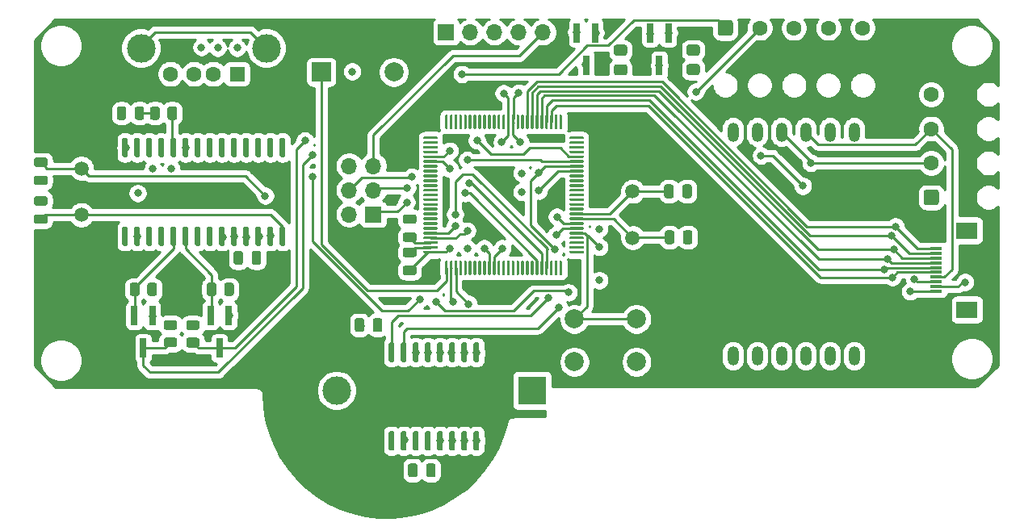
<source format=gtl>
%TF.GenerationSoftware,KiCad,Pcbnew,(5.1.10)-1*%
%TF.CreationDate,2021-12-15T16:43:02+05:30*%
%TF.ProjectId,SPVMD_V2.0,5350564d-445f-4563-922e-302e6b696361,rev?*%
%TF.SameCoordinates,Original*%
%TF.FileFunction,Copper,L1,Top*%
%TF.FilePolarity,Positive*%
%FSLAX46Y46*%
G04 Gerber Fmt 4.6, Leading zero omitted, Abs format (unit mm)*
G04 Created by KiCad (PCBNEW (5.1.10)-1) date 2021-12-15 16:43:02*
%MOMM*%
%LPD*%
G01*
G04 APERTURE LIST*
%TA.AperFunction,ComponentPad*%
%ADD10O,1.700000X1.700000*%
%TD*%
%TA.AperFunction,ComponentPad*%
%ADD11R,1.700000X1.700000*%
%TD*%
%TA.AperFunction,ComponentPad*%
%ADD12C,3.000000*%
%TD*%
%TA.AperFunction,ComponentPad*%
%ADD13R,3.000000X3.000000*%
%TD*%
%TA.AperFunction,ComponentPad*%
%ADD14R,2.000000X2.000000*%
%TD*%
%TA.AperFunction,ComponentPad*%
%ADD15C,2.000000*%
%TD*%
%TA.AperFunction,ComponentPad*%
%ADD16R,1.600000X1.500000*%
%TD*%
%TA.AperFunction,ComponentPad*%
%ADD17C,1.600000*%
%TD*%
%TA.AperFunction,SMDPad,CuDef*%
%ADD18R,2.200000X1.800000*%
%TD*%
%TA.AperFunction,SMDPad,CuDef*%
%ADD19R,1.300000X0.300000*%
%TD*%
%TA.AperFunction,ComponentPad*%
%ADD20O,1.200000X2.000000*%
%TD*%
%TA.AperFunction,SMDPad,CuDef*%
%ADD21R,0.700000X2.000000*%
%TD*%
%TA.AperFunction,ComponentPad*%
%ADD22C,1.500000*%
%TD*%
%TA.AperFunction,ViaPad*%
%ADD23C,0.800000*%
%TD*%
%TA.AperFunction,Conductor*%
%ADD24C,0.250000*%
%TD*%
%TA.AperFunction,NonConductor*%
%ADD25C,0.254000*%
%TD*%
%TA.AperFunction,NonConductor*%
%ADD26C,0.100000*%
%TD*%
G04 APERTURE END LIST*
D10*
%TO.P,J7,6*%
%TO.N,GND*%
X131826000Y-76136500D03*
%TO.P,J7,5*%
%TO.N,RESET*%
X134366000Y-76136500D03*
%TO.P,J7,4*%
%TO.N,MOSI*%
X131826000Y-78676500D03*
%TO.P,J7,3*%
%TO.N,SCK*%
X134366000Y-78676500D03*
%TO.P,J7,2*%
%TO.N,5v*%
X131826000Y-81216500D03*
D11*
%TO.P,J7,1*%
%TO.N,MISO*%
X134366000Y-81216500D03*
%TD*%
D12*
%TO.P,BT1,2*%
%TO.N,GND*%
X130513000Y-99695000D03*
D13*
%TO.P,BT1,1*%
%TO.N,BAT*%
X151003000Y-99695000D03*
%TD*%
D14*
%TO.P,BZ1,1*%
%TO.N,BUZZER*%
X128905000Y-66294000D03*
D15*
%TO.P,BZ1,2*%
%TO.N,Net-(BZ1-Pad2)*%
X136505000Y-66294000D03*
%TD*%
%TO.P,C1,1*%
%TO.N,XI*%
%TA.AperFunction,SMDPad,CuDef*%
G36*
G01*
X99029500Y-75255500D02*
X99979500Y-75255500D01*
G75*
G02*
X100229500Y-75505500I0J-250000D01*
G01*
X100229500Y-76005500D01*
G75*
G02*
X99979500Y-76255500I-250000J0D01*
G01*
X99029500Y-76255500D01*
G75*
G02*
X98779500Y-76005500I0J250000D01*
G01*
X98779500Y-75505500D01*
G75*
G02*
X99029500Y-75255500I250000J0D01*
G01*
G37*
%TD.AperFunction*%
%TO.P,C1,2*%
%TO.N,GND*%
%TA.AperFunction,SMDPad,CuDef*%
G36*
G01*
X99029500Y-77155500D02*
X99979500Y-77155500D01*
G75*
G02*
X100229500Y-77405500I0J-250000D01*
G01*
X100229500Y-77905500D01*
G75*
G02*
X99979500Y-78155500I-250000J0D01*
G01*
X99029500Y-78155500D01*
G75*
G02*
X98779500Y-77905500I0J250000D01*
G01*
X98779500Y-77405500D01*
G75*
G02*
X99029500Y-77155500I250000J0D01*
G01*
G37*
%TD.AperFunction*%
%TD*%
%TO.P,C2,2*%
%TO.N,GND*%
%TA.AperFunction,SMDPad,CuDef*%
G36*
G01*
X99979500Y-80319500D02*
X99029500Y-80319500D01*
G75*
G02*
X98779500Y-80069500I0J250000D01*
G01*
X98779500Y-79569500D01*
G75*
G02*
X99029500Y-79319500I250000J0D01*
G01*
X99979500Y-79319500D01*
G75*
G02*
X100229500Y-79569500I0J-250000D01*
G01*
X100229500Y-80069500D01*
G75*
G02*
X99979500Y-80319500I-250000J0D01*
G01*
G37*
%TD.AperFunction*%
%TO.P,C2,1*%
%TO.N,XO*%
%TA.AperFunction,SMDPad,CuDef*%
G36*
G01*
X99979500Y-82219500D02*
X99029500Y-82219500D01*
G75*
G02*
X98779500Y-81969500I0J250000D01*
G01*
X98779500Y-81469500D01*
G75*
G02*
X99029500Y-81219500I250000J0D01*
G01*
X99979500Y-81219500D01*
G75*
G02*
X100229500Y-81469500I0J-250000D01*
G01*
X100229500Y-81969500D01*
G75*
G02*
X99979500Y-82219500I-250000J0D01*
G01*
G37*
%TD.AperFunction*%
%TD*%
%TO.P,C3,2*%
%TO.N,GND*%
%TA.AperFunction,SMDPad,CuDef*%
G36*
G01*
X121610500Y-86263500D02*
X121610500Y-85313500D01*
G75*
G02*
X121860500Y-85063500I250000J0D01*
G01*
X122360500Y-85063500D01*
G75*
G02*
X122610500Y-85313500I0J-250000D01*
G01*
X122610500Y-86263500D01*
G75*
G02*
X122360500Y-86513500I-250000J0D01*
G01*
X121860500Y-86513500D01*
G75*
G02*
X121610500Y-86263500I0J250000D01*
G01*
G37*
%TD.AperFunction*%
%TO.P,C3,1*%
%TO.N,3V_IN*%
%TA.AperFunction,SMDPad,CuDef*%
G36*
G01*
X119710500Y-86263500D02*
X119710500Y-85313500D01*
G75*
G02*
X119960500Y-85063500I250000J0D01*
G01*
X120460500Y-85063500D01*
G75*
G02*
X120710500Y-85313500I0J-250000D01*
G01*
X120710500Y-86263500D01*
G75*
G02*
X120460500Y-86513500I-250000J0D01*
G01*
X119960500Y-86513500D01*
G75*
G02*
X119710500Y-86263500I0J250000D01*
G01*
G37*
%TD.AperFunction*%
%TD*%
%TO.P,C7,1*%
%TO.N,BAT*%
%TA.AperFunction,SMDPad,CuDef*%
G36*
G01*
X132405500Y-93312000D02*
X132405500Y-92362000D01*
G75*
G02*
X132655500Y-92112000I250000J0D01*
G01*
X133155500Y-92112000D01*
G75*
G02*
X133405500Y-92362000I0J-250000D01*
G01*
X133405500Y-93312000D01*
G75*
G02*
X133155500Y-93562000I-250000J0D01*
G01*
X132655500Y-93562000D01*
G75*
G02*
X132405500Y-93312000I0J250000D01*
G01*
G37*
%TD.AperFunction*%
%TO.P,C7,2*%
%TO.N,GND*%
%TA.AperFunction,SMDPad,CuDef*%
G36*
G01*
X134305500Y-93312000D02*
X134305500Y-92362000D01*
G75*
G02*
X134555500Y-92112000I250000J0D01*
G01*
X135055500Y-92112000D01*
G75*
G02*
X135305500Y-92362000I0J-250000D01*
G01*
X135305500Y-93312000D01*
G75*
G02*
X135055500Y-93562000I-250000J0D01*
G01*
X134555500Y-93562000D01*
G75*
G02*
X134305500Y-93312000I0J250000D01*
G01*
G37*
%TD.AperFunction*%
%TD*%
%TO.P,C8,2*%
%TO.N,GND*%
%TA.AperFunction,SMDPad,CuDef*%
G36*
G01*
X139898500Y-108552000D02*
X139898500Y-107602000D01*
G75*
G02*
X140148500Y-107352000I250000J0D01*
G01*
X140648500Y-107352000D01*
G75*
G02*
X140898500Y-107602000I0J-250000D01*
G01*
X140898500Y-108552000D01*
G75*
G02*
X140648500Y-108802000I-250000J0D01*
G01*
X140148500Y-108802000D01*
G75*
G02*
X139898500Y-108552000I0J250000D01*
G01*
G37*
%TD.AperFunction*%
%TO.P,C8,1*%
%TO.N,5v*%
%TA.AperFunction,SMDPad,CuDef*%
G36*
G01*
X137998500Y-108552000D02*
X137998500Y-107602000D01*
G75*
G02*
X138248500Y-107352000I250000J0D01*
G01*
X138748500Y-107352000D01*
G75*
G02*
X138998500Y-107602000I0J-250000D01*
G01*
X138998500Y-108552000D01*
G75*
G02*
X138748500Y-108802000I-250000J0D01*
G01*
X138248500Y-108802000D01*
G75*
G02*
X137998500Y-108552000I0J250000D01*
G01*
G37*
%TD.AperFunction*%
%TD*%
%TO.P,C9,2*%
%TO.N,GND*%
%TA.AperFunction,SMDPad,CuDef*%
G36*
G01*
X138651000Y-82227000D02*
X137701000Y-82227000D01*
G75*
G02*
X137451000Y-81977000I0J250000D01*
G01*
X137451000Y-81477000D01*
G75*
G02*
X137701000Y-81227000I250000J0D01*
G01*
X138651000Y-81227000D01*
G75*
G02*
X138901000Y-81477000I0J-250000D01*
G01*
X138901000Y-81977000D01*
G75*
G02*
X138651000Y-82227000I-250000J0D01*
G01*
G37*
%TD.AperFunction*%
%TO.P,C9,1*%
%TO.N,AREF*%
%TA.AperFunction,SMDPad,CuDef*%
G36*
G01*
X138651000Y-84127000D02*
X137701000Y-84127000D01*
G75*
G02*
X137451000Y-83877000I0J250000D01*
G01*
X137451000Y-83377000D01*
G75*
G02*
X137701000Y-83127000I250000J0D01*
G01*
X138651000Y-83127000D01*
G75*
G02*
X138901000Y-83377000I0J-250000D01*
G01*
X138901000Y-83877000D01*
G75*
G02*
X138651000Y-84127000I-250000J0D01*
G01*
G37*
%TD.AperFunction*%
%TD*%
%TO.P,C13,2*%
%TO.N,GND*%
%TA.AperFunction,SMDPad,CuDef*%
G36*
G01*
X166759000Y-79278500D02*
X166759000Y-78328500D01*
G75*
G02*
X167009000Y-78078500I250000J0D01*
G01*
X167509000Y-78078500D01*
G75*
G02*
X167759000Y-78328500I0J-250000D01*
G01*
X167759000Y-79278500D01*
G75*
G02*
X167509000Y-79528500I-250000J0D01*
G01*
X167009000Y-79528500D01*
G75*
G02*
X166759000Y-79278500I0J250000D01*
G01*
G37*
%TD.AperFunction*%
%TO.P,C13,1*%
%TO.N,XTAL_1*%
%TA.AperFunction,SMDPad,CuDef*%
G36*
G01*
X164859000Y-79278500D02*
X164859000Y-78328500D01*
G75*
G02*
X165109000Y-78078500I250000J0D01*
G01*
X165609000Y-78078500D01*
G75*
G02*
X165859000Y-78328500I0J-250000D01*
G01*
X165859000Y-79278500D01*
G75*
G02*
X165609000Y-79528500I-250000J0D01*
G01*
X165109000Y-79528500D01*
G75*
G02*
X164859000Y-79278500I0J250000D01*
G01*
G37*
%TD.AperFunction*%
%TD*%
%TO.P,C14,1*%
%TO.N,AVCC*%
%TA.AperFunction,SMDPad,CuDef*%
G36*
G01*
X138651000Y-87617000D02*
X137701000Y-87617000D01*
G75*
G02*
X137451000Y-87367000I0J250000D01*
G01*
X137451000Y-86867000D01*
G75*
G02*
X137701000Y-86617000I250000J0D01*
G01*
X138651000Y-86617000D01*
G75*
G02*
X138901000Y-86867000I0J-250000D01*
G01*
X138901000Y-87367000D01*
G75*
G02*
X138651000Y-87617000I-250000J0D01*
G01*
G37*
%TD.AperFunction*%
%TO.P,C14,2*%
%TO.N,GND*%
%TA.AperFunction,SMDPad,CuDef*%
G36*
G01*
X138651000Y-85717000D02*
X137701000Y-85717000D01*
G75*
G02*
X137451000Y-85467000I0J250000D01*
G01*
X137451000Y-84967000D01*
G75*
G02*
X137701000Y-84717000I250000J0D01*
G01*
X138651000Y-84717000D01*
G75*
G02*
X138901000Y-84967000I0J-250000D01*
G01*
X138901000Y-85467000D01*
G75*
G02*
X138651000Y-85717000I-250000J0D01*
G01*
G37*
%TD.AperFunction*%
%TD*%
%TO.P,C15,1*%
%TO.N,XTAL_2*%
%TA.AperFunction,SMDPad,CuDef*%
G36*
G01*
X164922500Y-84104500D02*
X164922500Y-83154500D01*
G75*
G02*
X165172500Y-82904500I250000J0D01*
G01*
X165672500Y-82904500D01*
G75*
G02*
X165922500Y-83154500I0J-250000D01*
G01*
X165922500Y-84104500D01*
G75*
G02*
X165672500Y-84354500I-250000J0D01*
G01*
X165172500Y-84354500D01*
G75*
G02*
X164922500Y-84104500I0J250000D01*
G01*
G37*
%TD.AperFunction*%
%TO.P,C15,2*%
%TO.N,GND*%
%TA.AperFunction,SMDPad,CuDef*%
G36*
G01*
X166822500Y-84104500D02*
X166822500Y-83154500D01*
G75*
G02*
X167072500Y-82904500I250000J0D01*
G01*
X167572500Y-82904500D01*
G75*
G02*
X167822500Y-83154500I0J-250000D01*
G01*
X167822500Y-84104500D01*
G75*
G02*
X167572500Y-84354500I-250000J0D01*
G01*
X167072500Y-84354500D01*
G75*
G02*
X166822500Y-84104500I0J250000D01*
G01*
G37*
%TD.AperFunction*%
%TD*%
%TO.P,D1,1*%
%TO.N,Net-(D1-Pad1)*%
%TA.AperFunction,SMDPad,CuDef*%
G36*
G01*
X110327500Y-70155750D02*
X110327500Y-71068250D01*
G75*
G02*
X110083750Y-71312000I-243750J0D01*
G01*
X109596250Y-71312000D01*
G75*
G02*
X109352500Y-71068250I0J243750D01*
G01*
X109352500Y-70155750D01*
G75*
G02*
X109596250Y-69912000I243750J0D01*
G01*
X110083750Y-69912000D01*
G75*
G02*
X110327500Y-70155750I0J-243750D01*
G01*
G37*
%TD.AperFunction*%
%TO.P,D1,2*%
%TO.N,3V_IN*%
%TA.AperFunction,SMDPad,CuDef*%
G36*
G01*
X108452500Y-70155750D02*
X108452500Y-71068250D01*
G75*
G02*
X108208750Y-71312000I-243750J0D01*
G01*
X107721250Y-71312000D01*
G75*
G02*
X107477500Y-71068250I0J243750D01*
G01*
X107477500Y-70155750D01*
G75*
G02*
X107721250Y-69912000I243750J0D01*
G01*
X108208750Y-69912000D01*
G75*
G02*
X108452500Y-70155750I0J-243750D01*
G01*
G37*
%TD.AperFunction*%
%TD*%
%TO.P,F1,1*%
%TO.N,Net-(F1-Pad1)*%
%TA.AperFunction,SMDPad,CuDef*%
G36*
G01*
X160724001Y-66633000D02*
X159823999Y-66633000D01*
G75*
G02*
X159574000Y-66383001I0J249999D01*
G01*
X159574000Y-65732999D01*
G75*
G02*
X159823999Y-65483000I249999J0D01*
G01*
X160724001Y-65483000D01*
G75*
G02*
X160974000Y-65732999I0J-249999D01*
G01*
X160974000Y-66383001D01*
G75*
G02*
X160724001Y-66633000I-249999J0D01*
G01*
G37*
%TD.AperFunction*%
%TO.P,F1,2*%
%TO.N,5v_IN*%
%TA.AperFunction,SMDPad,CuDef*%
G36*
G01*
X160724001Y-64583000D02*
X159823999Y-64583000D01*
G75*
G02*
X159574000Y-64333001I0J249999D01*
G01*
X159574000Y-63682999D01*
G75*
G02*
X159823999Y-63433000I249999J0D01*
G01*
X160724001Y-63433000D01*
G75*
G02*
X160974000Y-63682999I0J-249999D01*
G01*
X160974000Y-64333001D01*
G75*
G02*
X160724001Y-64583000I-249999J0D01*
G01*
G37*
%TD.AperFunction*%
%TD*%
%TO.P,F2,2*%
%TO.N,3v_IN*%
%TA.AperFunction,SMDPad,CuDef*%
G36*
G01*
X168344001Y-64565000D02*
X167443999Y-64565000D01*
G75*
G02*
X167194000Y-64315001I0J249999D01*
G01*
X167194000Y-63664999D01*
G75*
G02*
X167443999Y-63415000I249999J0D01*
G01*
X168344001Y-63415000D01*
G75*
G02*
X168594000Y-63664999I0J-249999D01*
G01*
X168594000Y-64315001D01*
G75*
G02*
X168344001Y-64565000I-249999J0D01*
G01*
G37*
%TD.AperFunction*%
%TO.P,F2,1*%
%TO.N,Net-(F2-Pad1)*%
%TA.AperFunction,SMDPad,CuDef*%
G36*
G01*
X168344001Y-66615000D02*
X167443999Y-66615000D01*
G75*
G02*
X167194000Y-66365001I0J249999D01*
G01*
X167194000Y-65714999D01*
G75*
G02*
X167443999Y-65465000I249999J0D01*
G01*
X168344001Y-65465000D01*
G75*
G02*
X168594000Y-65714999I0J-249999D01*
G01*
X168594000Y-66365001D01*
G75*
G02*
X168344001Y-66615000I-249999J0D01*
G01*
G37*
%TD.AperFunction*%
%TD*%
D12*
%TO.P,J1,5*%
%TO.N,Net-(J1-Pad5)*%
X123148500Y-63774500D03*
X110008500Y-63774500D03*
D16*
%TO.P,J1,1*%
%TO.N,5v*%
X120078500Y-66484500D03*
D17*
%TO.P,J1,2*%
%TO.N,USB_D-*%
X117578500Y-66484500D03*
%TO.P,J1,3*%
%TO.N,USB_D+*%
X115578500Y-66484500D03*
%TO.P,J1,4*%
%TO.N,GND*%
X113078500Y-66484500D03*
%TD*%
%TO.P,J2,1*%
%TO.N,Charge_Indicator*%
%TA.AperFunction,ComponentPad*%
G36*
G01*
X170459500Y-62208500D02*
X170459500Y-61108500D01*
G75*
G02*
X170709500Y-60858500I250000J0D01*
G01*
X171809500Y-60858500D01*
G75*
G02*
X172059500Y-61108500I0J-250000D01*
G01*
X172059500Y-62208500D01*
G75*
G02*
X171809500Y-62458500I-250000J0D01*
G01*
X170709500Y-62458500D01*
G75*
G02*
X170459500Y-62208500I0J250000D01*
G01*
G37*
%TD.AperFunction*%
%TO.P,J2,2*%
%TO.N,Battery_Indicator*%
X174859500Y-61658500D03*
%TO.P,J2,3*%
%TO.N,5v_IN*%
X178459500Y-61658500D03*
%TO.P,J2,4*%
%TO.N,3v_IN*%
X182059500Y-61658500D03*
%TO.P,J2,5*%
%TO.N,GND*%
X185659500Y-61658500D03*
%TD*%
D18*
%TO.P,J4,MP*%
%TO.N,N/C*%
X196599000Y-82908500D03*
X196599000Y-91208500D03*
D19*
%TO.P,J4,1*%
%TO.N,5v*%
X193349000Y-89308500D03*
%TO.P,J4,2*%
%TO.N,GND*%
X193349000Y-88808500D03*
%TO.P,J4,3*%
%TO.N,SCL*%
X193349000Y-88308500D03*
%TO.P,J4,4*%
%TO.N,SDA*%
X193349000Y-87808500D03*
%TO.P,J4,5*%
%TO.N,UP*%
X193349000Y-87308500D03*
%TO.P,J4,6*%
%TO.N,DOWN*%
X193349000Y-86808500D03*
%TO.P,J4,7*%
%TO.N,LEFT*%
X193349000Y-86308500D03*
%TO.P,J4,8*%
%TO.N,RIGHT*%
X193349000Y-85808500D03*
%TO.P,J4,9*%
%TO.N,BACK*%
X193349000Y-85308500D03*
%TO.P,J4,10*%
%TO.N,SELECT*%
X193349000Y-84808500D03*
%TD*%
D11*
%TO.P,J8,1*%
%TO.N,GND*%
X141986000Y-62103000D03*
D10*
%TO.P,J8,2*%
%TO.N,5v*%
X144526000Y-62103000D03*
%TO.P,J8,3*%
%TO.N,RXD_0*%
X147066000Y-62103000D03*
%TO.P,J8,4*%
%TO.N,RXD_0_prg*%
X149606000Y-62103000D03*
%TO.P,J8,5*%
%TO.N,RESET*%
X152146000Y-62103000D03*
%TD*%
%TO.P,J9,1*%
%TO.N,5v*%
%TA.AperFunction,ComponentPad*%
G36*
G01*
X193399500Y-80238500D02*
X192299500Y-80238500D01*
G75*
G02*
X192049500Y-79988500I0J250000D01*
G01*
X192049500Y-78888500D01*
G75*
G02*
X192299500Y-78638500I250000J0D01*
G01*
X193399500Y-78638500D01*
G75*
G02*
X193649500Y-78888500I0J-250000D01*
G01*
X193649500Y-79988500D01*
G75*
G02*
X193399500Y-80238500I-250000J0D01*
G01*
G37*
%TD.AperFunction*%
D17*
%TO.P,J9,2*%
%TO.N,SCL*%
X192849500Y-75838500D03*
%TO.P,J9,3*%
%TO.N,SDA*%
X192849500Y-72238500D03*
%TO.P,J9,4*%
%TO.N,GND*%
X192849500Y-68638500D03*
%TD*%
D20*
%TO.P,Module1,6*%
%TO.N,Net-(Module1-Pad6)*%
X172085000Y-72578000D03*
%TO.P,Module1,7*%
%TO.N,Net-(Module1-Pad7)*%
X172085000Y-96078000D03*
%TO.P,Module1,5*%
%TO.N,Net-(Module1-Pad5)*%
X174625000Y-72578000D03*
%TO.P,Module1,8*%
%TO.N,Net-(Module1-Pad8)*%
X174625000Y-96078000D03*
%TO.P,Module1,4*%
%TO.N,SCL*%
X177165000Y-72578000D03*
%TO.P,Module1,9*%
%TO.N,Net-(Module1-Pad9)*%
X177165000Y-96078000D03*
%TO.P,Module1,3*%
%TO.N,SDA*%
X179705000Y-72578000D03*
%TO.P,Module1,10*%
%TO.N,Net-(Module1-Pad10)*%
X179705000Y-96078000D03*
%TO.P,Module1,2*%
%TO.N,3V_IN*%
X182245000Y-72578000D03*
%TO.P,Module1,11*%
%TO.N,Net-(Module1-Pad11)*%
X182245000Y-96078000D03*
%TO.P,Module1,1*%
%TO.N,GND*%
X184785000Y-72578000D03*
%TO.P,Module1,12*%
%TO.N,Net-(Module1-Pad12)*%
X184785000Y-96078000D03*
%TD*%
D21*
%TO.P,Q1,1*%
%TO.N,GND*%
X157607000Y-62181000D03*
%TO.P,Q1,2*%
%TO.N,5v*%
X155707000Y-62181000D03*
%TO.P,Q1,3*%
%TO.N,Net-(F1-Pad1)*%
X156657000Y-65581000D03*
%TD*%
%TO.P,Q2,3*%
%TO.N,Net-(F2-Pad1)*%
X164338000Y-65581000D03*
%TO.P,Q2,2*%
%TO.N,3V_IN*%
X163388000Y-62181000D03*
%TO.P,Q2,1*%
%TO.N,GND*%
X165288000Y-62181000D03*
%TD*%
%TO.P,Q3,3*%
%TO.N,HV_TXD_1*%
X118237000Y-95250000D03*
%TO.P,Q3,2*%
%TO.N,LV_TXD_1*%
X117287000Y-91850000D03*
%TO.P,Q3,1*%
%TO.N,3V_IN*%
X119187000Y-91850000D03*
%TD*%
%TO.P,Q4,1*%
%TO.N,3V_IN*%
X111186000Y-91850000D03*
%TO.P,Q4,2*%
%TO.N,LV_RXD_1*%
X109286000Y-91850000D03*
%TO.P,Q4,3*%
%TO.N,HV_RXD_1*%
X110236000Y-95250000D03*
%TD*%
%TO.P,R2,2*%
%TO.N,Net-(R2-Pad2)*%
%TA.AperFunction,SMDPad,CuDef*%
G36*
G01*
X112771500Y-71062001D02*
X112771500Y-70161999D01*
G75*
G02*
X113021499Y-69912000I249999J0D01*
G01*
X113546501Y-69912000D01*
G75*
G02*
X113796500Y-70161999I0J-249999D01*
G01*
X113796500Y-71062001D01*
G75*
G02*
X113546501Y-71312000I-249999J0D01*
G01*
X113021499Y-71312000D01*
G75*
G02*
X112771500Y-71062001I0J249999D01*
G01*
G37*
%TD.AperFunction*%
%TO.P,R2,1*%
%TO.N,Net-(D1-Pad1)*%
%TA.AperFunction,SMDPad,CuDef*%
G36*
G01*
X110946500Y-71062001D02*
X110946500Y-70161999D01*
G75*
G02*
X111196499Y-69912000I249999J0D01*
G01*
X111721501Y-69912000D01*
G75*
G02*
X111971500Y-70161999I0J-249999D01*
G01*
X111971500Y-71062001D01*
G75*
G02*
X111721501Y-71312000I-249999J0D01*
G01*
X111196499Y-71312000D01*
G75*
G02*
X110946500Y-71062001I0J249999D01*
G01*
G37*
%TD.AperFunction*%
%TD*%
%TO.P,R4,1*%
%TO.N,HV_TXD_1*%
%TA.AperFunction,SMDPad,CuDef*%
G36*
G01*
X115893001Y-95191000D02*
X114992999Y-95191000D01*
G75*
G02*
X114743000Y-94941001I0J249999D01*
G01*
X114743000Y-94415999D01*
G75*
G02*
X114992999Y-94166000I249999J0D01*
G01*
X115893001Y-94166000D01*
G75*
G02*
X116143000Y-94415999I0J-249999D01*
G01*
X116143000Y-94941001D01*
G75*
G02*
X115893001Y-95191000I-249999J0D01*
G01*
G37*
%TD.AperFunction*%
%TO.P,R4,2*%
%TO.N,5v*%
%TA.AperFunction,SMDPad,CuDef*%
G36*
G01*
X115893001Y-93366000D02*
X114992999Y-93366000D01*
G75*
G02*
X114743000Y-93116001I0J249999D01*
G01*
X114743000Y-92590999D01*
G75*
G02*
X114992999Y-92341000I249999J0D01*
G01*
X115893001Y-92341000D01*
G75*
G02*
X116143000Y-92590999I0J-249999D01*
G01*
X116143000Y-93116001D01*
G75*
G02*
X115893001Y-93366000I-249999J0D01*
G01*
G37*
%TD.AperFunction*%
%TD*%
%TO.P,R5,1*%
%TO.N,HV_RXD_1*%
%TA.AperFunction,SMDPad,CuDef*%
G36*
G01*
X113543501Y-95174500D02*
X112643499Y-95174500D01*
G75*
G02*
X112393500Y-94924501I0J249999D01*
G01*
X112393500Y-94399499D01*
G75*
G02*
X112643499Y-94149500I249999J0D01*
G01*
X113543501Y-94149500D01*
G75*
G02*
X113793500Y-94399499I0J-249999D01*
G01*
X113793500Y-94924501D01*
G75*
G02*
X113543501Y-95174500I-249999J0D01*
G01*
G37*
%TD.AperFunction*%
%TO.P,R5,2*%
%TO.N,5v*%
%TA.AperFunction,SMDPad,CuDef*%
G36*
G01*
X113543501Y-93349500D02*
X112643499Y-93349500D01*
G75*
G02*
X112393500Y-93099501I0J249999D01*
G01*
X112393500Y-92574499D01*
G75*
G02*
X112643499Y-92324500I249999J0D01*
G01*
X113543501Y-92324500D01*
G75*
G02*
X113793500Y-92574499I0J-249999D01*
G01*
X113793500Y-93099501D01*
G75*
G02*
X113543501Y-93349500I-249999J0D01*
G01*
G37*
%TD.AperFunction*%
%TD*%
%TO.P,R6,2*%
%TO.N,3V_IN*%
%TA.AperFunction,SMDPad,CuDef*%
G36*
G01*
X118724000Y-89540501D02*
X118724000Y-88640499D01*
G75*
G02*
X118973999Y-88390500I249999J0D01*
G01*
X119499001Y-88390500D01*
G75*
G02*
X119749000Y-88640499I0J-249999D01*
G01*
X119749000Y-89540501D01*
G75*
G02*
X119499001Y-89790500I-249999J0D01*
G01*
X118973999Y-89790500D01*
G75*
G02*
X118724000Y-89540501I0J249999D01*
G01*
G37*
%TD.AperFunction*%
%TO.P,R6,1*%
%TO.N,LV_TXD_1*%
%TA.AperFunction,SMDPad,CuDef*%
G36*
G01*
X116899000Y-89540501D02*
X116899000Y-88640499D01*
G75*
G02*
X117148999Y-88390500I249999J0D01*
G01*
X117674001Y-88390500D01*
G75*
G02*
X117924000Y-88640499I0J-249999D01*
G01*
X117924000Y-89540501D01*
G75*
G02*
X117674001Y-89790500I-249999J0D01*
G01*
X117148999Y-89790500D01*
G75*
G02*
X116899000Y-89540501I0J249999D01*
G01*
G37*
%TD.AperFunction*%
%TD*%
%TO.P,R7,2*%
%TO.N,3V_IN*%
%TA.AperFunction,SMDPad,CuDef*%
G36*
G01*
X110659500Y-89540501D02*
X110659500Y-88640499D01*
G75*
G02*
X110909499Y-88390500I249999J0D01*
G01*
X111434501Y-88390500D01*
G75*
G02*
X111684500Y-88640499I0J-249999D01*
G01*
X111684500Y-89540501D01*
G75*
G02*
X111434501Y-89790500I-249999J0D01*
G01*
X110909499Y-89790500D01*
G75*
G02*
X110659500Y-89540501I0J249999D01*
G01*
G37*
%TD.AperFunction*%
%TO.P,R7,1*%
%TO.N,LV_RXD_1*%
%TA.AperFunction,SMDPad,CuDef*%
G36*
G01*
X108834500Y-89540501D02*
X108834500Y-88640499D01*
G75*
G02*
X109084499Y-88390500I249999J0D01*
G01*
X109609501Y-88390500D01*
G75*
G02*
X109859500Y-88640499I0J-249999D01*
G01*
X109859500Y-89540501D01*
G75*
G02*
X109609501Y-89790500I-249999J0D01*
G01*
X109084499Y-89790500D01*
G75*
G02*
X108834500Y-89540501I0J249999D01*
G01*
G37*
%TD.AperFunction*%
%TD*%
D15*
%TO.P,SW1,2*%
%TO.N,GND*%
X155448000Y-96702000D03*
%TO.P,SW1,1*%
%TO.N,RESET*%
X155448000Y-92202000D03*
%TO.P,SW1,2*%
%TO.N,GND*%
X161948000Y-96702000D03*
%TO.P,SW1,1*%
%TO.N,RESET*%
X161948000Y-92202000D03*
%TD*%
%TO.P,U1,1*%
%TO.N,BUZZER*%
%TA.AperFunction,SMDPad,CuDef*%
G36*
G01*
X142093500Y-87584500D02*
X141943500Y-87584500D01*
G75*
G02*
X141868500Y-87509500I0J75000D01*
G01*
X141868500Y-86184500D01*
G75*
G02*
X141943500Y-86109500I75000J0D01*
G01*
X142093500Y-86109500D01*
G75*
G02*
X142168500Y-86184500I0J-75000D01*
G01*
X142168500Y-87509500D01*
G75*
G02*
X142093500Y-87584500I-75000J0D01*
G01*
G37*
%TD.AperFunction*%
%TO.P,U1,2*%
%TO.N,RXD_0*%
%TA.AperFunction,SMDPad,CuDef*%
G36*
G01*
X142593500Y-87584500D02*
X142443500Y-87584500D01*
G75*
G02*
X142368500Y-87509500I0J75000D01*
G01*
X142368500Y-86184500D01*
G75*
G02*
X142443500Y-86109500I75000J0D01*
G01*
X142593500Y-86109500D01*
G75*
G02*
X142668500Y-86184500I0J-75000D01*
G01*
X142668500Y-87509500D01*
G75*
G02*
X142593500Y-87584500I-75000J0D01*
G01*
G37*
%TD.AperFunction*%
%TO.P,U1,3*%
%TO.N,RXD_0_prg*%
%TA.AperFunction,SMDPad,CuDef*%
G36*
G01*
X143093500Y-87584500D02*
X142943500Y-87584500D01*
G75*
G02*
X142868500Y-87509500I0J75000D01*
G01*
X142868500Y-86184500D01*
G75*
G02*
X142943500Y-86109500I75000J0D01*
G01*
X143093500Y-86109500D01*
G75*
G02*
X143168500Y-86184500I0J-75000D01*
G01*
X143168500Y-87509500D01*
G75*
G02*
X143093500Y-87584500I-75000J0D01*
G01*
G37*
%TD.AperFunction*%
%TO.P,U1,4*%
%TO.N,Net-(U1-Pad4)*%
%TA.AperFunction,SMDPad,CuDef*%
G36*
G01*
X143593500Y-87584500D02*
X143443500Y-87584500D01*
G75*
G02*
X143368500Y-87509500I0J75000D01*
G01*
X143368500Y-86184500D01*
G75*
G02*
X143443500Y-86109500I75000J0D01*
G01*
X143593500Y-86109500D01*
G75*
G02*
X143668500Y-86184500I0J-75000D01*
G01*
X143668500Y-87509500D01*
G75*
G02*
X143593500Y-87584500I-75000J0D01*
G01*
G37*
%TD.AperFunction*%
%TO.P,U1,5*%
%TO.N,Net-(U1-Pad5)*%
%TA.AperFunction,SMDPad,CuDef*%
G36*
G01*
X144093500Y-87584500D02*
X143943500Y-87584500D01*
G75*
G02*
X143868500Y-87509500I0J75000D01*
G01*
X143868500Y-86184500D01*
G75*
G02*
X143943500Y-86109500I75000J0D01*
G01*
X144093500Y-86109500D01*
G75*
G02*
X144168500Y-86184500I0J-75000D01*
G01*
X144168500Y-87509500D01*
G75*
G02*
X144093500Y-87584500I-75000J0D01*
G01*
G37*
%TD.AperFunction*%
%TO.P,U1,6*%
%TO.N,Net-(U1-Pad6)*%
%TA.AperFunction,SMDPad,CuDef*%
G36*
G01*
X144593500Y-87584500D02*
X144443500Y-87584500D01*
G75*
G02*
X144368500Y-87509500I0J75000D01*
G01*
X144368500Y-86184500D01*
G75*
G02*
X144443500Y-86109500I75000J0D01*
G01*
X144593500Y-86109500D01*
G75*
G02*
X144668500Y-86184500I0J-75000D01*
G01*
X144668500Y-87509500D01*
G75*
G02*
X144593500Y-87584500I-75000J0D01*
G01*
G37*
%TD.AperFunction*%
%TO.P,U1,7*%
%TO.N,Net-(U1-Pad7)*%
%TA.AperFunction,SMDPad,CuDef*%
G36*
G01*
X145093500Y-87584500D02*
X144943500Y-87584500D01*
G75*
G02*
X144868500Y-87509500I0J75000D01*
G01*
X144868500Y-86184500D01*
G75*
G02*
X144943500Y-86109500I75000J0D01*
G01*
X145093500Y-86109500D01*
G75*
G02*
X145168500Y-86184500I0J-75000D01*
G01*
X145168500Y-87509500D01*
G75*
G02*
X145093500Y-87584500I-75000J0D01*
G01*
G37*
%TD.AperFunction*%
%TO.P,U1,8*%
%TO.N,Net-(U1-Pad8)*%
%TA.AperFunction,SMDPad,CuDef*%
G36*
G01*
X145593500Y-87584500D02*
X145443500Y-87584500D01*
G75*
G02*
X145368500Y-87509500I0J75000D01*
G01*
X145368500Y-86184500D01*
G75*
G02*
X145443500Y-86109500I75000J0D01*
G01*
X145593500Y-86109500D01*
G75*
G02*
X145668500Y-86184500I0J-75000D01*
G01*
X145668500Y-87509500D01*
G75*
G02*
X145593500Y-87584500I-75000J0D01*
G01*
G37*
%TD.AperFunction*%
%TO.P,U1,9*%
%TO.N,Net-(U1-Pad9)*%
%TA.AperFunction,SMDPad,CuDef*%
G36*
G01*
X146093500Y-87584500D02*
X145943500Y-87584500D01*
G75*
G02*
X145868500Y-87509500I0J75000D01*
G01*
X145868500Y-86184500D01*
G75*
G02*
X145943500Y-86109500I75000J0D01*
G01*
X146093500Y-86109500D01*
G75*
G02*
X146168500Y-86184500I0J-75000D01*
G01*
X146168500Y-87509500D01*
G75*
G02*
X146093500Y-87584500I-75000J0D01*
G01*
G37*
%TD.AperFunction*%
%TO.P,U1,10*%
%TO.N,5v*%
%TA.AperFunction,SMDPad,CuDef*%
G36*
G01*
X146593500Y-87584500D02*
X146443500Y-87584500D01*
G75*
G02*
X146368500Y-87509500I0J75000D01*
G01*
X146368500Y-86184500D01*
G75*
G02*
X146443500Y-86109500I75000J0D01*
G01*
X146593500Y-86109500D01*
G75*
G02*
X146668500Y-86184500I0J-75000D01*
G01*
X146668500Y-87509500D01*
G75*
G02*
X146593500Y-87584500I-75000J0D01*
G01*
G37*
%TD.AperFunction*%
%TO.P,U1,11*%
%TO.N,GND*%
%TA.AperFunction,SMDPad,CuDef*%
G36*
G01*
X147093500Y-87584500D02*
X146943500Y-87584500D01*
G75*
G02*
X146868500Y-87509500I0J75000D01*
G01*
X146868500Y-86184500D01*
G75*
G02*
X146943500Y-86109500I75000J0D01*
G01*
X147093500Y-86109500D01*
G75*
G02*
X147168500Y-86184500I0J-75000D01*
G01*
X147168500Y-87509500D01*
G75*
G02*
X147093500Y-87584500I-75000J0D01*
G01*
G37*
%TD.AperFunction*%
%TO.P,U1,12*%
%TO.N,Net-(U1-Pad12)*%
%TA.AperFunction,SMDPad,CuDef*%
G36*
G01*
X147593500Y-87584500D02*
X147443500Y-87584500D01*
G75*
G02*
X147368500Y-87509500I0J75000D01*
G01*
X147368500Y-86184500D01*
G75*
G02*
X147443500Y-86109500I75000J0D01*
G01*
X147593500Y-86109500D01*
G75*
G02*
X147668500Y-86184500I0J-75000D01*
G01*
X147668500Y-87509500D01*
G75*
G02*
X147593500Y-87584500I-75000J0D01*
G01*
G37*
%TD.AperFunction*%
%TO.P,U1,13*%
%TO.N,Net-(U1-Pad13)*%
%TA.AperFunction,SMDPad,CuDef*%
G36*
G01*
X148093500Y-87584500D02*
X147943500Y-87584500D01*
G75*
G02*
X147868500Y-87509500I0J75000D01*
G01*
X147868500Y-86184500D01*
G75*
G02*
X147943500Y-86109500I75000J0D01*
G01*
X148093500Y-86109500D01*
G75*
G02*
X148168500Y-86184500I0J-75000D01*
G01*
X148168500Y-87509500D01*
G75*
G02*
X148093500Y-87584500I-75000J0D01*
G01*
G37*
%TD.AperFunction*%
%TO.P,U1,14*%
%TO.N,Net-(U1-Pad14)*%
%TA.AperFunction,SMDPad,CuDef*%
G36*
G01*
X148593500Y-87584500D02*
X148443500Y-87584500D01*
G75*
G02*
X148368500Y-87509500I0J75000D01*
G01*
X148368500Y-86184500D01*
G75*
G02*
X148443500Y-86109500I75000J0D01*
G01*
X148593500Y-86109500D01*
G75*
G02*
X148668500Y-86184500I0J-75000D01*
G01*
X148668500Y-87509500D01*
G75*
G02*
X148593500Y-87584500I-75000J0D01*
G01*
G37*
%TD.AperFunction*%
%TO.P,U1,15*%
%TO.N,Net-(U1-Pad15)*%
%TA.AperFunction,SMDPad,CuDef*%
G36*
G01*
X149093500Y-87584500D02*
X148943500Y-87584500D01*
G75*
G02*
X148868500Y-87509500I0J75000D01*
G01*
X148868500Y-86184500D01*
G75*
G02*
X148943500Y-86109500I75000J0D01*
G01*
X149093500Y-86109500D01*
G75*
G02*
X149168500Y-86184500I0J-75000D01*
G01*
X149168500Y-87509500D01*
G75*
G02*
X149093500Y-87584500I-75000J0D01*
G01*
G37*
%TD.AperFunction*%
%TO.P,U1,16*%
%TO.N,Net-(U1-Pad16)*%
%TA.AperFunction,SMDPad,CuDef*%
G36*
G01*
X149593500Y-87584500D02*
X149443500Y-87584500D01*
G75*
G02*
X149368500Y-87509500I0J75000D01*
G01*
X149368500Y-86184500D01*
G75*
G02*
X149443500Y-86109500I75000J0D01*
G01*
X149593500Y-86109500D01*
G75*
G02*
X149668500Y-86184500I0J-75000D01*
G01*
X149668500Y-87509500D01*
G75*
G02*
X149593500Y-87584500I-75000J0D01*
G01*
G37*
%TD.AperFunction*%
%TO.P,U1,17*%
%TO.N,Net-(U1-Pad17)*%
%TA.AperFunction,SMDPad,CuDef*%
G36*
G01*
X150093500Y-87584500D02*
X149943500Y-87584500D01*
G75*
G02*
X149868500Y-87509500I0J75000D01*
G01*
X149868500Y-86184500D01*
G75*
G02*
X149943500Y-86109500I75000J0D01*
G01*
X150093500Y-86109500D01*
G75*
G02*
X150168500Y-86184500I0J-75000D01*
G01*
X150168500Y-87509500D01*
G75*
G02*
X150093500Y-87584500I-75000J0D01*
G01*
G37*
%TD.AperFunction*%
%TO.P,U1,18*%
%TO.N,Net-(U1-Pad18)*%
%TA.AperFunction,SMDPad,CuDef*%
G36*
G01*
X150593500Y-87584500D02*
X150443500Y-87584500D01*
G75*
G02*
X150368500Y-87509500I0J75000D01*
G01*
X150368500Y-86184500D01*
G75*
G02*
X150443500Y-86109500I75000J0D01*
G01*
X150593500Y-86109500D01*
G75*
G02*
X150668500Y-86184500I0J-75000D01*
G01*
X150668500Y-87509500D01*
G75*
G02*
X150593500Y-87584500I-75000J0D01*
G01*
G37*
%TD.AperFunction*%
%TO.P,U1,19*%
%TO.N,Net-(U1-Pad19)*%
%TA.AperFunction,SMDPad,CuDef*%
G36*
G01*
X151093500Y-87584500D02*
X150943500Y-87584500D01*
G75*
G02*
X150868500Y-87509500I0J75000D01*
G01*
X150868500Y-86184500D01*
G75*
G02*
X150943500Y-86109500I75000J0D01*
G01*
X151093500Y-86109500D01*
G75*
G02*
X151168500Y-86184500I0J-75000D01*
G01*
X151168500Y-87509500D01*
G75*
G02*
X151093500Y-87584500I-75000J0D01*
G01*
G37*
%TD.AperFunction*%
%TO.P,U1,20*%
%TO.N,SCK*%
%TA.AperFunction,SMDPad,CuDef*%
G36*
G01*
X151593500Y-87584500D02*
X151443500Y-87584500D01*
G75*
G02*
X151368500Y-87509500I0J75000D01*
G01*
X151368500Y-86184500D01*
G75*
G02*
X151443500Y-86109500I75000J0D01*
G01*
X151593500Y-86109500D01*
G75*
G02*
X151668500Y-86184500I0J-75000D01*
G01*
X151668500Y-87509500D01*
G75*
G02*
X151593500Y-87584500I-75000J0D01*
G01*
G37*
%TD.AperFunction*%
%TO.P,U1,21*%
%TO.N,MOSI*%
%TA.AperFunction,SMDPad,CuDef*%
G36*
G01*
X152093500Y-87584500D02*
X151943500Y-87584500D01*
G75*
G02*
X151868500Y-87509500I0J75000D01*
G01*
X151868500Y-86184500D01*
G75*
G02*
X151943500Y-86109500I75000J0D01*
G01*
X152093500Y-86109500D01*
G75*
G02*
X152168500Y-86184500I0J-75000D01*
G01*
X152168500Y-87509500D01*
G75*
G02*
X152093500Y-87584500I-75000J0D01*
G01*
G37*
%TD.AperFunction*%
%TO.P,U1,22*%
%TO.N,MISO*%
%TA.AperFunction,SMDPad,CuDef*%
G36*
G01*
X152593500Y-87584500D02*
X152443500Y-87584500D01*
G75*
G02*
X152368500Y-87509500I0J75000D01*
G01*
X152368500Y-86184500D01*
G75*
G02*
X152443500Y-86109500I75000J0D01*
G01*
X152593500Y-86109500D01*
G75*
G02*
X152668500Y-86184500I0J-75000D01*
G01*
X152668500Y-87509500D01*
G75*
G02*
X152593500Y-87584500I-75000J0D01*
G01*
G37*
%TD.AperFunction*%
%TO.P,U1,23*%
%TO.N,Net-(U1-Pad23)*%
%TA.AperFunction,SMDPad,CuDef*%
G36*
G01*
X153093500Y-87584500D02*
X152943500Y-87584500D01*
G75*
G02*
X152868500Y-87509500I0J75000D01*
G01*
X152868500Y-86184500D01*
G75*
G02*
X152943500Y-86109500I75000J0D01*
G01*
X153093500Y-86109500D01*
G75*
G02*
X153168500Y-86184500I0J-75000D01*
G01*
X153168500Y-87509500D01*
G75*
G02*
X153093500Y-87584500I-75000J0D01*
G01*
G37*
%TD.AperFunction*%
%TO.P,U1,24*%
%TO.N,Net-(U1-Pad24)*%
%TA.AperFunction,SMDPad,CuDef*%
G36*
G01*
X153593500Y-87584500D02*
X153443500Y-87584500D01*
G75*
G02*
X153368500Y-87509500I0J75000D01*
G01*
X153368500Y-86184500D01*
G75*
G02*
X153443500Y-86109500I75000J0D01*
G01*
X153593500Y-86109500D01*
G75*
G02*
X153668500Y-86184500I0J-75000D01*
G01*
X153668500Y-87509500D01*
G75*
G02*
X153593500Y-87584500I-75000J0D01*
G01*
G37*
%TD.AperFunction*%
%TO.P,U1,25*%
%TO.N,Net-(U1-Pad25)*%
%TA.AperFunction,SMDPad,CuDef*%
G36*
G01*
X154093500Y-87584500D02*
X153943500Y-87584500D01*
G75*
G02*
X153868500Y-87509500I0J75000D01*
G01*
X153868500Y-86184500D01*
G75*
G02*
X153943500Y-86109500I75000J0D01*
G01*
X154093500Y-86109500D01*
G75*
G02*
X154168500Y-86184500I0J-75000D01*
G01*
X154168500Y-87509500D01*
G75*
G02*
X154093500Y-87584500I-75000J0D01*
G01*
G37*
%TD.AperFunction*%
%TO.P,U1,26*%
%TO.N,Net-(U1-Pad26)*%
%TA.AperFunction,SMDPad,CuDef*%
G36*
G01*
X156343500Y-85334500D02*
X155018500Y-85334500D01*
G75*
G02*
X154943500Y-85259500I0J75000D01*
G01*
X154943500Y-85109500D01*
G75*
G02*
X155018500Y-85034500I75000J0D01*
G01*
X156343500Y-85034500D01*
G75*
G02*
X156418500Y-85109500I0J-75000D01*
G01*
X156418500Y-85259500D01*
G75*
G02*
X156343500Y-85334500I-75000J0D01*
G01*
G37*
%TD.AperFunction*%
%TO.P,U1,27*%
%TO.N,Net-(U1-Pad27)*%
%TA.AperFunction,SMDPad,CuDef*%
G36*
G01*
X156343500Y-84834500D02*
X155018500Y-84834500D01*
G75*
G02*
X154943500Y-84759500I0J75000D01*
G01*
X154943500Y-84609500D01*
G75*
G02*
X155018500Y-84534500I75000J0D01*
G01*
X156343500Y-84534500D01*
G75*
G02*
X156418500Y-84609500I0J-75000D01*
G01*
X156418500Y-84759500D01*
G75*
G02*
X156343500Y-84834500I-75000J0D01*
G01*
G37*
%TD.AperFunction*%
%TO.P,U1,28*%
%TO.N,Net-(U1-Pad28)*%
%TA.AperFunction,SMDPad,CuDef*%
G36*
G01*
X156343500Y-84334500D02*
X155018500Y-84334500D01*
G75*
G02*
X154943500Y-84259500I0J75000D01*
G01*
X154943500Y-84109500D01*
G75*
G02*
X155018500Y-84034500I75000J0D01*
G01*
X156343500Y-84034500D01*
G75*
G02*
X156418500Y-84109500I0J-75000D01*
G01*
X156418500Y-84259500D01*
G75*
G02*
X156343500Y-84334500I-75000J0D01*
G01*
G37*
%TD.AperFunction*%
%TO.P,U1,29*%
%TO.N,Net-(U1-Pad29)*%
%TA.AperFunction,SMDPad,CuDef*%
G36*
G01*
X156343500Y-83834500D02*
X155018500Y-83834500D01*
G75*
G02*
X154943500Y-83759500I0J75000D01*
G01*
X154943500Y-83609500D01*
G75*
G02*
X155018500Y-83534500I75000J0D01*
G01*
X156343500Y-83534500D01*
G75*
G02*
X156418500Y-83609500I0J-75000D01*
G01*
X156418500Y-83759500D01*
G75*
G02*
X156343500Y-83834500I-75000J0D01*
G01*
G37*
%TD.AperFunction*%
%TO.P,U1,30*%
%TO.N,RESET*%
%TA.AperFunction,SMDPad,CuDef*%
G36*
G01*
X156343500Y-83334500D02*
X155018500Y-83334500D01*
G75*
G02*
X154943500Y-83259500I0J75000D01*
G01*
X154943500Y-83109500D01*
G75*
G02*
X155018500Y-83034500I75000J0D01*
G01*
X156343500Y-83034500D01*
G75*
G02*
X156418500Y-83109500I0J-75000D01*
G01*
X156418500Y-83259500D01*
G75*
G02*
X156343500Y-83334500I-75000J0D01*
G01*
G37*
%TD.AperFunction*%
%TO.P,U1,31*%
%TO.N,5v*%
%TA.AperFunction,SMDPad,CuDef*%
G36*
G01*
X156343500Y-82834500D02*
X155018500Y-82834500D01*
G75*
G02*
X154943500Y-82759500I0J75000D01*
G01*
X154943500Y-82609500D01*
G75*
G02*
X155018500Y-82534500I75000J0D01*
G01*
X156343500Y-82534500D01*
G75*
G02*
X156418500Y-82609500I0J-75000D01*
G01*
X156418500Y-82759500D01*
G75*
G02*
X156343500Y-82834500I-75000J0D01*
G01*
G37*
%TD.AperFunction*%
%TO.P,U1,32*%
%TO.N,GND*%
%TA.AperFunction,SMDPad,CuDef*%
G36*
G01*
X156343500Y-82334500D02*
X155018500Y-82334500D01*
G75*
G02*
X154943500Y-82259500I0J75000D01*
G01*
X154943500Y-82109500D01*
G75*
G02*
X155018500Y-82034500I75000J0D01*
G01*
X156343500Y-82034500D01*
G75*
G02*
X156418500Y-82109500I0J-75000D01*
G01*
X156418500Y-82259500D01*
G75*
G02*
X156343500Y-82334500I-75000J0D01*
G01*
G37*
%TD.AperFunction*%
%TO.P,U1,33*%
%TO.N,XTAL_2*%
%TA.AperFunction,SMDPad,CuDef*%
G36*
G01*
X156343500Y-81834500D02*
X155018500Y-81834500D01*
G75*
G02*
X154943500Y-81759500I0J75000D01*
G01*
X154943500Y-81609500D01*
G75*
G02*
X155018500Y-81534500I75000J0D01*
G01*
X156343500Y-81534500D01*
G75*
G02*
X156418500Y-81609500I0J-75000D01*
G01*
X156418500Y-81759500D01*
G75*
G02*
X156343500Y-81834500I-75000J0D01*
G01*
G37*
%TD.AperFunction*%
%TO.P,U1,34*%
%TO.N,XTAL_1*%
%TA.AperFunction,SMDPad,CuDef*%
G36*
G01*
X156343500Y-81334500D02*
X155018500Y-81334500D01*
G75*
G02*
X154943500Y-81259500I0J75000D01*
G01*
X154943500Y-81109500D01*
G75*
G02*
X155018500Y-81034500I75000J0D01*
G01*
X156343500Y-81034500D01*
G75*
G02*
X156418500Y-81109500I0J-75000D01*
G01*
X156418500Y-81259500D01*
G75*
G02*
X156343500Y-81334500I-75000J0D01*
G01*
G37*
%TD.AperFunction*%
%TO.P,U1,35*%
%TO.N,Net-(U1-Pad35)*%
%TA.AperFunction,SMDPad,CuDef*%
G36*
G01*
X156343500Y-80834500D02*
X155018500Y-80834500D01*
G75*
G02*
X154943500Y-80759500I0J75000D01*
G01*
X154943500Y-80609500D01*
G75*
G02*
X155018500Y-80534500I75000J0D01*
G01*
X156343500Y-80534500D01*
G75*
G02*
X156418500Y-80609500I0J-75000D01*
G01*
X156418500Y-80759500D01*
G75*
G02*
X156343500Y-80834500I-75000J0D01*
G01*
G37*
%TD.AperFunction*%
%TO.P,U1,36*%
%TO.N,Net-(U1-Pad36)*%
%TA.AperFunction,SMDPad,CuDef*%
G36*
G01*
X156343500Y-80334500D02*
X155018500Y-80334500D01*
G75*
G02*
X154943500Y-80259500I0J75000D01*
G01*
X154943500Y-80109500D01*
G75*
G02*
X155018500Y-80034500I75000J0D01*
G01*
X156343500Y-80034500D01*
G75*
G02*
X156418500Y-80109500I0J-75000D01*
G01*
X156418500Y-80259500D01*
G75*
G02*
X156343500Y-80334500I-75000J0D01*
G01*
G37*
%TD.AperFunction*%
%TO.P,U1,37*%
%TO.N,Net-(U1-Pad37)*%
%TA.AperFunction,SMDPad,CuDef*%
G36*
G01*
X156343500Y-79834500D02*
X155018500Y-79834500D01*
G75*
G02*
X154943500Y-79759500I0J75000D01*
G01*
X154943500Y-79609500D01*
G75*
G02*
X155018500Y-79534500I75000J0D01*
G01*
X156343500Y-79534500D01*
G75*
G02*
X156418500Y-79609500I0J-75000D01*
G01*
X156418500Y-79759500D01*
G75*
G02*
X156343500Y-79834500I-75000J0D01*
G01*
G37*
%TD.AperFunction*%
%TO.P,U1,38*%
%TO.N,Net-(U1-Pad38)*%
%TA.AperFunction,SMDPad,CuDef*%
G36*
G01*
X156343500Y-79334500D02*
X155018500Y-79334500D01*
G75*
G02*
X154943500Y-79259500I0J75000D01*
G01*
X154943500Y-79109500D01*
G75*
G02*
X155018500Y-79034500I75000J0D01*
G01*
X156343500Y-79034500D01*
G75*
G02*
X156418500Y-79109500I0J-75000D01*
G01*
X156418500Y-79259500D01*
G75*
G02*
X156343500Y-79334500I-75000J0D01*
G01*
G37*
%TD.AperFunction*%
%TO.P,U1,39*%
%TO.N,Net-(U1-Pad39)*%
%TA.AperFunction,SMDPad,CuDef*%
G36*
G01*
X156343500Y-78834500D02*
X155018500Y-78834500D01*
G75*
G02*
X154943500Y-78759500I0J75000D01*
G01*
X154943500Y-78609500D01*
G75*
G02*
X155018500Y-78534500I75000J0D01*
G01*
X156343500Y-78534500D01*
G75*
G02*
X156418500Y-78609500I0J-75000D01*
G01*
X156418500Y-78759500D01*
G75*
G02*
X156343500Y-78834500I-75000J0D01*
G01*
G37*
%TD.AperFunction*%
%TO.P,U1,40*%
%TO.N,Net-(U1-Pad40)*%
%TA.AperFunction,SMDPad,CuDef*%
G36*
G01*
X156343500Y-78334500D02*
X155018500Y-78334500D01*
G75*
G02*
X154943500Y-78259500I0J75000D01*
G01*
X154943500Y-78109500D01*
G75*
G02*
X155018500Y-78034500I75000J0D01*
G01*
X156343500Y-78034500D01*
G75*
G02*
X156418500Y-78109500I0J-75000D01*
G01*
X156418500Y-78259500D01*
G75*
G02*
X156343500Y-78334500I-75000J0D01*
G01*
G37*
%TD.AperFunction*%
%TO.P,U1,41*%
%TO.N,Net-(U1-Pad41)*%
%TA.AperFunction,SMDPad,CuDef*%
G36*
G01*
X156343500Y-77834500D02*
X155018500Y-77834500D01*
G75*
G02*
X154943500Y-77759500I0J75000D01*
G01*
X154943500Y-77609500D01*
G75*
G02*
X155018500Y-77534500I75000J0D01*
G01*
X156343500Y-77534500D01*
G75*
G02*
X156418500Y-77609500I0J-75000D01*
G01*
X156418500Y-77759500D01*
G75*
G02*
X156343500Y-77834500I-75000J0D01*
G01*
G37*
%TD.AperFunction*%
%TO.P,U1,42*%
%TO.N,Net-(U1-Pad42)*%
%TA.AperFunction,SMDPad,CuDef*%
G36*
G01*
X156343500Y-77334500D02*
X155018500Y-77334500D01*
G75*
G02*
X154943500Y-77259500I0J75000D01*
G01*
X154943500Y-77109500D01*
G75*
G02*
X155018500Y-77034500I75000J0D01*
G01*
X156343500Y-77034500D01*
G75*
G02*
X156418500Y-77109500I0J-75000D01*
G01*
X156418500Y-77259500D01*
G75*
G02*
X156343500Y-77334500I-75000J0D01*
G01*
G37*
%TD.AperFunction*%
%TO.P,U1,43*%
%TO.N,SCL*%
%TA.AperFunction,SMDPad,CuDef*%
G36*
G01*
X156343500Y-76834500D02*
X155018500Y-76834500D01*
G75*
G02*
X154943500Y-76759500I0J75000D01*
G01*
X154943500Y-76609500D01*
G75*
G02*
X155018500Y-76534500I75000J0D01*
G01*
X156343500Y-76534500D01*
G75*
G02*
X156418500Y-76609500I0J-75000D01*
G01*
X156418500Y-76759500D01*
G75*
G02*
X156343500Y-76834500I-75000J0D01*
G01*
G37*
%TD.AperFunction*%
%TO.P,U1,44*%
%TO.N,SDA*%
%TA.AperFunction,SMDPad,CuDef*%
G36*
G01*
X156343500Y-76334500D02*
X155018500Y-76334500D01*
G75*
G02*
X154943500Y-76259500I0J75000D01*
G01*
X154943500Y-76109500D01*
G75*
G02*
X155018500Y-76034500I75000J0D01*
G01*
X156343500Y-76034500D01*
G75*
G02*
X156418500Y-76109500I0J-75000D01*
G01*
X156418500Y-76259500D01*
G75*
G02*
X156343500Y-76334500I-75000J0D01*
G01*
G37*
%TD.AperFunction*%
%TO.P,U1,45*%
%TO.N,HV_RXD_1*%
%TA.AperFunction,SMDPad,CuDef*%
G36*
G01*
X156343500Y-75834500D02*
X155018500Y-75834500D01*
G75*
G02*
X154943500Y-75759500I0J75000D01*
G01*
X154943500Y-75609500D01*
G75*
G02*
X155018500Y-75534500I75000J0D01*
G01*
X156343500Y-75534500D01*
G75*
G02*
X156418500Y-75609500I0J-75000D01*
G01*
X156418500Y-75759500D01*
G75*
G02*
X156343500Y-75834500I-75000J0D01*
G01*
G37*
%TD.AperFunction*%
%TO.P,U1,46*%
%TO.N,HV_TXD_1*%
%TA.AperFunction,SMDPad,CuDef*%
G36*
G01*
X156343500Y-75334500D02*
X155018500Y-75334500D01*
G75*
G02*
X154943500Y-75259500I0J75000D01*
G01*
X154943500Y-75109500D01*
G75*
G02*
X155018500Y-75034500I75000J0D01*
G01*
X156343500Y-75034500D01*
G75*
G02*
X156418500Y-75109500I0J-75000D01*
G01*
X156418500Y-75259500D01*
G75*
G02*
X156343500Y-75334500I-75000J0D01*
G01*
G37*
%TD.AperFunction*%
%TO.P,U1,47*%
%TO.N,Net-(U1-Pad47)*%
%TA.AperFunction,SMDPad,CuDef*%
G36*
G01*
X156343500Y-74834500D02*
X155018500Y-74834500D01*
G75*
G02*
X154943500Y-74759500I0J75000D01*
G01*
X154943500Y-74609500D01*
G75*
G02*
X155018500Y-74534500I75000J0D01*
G01*
X156343500Y-74534500D01*
G75*
G02*
X156418500Y-74609500I0J-75000D01*
G01*
X156418500Y-74759500D01*
G75*
G02*
X156343500Y-74834500I-75000J0D01*
G01*
G37*
%TD.AperFunction*%
%TO.P,U1,48*%
%TO.N,Net-(U1-Pad48)*%
%TA.AperFunction,SMDPad,CuDef*%
G36*
G01*
X156343500Y-74334500D02*
X155018500Y-74334500D01*
G75*
G02*
X154943500Y-74259500I0J75000D01*
G01*
X154943500Y-74109500D01*
G75*
G02*
X155018500Y-74034500I75000J0D01*
G01*
X156343500Y-74034500D01*
G75*
G02*
X156418500Y-74109500I0J-75000D01*
G01*
X156418500Y-74259500D01*
G75*
G02*
X156343500Y-74334500I-75000J0D01*
G01*
G37*
%TD.AperFunction*%
%TO.P,U1,49*%
%TO.N,Net-(U1-Pad49)*%
%TA.AperFunction,SMDPad,CuDef*%
G36*
G01*
X156343500Y-73834500D02*
X155018500Y-73834500D01*
G75*
G02*
X154943500Y-73759500I0J75000D01*
G01*
X154943500Y-73609500D01*
G75*
G02*
X155018500Y-73534500I75000J0D01*
G01*
X156343500Y-73534500D01*
G75*
G02*
X156418500Y-73609500I0J-75000D01*
G01*
X156418500Y-73759500D01*
G75*
G02*
X156343500Y-73834500I-75000J0D01*
G01*
G37*
%TD.AperFunction*%
%TO.P,U1,50*%
%TO.N,Net-(U1-Pad50)*%
%TA.AperFunction,SMDPad,CuDef*%
G36*
G01*
X156343500Y-73334500D02*
X155018500Y-73334500D01*
G75*
G02*
X154943500Y-73259500I0J75000D01*
G01*
X154943500Y-73109500D01*
G75*
G02*
X155018500Y-73034500I75000J0D01*
G01*
X156343500Y-73034500D01*
G75*
G02*
X156418500Y-73109500I0J-75000D01*
G01*
X156418500Y-73259500D01*
G75*
G02*
X156343500Y-73334500I-75000J0D01*
G01*
G37*
%TD.AperFunction*%
%TO.P,U1,51*%
%TO.N,Net-(U1-Pad51)*%
%TA.AperFunction,SMDPad,CuDef*%
G36*
G01*
X154093500Y-72259500D02*
X153943500Y-72259500D01*
G75*
G02*
X153868500Y-72184500I0J75000D01*
G01*
X153868500Y-70859500D01*
G75*
G02*
X153943500Y-70784500I75000J0D01*
G01*
X154093500Y-70784500D01*
G75*
G02*
X154168500Y-70859500I0J-75000D01*
G01*
X154168500Y-72184500D01*
G75*
G02*
X154093500Y-72259500I-75000J0D01*
G01*
G37*
%TD.AperFunction*%
%TO.P,U1,52*%
%TO.N,Net-(U1-Pad52)*%
%TA.AperFunction,SMDPad,CuDef*%
G36*
G01*
X153593500Y-72259500D02*
X153443500Y-72259500D01*
G75*
G02*
X153368500Y-72184500I0J75000D01*
G01*
X153368500Y-70859500D01*
G75*
G02*
X153443500Y-70784500I75000J0D01*
G01*
X153593500Y-70784500D01*
G75*
G02*
X153668500Y-70859500I0J-75000D01*
G01*
X153668500Y-72184500D01*
G75*
G02*
X153593500Y-72259500I-75000J0D01*
G01*
G37*
%TD.AperFunction*%
%TO.P,U1,53*%
%TO.N,UP*%
%TA.AperFunction,SMDPad,CuDef*%
G36*
G01*
X153093500Y-72259500D02*
X152943500Y-72259500D01*
G75*
G02*
X152868500Y-72184500I0J75000D01*
G01*
X152868500Y-70859500D01*
G75*
G02*
X152943500Y-70784500I75000J0D01*
G01*
X153093500Y-70784500D01*
G75*
G02*
X153168500Y-70859500I0J-75000D01*
G01*
X153168500Y-72184500D01*
G75*
G02*
X153093500Y-72259500I-75000J0D01*
G01*
G37*
%TD.AperFunction*%
%TO.P,U1,54*%
%TO.N,DOWN*%
%TA.AperFunction,SMDPad,CuDef*%
G36*
G01*
X152593500Y-72259500D02*
X152443500Y-72259500D01*
G75*
G02*
X152368500Y-72184500I0J75000D01*
G01*
X152368500Y-70859500D01*
G75*
G02*
X152443500Y-70784500I75000J0D01*
G01*
X152593500Y-70784500D01*
G75*
G02*
X152668500Y-70859500I0J-75000D01*
G01*
X152668500Y-72184500D01*
G75*
G02*
X152593500Y-72259500I-75000J0D01*
G01*
G37*
%TD.AperFunction*%
%TO.P,U1,55*%
%TO.N,LEFT*%
%TA.AperFunction,SMDPad,CuDef*%
G36*
G01*
X152093500Y-72259500D02*
X151943500Y-72259500D01*
G75*
G02*
X151868500Y-72184500I0J75000D01*
G01*
X151868500Y-70859500D01*
G75*
G02*
X151943500Y-70784500I75000J0D01*
G01*
X152093500Y-70784500D01*
G75*
G02*
X152168500Y-70859500I0J-75000D01*
G01*
X152168500Y-72184500D01*
G75*
G02*
X152093500Y-72259500I-75000J0D01*
G01*
G37*
%TD.AperFunction*%
%TO.P,U1,56*%
%TO.N,RIGHT*%
%TA.AperFunction,SMDPad,CuDef*%
G36*
G01*
X151593500Y-72259500D02*
X151443500Y-72259500D01*
G75*
G02*
X151368500Y-72184500I0J75000D01*
G01*
X151368500Y-70859500D01*
G75*
G02*
X151443500Y-70784500I75000J0D01*
G01*
X151593500Y-70784500D01*
G75*
G02*
X151668500Y-70859500I0J-75000D01*
G01*
X151668500Y-72184500D01*
G75*
G02*
X151593500Y-72259500I-75000J0D01*
G01*
G37*
%TD.AperFunction*%
%TO.P,U1,57*%
%TO.N,BACK*%
%TA.AperFunction,SMDPad,CuDef*%
G36*
G01*
X151093500Y-72259500D02*
X150943500Y-72259500D01*
G75*
G02*
X150868500Y-72184500I0J75000D01*
G01*
X150868500Y-70859500D01*
G75*
G02*
X150943500Y-70784500I75000J0D01*
G01*
X151093500Y-70784500D01*
G75*
G02*
X151168500Y-70859500I0J-75000D01*
G01*
X151168500Y-72184500D01*
G75*
G02*
X151093500Y-72259500I-75000J0D01*
G01*
G37*
%TD.AperFunction*%
%TO.P,U1,58*%
%TO.N,SELECT*%
%TA.AperFunction,SMDPad,CuDef*%
G36*
G01*
X150593500Y-72259500D02*
X150443500Y-72259500D01*
G75*
G02*
X150368500Y-72184500I0J75000D01*
G01*
X150368500Y-70859500D01*
G75*
G02*
X150443500Y-70784500I75000J0D01*
G01*
X150593500Y-70784500D01*
G75*
G02*
X150668500Y-70859500I0J-75000D01*
G01*
X150668500Y-72184500D01*
G75*
G02*
X150593500Y-72259500I-75000J0D01*
G01*
G37*
%TD.AperFunction*%
%TO.P,U1,59*%
%TO.N,Net-(U1-Pad59)*%
%TA.AperFunction,SMDPad,CuDef*%
G36*
G01*
X150093500Y-72259500D02*
X149943500Y-72259500D01*
G75*
G02*
X149868500Y-72184500I0J75000D01*
G01*
X149868500Y-70859500D01*
G75*
G02*
X149943500Y-70784500I75000J0D01*
G01*
X150093500Y-70784500D01*
G75*
G02*
X150168500Y-70859500I0J-75000D01*
G01*
X150168500Y-72184500D01*
G75*
G02*
X150093500Y-72259500I-75000J0D01*
G01*
G37*
%TD.AperFunction*%
%TO.P,U1,60*%
%TO.N,Net-(U1-Pad60)*%
%TA.AperFunction,SMDPad,CuDef*%
G36*
G01*
X149593500Y-72259500D02*
X149443500Y-72259500D01*
G75*
G02*
X149368500Y-72184500I0J75000D01*
G01*
X149368500Y-70859500D01*
G75*
G02*
X149443500Y-70784500I75000J0D01*
G01*
X149593500Y-70784500D01*
G75*
G02*
X149668500Y-70859500I0J-75000D01*
G01*
X149668500Y-72184500D01*
G75*
G02*
X149593500Y-72259500I-75000J0D01*
G01*
G37*
%TD.AperFunction*%
%TO.P,U1,61*%
%TO.N,5v*%
%TA.AperFunction,SMDPad,CuDef*%
G36*
G01*
X149093500Y-72259500D02*
X148943500Y-72259500D01*
G75*
G02*
X148868500Y-72184500I0J75000D01*
G01*
X148868500Y-70859500D01*
G75*
G02*
X148943500Y-70784500I75000J0D01*
G01*
X149093500Y-70784500D01*
G75*
G02*
X149168500Y-70859500I0J-75000D01*
G01*
X149168500Y-72184500D01*
G75*
G02*
X149093500Y-72259500I-75000J0D01*
G01*
G37*
%TD.AperFunction*%
%TO.P,U1,62*%
%TO.N,GND*%
%TA.AperFunction,SMDPad,CuDef*%
G36*
G01*
X148593500Y-72259500D02*
X148443500Y-72259500D01*
G75*
G02*
X148368500Y-72184500I0J75000D01*
G01*
X148368500Y-70859500D01*
G75*
G02*
X148443500Y-70784500I75000J0D01*
G01*
X148593500Y-70784500D01*
G75*
G02*
X148668500Y-70859500I0J-75000D01*
G01*
X148668500Y-72184500D01*
G75*
G02*
X148593500Y-72259500I-75000J0D01*
G01*
G37*
%TD.AperFunction*%
%TO.P,U1,63*%
%TO.N,Net-(U1-Pad63)*%
%TA.AperFunction,SMDPad,CuDef*%
G36*
G01*
X148093500Y-72259500D02*
X147943500Y-72259500D01*
G75*
G02*
X147868500Y-72184500I0J75000D01*
G01*
X147868500Y-70859500D01*
G75*
G02*
X147943500Y-70784500I75000J0D01*
G01*
X148093500Y-70784500D01*
G75*
G02*
X148168500Y-70859500I0J-75000D01*
G01*
X148168500Y-72184500D01*
G75*
G02*
X148093500Y-72259500I-75000J0D01*
G01*
G37*
%TD.AperFunction*%
%TO.P,U1,64*%
%TO.N,Net-(U1-Pad64)*%
%TA.AperFunction,SMDPad,CuDef*%
G36*
G01*
X147593500Y-72259500D02*
X147443500Y-72259500D01*
G75*
G02*
X147368500Y-72184500I0J75000D01*
G01*
X147368500Y-70859500D01*
G75*
G02*
X147443500Y-70784500I75000J0D01*
G01*
X147593500Y-70784500D01*
G75*
G02*
X147668500Y-70859500I0J-75000D01*
G01*
X147668500Y-72184500D01*
G75*
G02*
X147593500Y-72259500I-75000J0D01*
G01*
G37*
%TD.AperFunction*%
%TO.P,U1,65*%
%TO.N,Net-(U1-Pad65)*%
%TA.AperFunction,SMDPad,CuDef*%
G36*
G01*
X147093500Y-72259500D02*
X146943500Y-72259500D01*
G75*
G02*
X146868500Y-72184500I0J75000D01*
G01*
X146868500Y-70859500D01*
G75*
G02*
X146943500Y-70784500I75000J0D01*
G01*
X147093500Y-70784500D01*
G75*
G02*
X147168500Y-70859500I0J-75000D01*
G01*
X147168500Y-72184500D01*
G75*
G02*
X147093500Y-72259500I-75000J0D01*
G01*
G37*
%TD.AperFunction*%
%TO.P,U1,66*%
%TO.N,Net-(U1-Pad66)*%
%TA.AperFunction,SMDPad,CuDef*%
G36*
G01*
X146593500Y-72259500D02*
X146443500Y-72259500D01*
G75*
G02*
X146368500Y-72184500I0J75000D01*
G01*
X146368500Y-70859500D01*
G75*
G02*
X146443500Y-70784500I75000J0D01*
G01*
X146593500Y-70784500D01*
G75*
G02*
X146668500Y-70859500I0J-75000D01*
G01*
X146668500Y-72184500D01*
G75*
G02*
X146593500Y-72259500I-75000J0D01*
G01*
G37*
%TD.AperFunction*%
%TO.P,U1,67*%
%TO.N,Net-(U1-Pad67)*%
%TA.AperFunction,SMDPad,CuDef*%
G36*
G01*
X146093500Y-72259500D02*
X145943500Y-72259500D01*
G75*
G02*
X145868500Y-72184500I0J75000D01*
G01*
X145868500Y-70859500D01*
G75*
G02*
X145943500Y-70784500I75000J0D01*
G01*
X146093500Y-70784500D01*
G75*
G02*
X146168500Y-70859500I0J-75000D01*
G01*
X146168500Y-72184500D01*
G75*
G02*
X146093500Y-72259500I-75000J0D01*
G01*
G37*
%TD.AperFunction*%
%TO.P,U1,68*%
%TO.N,Net-(U1-Pad68)*%
%TA.AperFunction,SMDPad,CuDef*%
G36*
G01*
X145593500Y-72259500D02*
X145443500Y-72259500D01*
G75*
G02*
X145368500Y-72184500I0J75000D01*
G01*
X145368500Y-70859500D01*
G75*
G02*
X145443500Y-70784500I75000J0D01*
G01*
X145593500Y-70784500D01*
G75*
G02*
X145668500Y-70859500I0J-75000D01*
G01*
X145668500Y-72184500D01*
G75*
G02*
X145593500Y-72259500I-75000J0D01*
G01*
G37*
%TD.AperFunction*%
%TO.P,U1,69*%
%TO.N,Net-(U1-Pad69)*%
%TA.AperFunction,SMDPad,CuDef*%
G36*
G01*
X145093500Y-72259500D02*
X144943500Y-72259500D01*
G75*
G02*
X144868500Y-72184500I0J75000D01*
G01*
X144868500Y-70859500D01*
G75*
G02*
X144943500Y-70784500I75000J0D01*
G01*
X145093500Y-70784500D01*
G75*
G02*
X145168500Y-70859500I0J-75000D01*
G01*
X145168500Y-72184500D01*
G75*
G02*
X145093500Y-72259500I-75000J0D01*
G01*
G37*
%TD.AperFunction*%
%TO.P,U1,70*%
%TO.N,Net-(U1-Pad70)*%
%TA.AperFunction,SMDPad,CuDef*%
G36*
G01*
X144593500Y-72259500D02*
X144443500Y-72259500D01*
G75*
G02*
X144368500Y-72184500I0J75000D01*
G01*
X144368500Y-70859500D01*
G75*
G02*
X144443500Y-70784500I75000J0D01*
G01*
X144593500Y-70784500D01*
G75*
G02*
X144668500Y-70859500I0J-75000D01*
G01*
X144668500Y-72184500D01*
G75*
G02*
X144593500Y-72259500I-75000J0D01*
G01*
G37*
%TD.AperFunction*%
%TO.P,U1,71*%
%TO.N,Net-(U1-Pad71)*%
%TA.AperFunction,SMDPad,CuDef*%
G36*
G01*
X144093500Y-72259500D02*
X143943500Y-72259500D01*
G75*
G02*
X143868500Y-72184500I0J75000D01*
G01*
X143868500Y-70859500D01*
G75*
G02*
X143943500Y-70784500I75000J0D01*
G01*
X144093500Y-70784500D01*
G75*
G02*
X144168500Y-70859500I0J-75000D01*
G01*
X144168500Y-72184500D01*
G75*
G02*
X144093500Y-72259500I-75000J0D01*
G01*
G37*
%TD.AperFunction*%
%TO.P,U1,72*%
%TO.N,Net-(U1-Pad72)*%
%TA.AperFunction,SMDPad,CuDef*%
G36*
G01*
X143593500Y-72259500D02*
X143443500Y-72259500D01*
G75*
G02*
X143368500Y-72184500I0J75000D01*
G01*
X143368500Y-70859500D01*
G75*
G02*
X143443500Y-70784500I75000J0D01*
G01*
X143593500Y-70784500D01*
G75*
G02*
X143668500Y-70859500I0J-75000D01*
G01*
X143668500Y-72184500D01*
G75*
G02*
X143593500Y-72259500I-75000J0D01*
G01*
G37*
%TD.AperFunction*%
%TO.P,U1,73*%
%TO.N,Net-(U1-Pad73)*%
%TA.AperFunction,SMDPad,CuDef*%
G36*
G01*
X143093500Y-72259500D02*
X142943500Y-72259500D01*
G75*
G02*
X142868500Y-72184500I0J75000D01*
G01*
X142868500Y-70859500D01*
G75*
G02*
X142943500Y-70784500I75000J0D01*
G01*
X143093500Y-70784500D01*
G75*
G02*
X143168500Y-70859500I0J-75000D01*
G01*
X143168500Y-72184500D01*
G75*
G02*
X143093500Y-72259500I-75000J0D01*
G01*
G37*
%TD.AperFunction*%
%TO.P,U1,74*%
%TO.N,Net-(U1-Pad74)*%
%TA.AperFunction,SMDPad,CuDef*%
G36*
G01*
X142593500Y-72259500D02*
X142443500Y-72259500D01*
G75*
G02*
X142368500Y-72184500I0J75000D01*
G01*
X142368500Y-70859500D01*
G75*
G02*
X142443500Y-70784500I75000J0D01*
G01*
X142593500Y-70784500D01*
G75*
G02*
X142668500Y-70859500I0J-75000D01*
G01*
X142668500Y-72184500D01*
G75*
G02*
X142593500Y-72259500I-75000J0D01*
G01*
G37*
%TD.AperFunction*%
%TO.P,U1,75*%
%TO.N,Net-(U1-Pad75)*%
%TA.AperFunction,SMDPad,CuDef*%
G36*
G01*
X142093500Y-72259500D02*
X141943500Y-72259500D01*
G75*
G02*
X141868500Y-72184500I0J75000D01*
G01*
X141868500Y-70859500D01*
G75*
G02*
X141943500Y-70784500I75000J0D01*
G01*
X142093500Y-70784500D01*
G75*
G02*
X142168500Y-70859500I0J-75000D01*
G01*
X142168500Y-72184500D01*
G75*
G02*
X142093500Y-72259500I-75000J0D01*
G01*
G37*
%TD.AperFunction*%
%TO.P,U1,76*%
%TO.N,Net-(U1-Pad76)*%
%TA.AperFunction,SMDPad,CuDef*%
G36*
G01*
X141018500Y-73334500D02*
X139693500Y-73334500D01*
G75*
G02*
X139618500Y-73259500I0J75000D01*
G01*
X139618500Y-73109500D01*
G75*
G02*
X139693500Y-73034500I75000J0D01*
G01*
X141018500Y-73034500D01*
G75*
G02*
X141093500Y-73109500I0J-75000D01*
G01*
X141093500Y-73259500D01*
G75*
G02*
X141018500Y-73334500I-75000J0D01*
G01*
G37*
%TD.AperFunction*%
%TO.P,U1,77*%
%TO.N,Net-(U1-Pad77)*%
%TA.AperFunction,SMDPad,CuDef*%
G36*
G01*
X141018500Y-73834500D02*
X139693500Y-73834500D01*
G75*
G02*
X139618500Y-73759500I0J75000D01*
G01*
X139618500Y-73609500D01*
G75*
G02*
X139693500Y-73534500I75000J0D01*
G01*
X141018500Y-73534500D01*
G75*
G02*
X141093500Y-73609500I0J-75000D01*
G01*
X141093500Y-73759500D01*
G75*
G02*
X141018500Y-73834500I-75000J0D01*
G01*
G37*
%TD.AperFunction*%
%TO.P,U1,78*%
%TO.N,Net-(U1-Pad78)*%
%TA.AperFunction,SMDPad,CuDef*%
G36*
G01*
X141018500Y-74334500D02*
X139693500Y-74334500D01*
G75*
G02*
X139618500Y-74259500I0J75000D01*
G01*
X139618500Y-74109500D01*
G75*
G02*
X139693500Y-74034500I75000J0D01*
G01*
X141018500Y-74034500D01*
G75*
G02*
X141093500Y-74109500I0J-75000D01*
G01*
X141093500Y-74259500D01*
G75*
G02*
X141018500Y-74334500I-75000J0D01*
G01*
G37*
%TD.AperFunction*%
%TO.P,U1,79*%
%TO.N,Net-(U1-Pad79)*%
%TA.AperFunction,SMDPad,CuDef*%
G36*
G01*
X141018500Y-74834500D02*
X139693500Y-74834500D01*
G75*
G02*
X139618500Y-74759500I0J75000D01*
G01*
X139618500Y-74609500D01*
G75*
G02*
X139693500Y-74534500I75000J0D01*
G01*
X141018500Y-74534500D01*
G75*
G02*
X141093500Y-74609500I0J-75000D01*
G01*
X141093500Y-74759500D01*
G75*
G02*
X141018500Y-74834500I-75000J0D01*
G01*
G37*
%TD.AperFunction*%
%TO.P,U1,80*%
%TO.N,5v*%
%TA.AperFunction,SMDPad,CuDef*%
G36*
G01*
X141018500Y-75334500D02*
X139693500Y-75334500D01*
G75*
G02*
X139618500Y-75259500I0J75000D01*
G01*
X139618500Y-75109500D01*
G75*
G02*
X139693500Y-75034500I75000J0D01*
G01*
X141018500Y-75034500D01*
G75*
G02*
X141093500Y-75109500I0J-75000D01*
G01*
X141093500Y-75259500D01*
G75*
G02*
X141018500Y-75334500I-75000J0D01*
G01*
G37*
%TD.AperFunction*%
%TO.P,U1,81*%
%TO.N,GND*%
%TA.AperFunction,SMDPad,CuDef*%
G36*
G01*
X141018500Y-75834500D02*
X139693500Y-75834500D01*
G75*
G02*
X139618500Y-75759500I0J75000D01*
G01*
X139618500Y-75609500D01*
G75*
G02*
X139693500Y-75534500I75000J0D01*
G01*
X141018500Y-75534500D01*
G75*
G02*
X141093500Y-75609500I0J-75000D01*
G01*
X141093500Y-75759500D01*
G75*
G02*
X141018500Y-75834500I-75000J0D01*
G01*
G37*
%TD.AperFunction*%
%TO.P,U1,82*%
%TO.N,Net-(U1-Pad82)*%
%TA.AperFunction,SMDPad,CuDef*%
G36*
G01*
X141018500Y-76334500D02*
X139693500Y-76334500D01*
G75*
G02*
X139618500Y-76259500I0J75000D01*
G01*
X139618500Y-76109500D01*
G75*
G02*
X139693500Y-76034500I75000J0D01*
G01*
X141018500Y-76034500D01*
G75*
G02*
X141093500Y-76109500I0J-75000D01*
G01*
X141093500Y-76259500D01*
G75*
G02*
X141018500Y-76334500I-75000J0D01*
G01*
G37*
%TD.AperFunction*%
%TO.P,U1,83*%
%TO.N,Net-(U1-Pad83)*%
%TA.AperFunction,SMDPad,CuDef*%
G36*
G01*
X141018500Y-76834500D02*
X139693500Y-76834500D01*
G75*
G02*
X139618500Y-76759500I0J75000D01*
G01*
X139618500Y-76609500D01*
G75*
G02*
X139693500Y-76534500I75000J0D01*
G01*
X141018500Y-76534500D01*
G75*
G02*
X141093500Y-76609500I0J-75000D01*
G01*
X141093500Y-76759500D01*
G75*
G02*
X141018500Y-76834500I-75000J0D01*
G01*
G37*
%TD.AperFunction*%
%TO.P,U1,84*%
%TO.N,Net-(U1-Pad84)*%
%TA.AperFunction,SMDPad,CuDef*%
G36*
G01*
X141018500Y-77334500D02*
X139693500Y-77334500D01*
G75*
G02*
X139618500Y-77259500I0J75000D01*
G01*
X139618500Y-77109500D01*
G75*
G02*
X139693500Y-77034500I75000J0D01*
G01*
X141018500Y-77034500D01*
G75*
G02*
X141093500Y-77109500I0J-75000D01*
G01*
X141093500Y-77259500D01*
G75*
G02*
X141018500Y-77334500I-75000J0D01*
G01*
G37*
%TD.AperFunction*%
%TO.P,U1,85*%
%TO.N,Net-(U1-Pad85)*%
%TA.AperFunction,SMDPad,CuDef*%
G36*
G01*
X141018500Y-77834500D02*
X139693500Y-77834500D01*
G75*
G02*
X139618500Y-77759500I0J75000D01*
G01*
X139618500Y-77609500D01*
G75*
G02*
X139693500Y-77534500I75000J0D01*
G01*
X141018500Y-77534500D01*
G75*
G02*
X141093500Y-77609500I0J-75000D01*
G01*
X141093500Y-77759500D01*
G75*
G02*
X141018500Y-77834500I-75000J0D01*
G01*
G37*
%TD.AperFunction*%
%TO.P,U1,86*%
%TO.N,Net-(U1-Pad86)*%
%TA.AperFunction,SMDPad,CuDef*%
G36*
G01*
X141018500Y-78334500D02*
X139693500Y-78334500D01*
G75*
G02*
X139618500Y-78259500I0J75000D01*
G01*
X139618500Y-78109500D01*
G75*
G02*
X139693500Y-78034500I75000J0D01*
G01*
X141018500Y-78034500D01*
G75*
G02*
X141093500Y-78109500I0J-75000D01*
G01*
X141093500Y-78259500D01*
G75*
G02*
X141018500Y-78334500I-75000J0D01*
G01*
G37*
%TD.AperFunction*%
%TO.P,U1,87*%
%TO.N,Net-(U1-Pad87)*%
%TA.AperFunction,SMDPad,CuDef*%
G36*
G01*
X141018500Y-78834500D02*
X139693500Y-78834500D01*
G75*
G02*
X139618500Y-78759500I0J75000D01*
G01*
X139618500Y-78609500D01*
G75*
G02*
X139693500Y-78534500I75000J0D01*
G01*
X141018500Y-78534500D01*
G75*
G02*
X141093500Y-78609500I0J-75000D01*
G01*
X141093500Y-78759500D01*
G75*
G02*
X141018500Y-78834500I-75000J0D01*
G01*
G37*
%TD.AperFunction*%
%TO.P,U1,88*%
%TO.N,Net-(U1-Pad88)*%
%TA.AperFunction,SMDPad,CuDef*%
G36*
G01*
X141018500Y-79334500D02*
X139693500Y-79334500D01*
G75*
G02*
X139618500Y-79259500I0J75000D01*
G01*
X139618500Y-79109500D01*
G75*
G02*
X139693500Y-79034500I75000J0D01*
G01*
X141018500Y-79034500D01*
G75*
G02*
X141093500Y-79109500I0J-75000D01*
G01*
X141093500Y-79259500D01*
G75*
G02*
X141018500Y-79334500I-75000J0D01*
G01*
G37*
%TD.AperFunction*%
%TO.P,U1,89*%
%TO.N,Net-(U1-Pad89)*%
%TA.AperFunction,SMDPad,CuDef*%
G36*
G01*
X141018500Y-79834500D02*
X139693500Y-79834500D01*
G75*
G02*
X139618500Y-79759500I0J75000D01*
G01*
X139618500Y-79609500D01*
G75*
G02*
X139693500Y-79534500I75000J0D01*
G01*
X141018500Y-79534500D01*
G75*
G02*
X141093500Y-79609500I0J-75000D01*
G01*
X141093500Y-79759500D01*
G75*
G02*
X141018500Y-79834500I-75000J0D01*
G01*
G37*
%TD.AperFunction*%
%TO.P,U1,90*%
%TO.N,Net-(U1-Pad90)*%
%TA.AperFunction,SMDPad,CuDef*%
G36*
G01*
X141018500Y-80334500D02*
X139693500Y-80334500D01*
G75*
G02*
X139618500Y-80259500I0J75000D01*
G01*
X139618500Y-80109500D01*
G75*
G02*
X139693500Y-80034500I75000J0D01*
G01*
X141018500Y-80034500D01*
G75*
G02*
X141093500Y-80109500I0J-75000D01*
G01*
X141093500Y-80259500D01*
G75*
G02*
X141018500Y-80334500I-75000J0D01*
G01*
G37*
%TD.AperFunction*%
%TO.P,U1,91*%
%TO.N,Net-(U1-Pad91)*%
%TA.AperFunction,SMDPad,CuDef*%
G36*
G01*
X141018500Y-80834500D02*
X139693500Y-80834500D01*
G75*
G02*
X139618500Y-80759500I0J75000D01*
G01*
X139618500Y-80609500D01*
G75*
G02*
X139693500Y-80534500I75000J0D01*
G01*
X141018500Y-80534500D01*
G75*
G02*
X141093500Y-80609500I0J-75000D01*
G01*
X141093500Y-80759500D01*
G75*
G02*
X141018500Y-80834500I-75000J0D01*
G01*
G37*
%TD.AperFunction*%
%TO.P,U1,92*%
%TO.N,Net-(U1-Pad92)*%
%TA.AperFunction,SMDPad,CuDef*%
G36*
G01*
X141018500Y-81334500D02*
X139693500Y-81334500D01*
G75*
G02*
X139618500Y-81259500I0J75000D01*
G01*
X139618500Y-81109500D01*
G75*
G02*
X139693500Y-81034500I75000J0D01*
G01*
X141018500Y-81034500D01*
G75*
G02*
X141093500Y-81109500I0J-75000D01*
G01*
X141093500Y-81259500D01*
G75*
G02*
X141018500Y-81334500I-75000J0D01*
G01*
G37*
%TD.AperFunction*%
%TO.P,U1,93*%
%TO.N,Net-(U1-Pad93)*%
%TA.AperFunction,SMDPad,CuDef*%
G36*
G01*
X141018500Y-81834500D02*
X139693500Y-81834500D01*
G75*
G02*
X139618500Y-81759500I0J75000D01*
G01*
X139618500Y-81609500D01*
G75*
G02*
X139693500Y-81534500I75000J0D01*
G01*
X141018500Y-81534500D01*
G75*
G02*
X141093500Y-81609500I0J-75000D01*
G01*
X141093500Y-81759500D01*
G75*
G02*
X141018500Y-81834500I-75000J0D01*
G01*
G37*
%TD.AperFunction*%
%TO.P,U1,94*%
%TO.N,Net-(U1-Pad94)*%
%TA.AperFunction,SMDPad,CuDef*%
G36*
G01*
X141018500Y-82334500D02*
X139693500Y-82334500D01*
G75*
G02*
X139618500Y-82259500I0J75000D01*
G01*
X139618500Y-82109500D01*
G75*
G02*
X139693500Y-82034500I75000J0D01*
G01*
X141018500Y-82034500D01*
G75*
G02*
X141093500Y-82109500I0J-75000D01*
G01*
X141093500Y-82259500D01*
G75*
G02*
X141018500Y-82334500I-75000J0D01*
G01*
G37*
%TD.AperFunction*%
%TO.P,U1,95*%
%TO.N,Net-(U1-Pad95)*%
%TA.AperFunction,SMDPad,CuDef*%
G36*
G01*
X141018500Y-82834500D02*
X139693500Y-82834500D01*
G75*
G02*
X139618500Y-82759500I0J75000D01*
G01*
X139618500Y-82609500D01*
G75*
G02*
X139693500Y-82534500I75000J0D01*
G01*
X141018500Y-82534500D01*
G75*
G02*
X141093500Y-82609500I0J-75000D01*
G01*
X141093500Y-82759500D01*
G75*
G02*
X141018500Y-82834500I-75000J0D01*
G01*
G37*
%TD.AperFunction*%
%TO.P,U1,96*%
%TO.N,Charge_Indicator*%
%TA.AperFunction,SMDPad,CuDef*%
G36*
G01*
X141018500Y-83334500D02*
X139693500Y-83334500D01*
G75*
G02*
X139618500Y-83259500I0J75000D01*
G01*
X139618500Y-83109500D01*
G75*
G02*
X139693500Y-83034500I75000J0D01*
G01*
X141018500Y-83034500D01*
G75*
G02*
X141093500Y-83109500I0J-75000D01*
G01*
X141093500Y-83259500D01*
G75*
G02*
X141018500Y-83334500I-75000J0D01*
G01*
G37*
%TD.AperFunction*%
%TO.P,U1,97*%
%TO.N,Battery_Indicator*%
%TA.AperFunction,SMDPad,CuDef*%
G36*
G01*
X141018500Y-83834500D02*
X139693500Y-83834500D01*
G75*
G02*
X139618500Y-83759500I0J75000D01*
G01*
X139618500Y-83609500D01*
G75*
G02*
X139693500Y-83534500I75000J0D01*
G01*
X141018500Y-83534500D01*
G75*
G02*
X141093500Y-83609500I0J-75000D01*
G01*
X141093500Y-83759500D01*
G75*
G02*
X141018500Y-83834500I-75000J0D01*
G01*
G37*
%TD.AperFunction*%
%TO.P,U1,98*%
%TO.N,AREF*%
%TA.AperFunction,SMDPad,CuDef*%
G36*
G01*
X141018500Y-84334500D02*
X139693500Y-84334500D01*
G75*
G02*
X139618500Y-84259500I0J75000D01*
G01*
X139618500Y-84109500D01*
G75*
G02*
X139693500Y-84034500I75000J0D01*
G01*
X141018500Y-84034500D01*
G75*
G02*
X141093500Y-84109500I0J-75000D01*
G01*
X141093500Y-84259500D01*
G75*
G02*
X141018500Y-84334500I-75000J0D01*
G01*
G37*
%TD.AperFunction*%
%TO.P,U1,99*%
%TO.N,GND*%
%TA.AperFunction,SMDPad,CuDef*%
G36*
G01*
X141018500Y-84834500D02*
X139693500Y-84834500D01*
G75*
G02*
X139618500Y-84759500I0J75000D01*
G01*
X139618500Y-84609500D01*
G75*
G02*
X139693500Y-84534500I75000J0D01*
G01*
X141018500Y-84534500D01*
G75*
G02*
X141093500Y-84609500I0J-75000D01*
G01*
X141093500Y-84759500D01*
G75*
G02*
X141018500Y-84834500I-75000J0D01*
G01*
G37*
%TD.AperFunction*%
%TO.P,U1,100*%
%TO.N,AVCC*%
%TA.AperFunction,SMDPad,CuDef*%
G36*
G01*
X141018500Y-85334500D02*
X139693500Y-85334500D01*
G75*
G02*
X139618500Y-85259500I0J75000D01*
G01*
X139618500Y-85109500D01*
G75*
G02*
X139693500Y-85034500I75000J0D01*
G01*
X141018500Y-85034500D01*
G75*
G02*
X141093500Y-85109500I0J-75000D01*
G01*
X141093500Y-85259500D01*
G75*
G02*
X141018500Y-85334500I-75000J0D01*
G01*
G37*
%TD.AperFunction*%
%TD*%
%TO.P,U2,1*%
%TO.N,Net-(U2-Pad1)*%
%TA.AperFunction,SMDPad,CuDef*%
G36*
G01*
X108481000Y-84542000D02*
X108181000Y-84542000D01*
G75*
G02*
X108031000Y-84392000I0J150000D01*
G01*
X108031000Y-82642000D01*
G75*
G02*
X108181000Y-82492000I150000J0D01*
G01*
X108481000Y-82492000D01*
G75*
G02*
X108631000Y-82642000I0J-150000D01*
G01*
X108631000Y-84392000D01*
G75*
G02*
X108481000Y-84542000I-150000J0D01*
G01*
G37*
%TD.AperFunction*%
%TO.P,U2,2*%
%TO.N,Net-(C5-Pad1)*%
%TA.AperFunction,SMDPad,CuDef*%
G36*
G01*
X109751000Y-84542000D02*
X109451000Y-84542000D01*
G75*
G02*
X109301000Y-84392000I0J150000D01*
G01*
X109301000Y-82642000D01*
G75*
G02*
X109451000Y-82492000I150000J0D01*
G01*
X109751000Y-82492000D01*
G75*
G02*
X109901000Y-82642000I0J-150000D01*
G01*
X109901000Y-84392000D01*
G75*
G02*
X109751000Y-84542000I-150000J0D01*
G01*
G37*
%TD.AperFunction*%
%TO.P,U2,3*%
%TO.N,Net-(U2-Pad3)*%
%TA.AperFunction,SMDPad,CuDef*%
G36*
G01*
X111021000Y-84542000D02*
X110721000Y-84542000D01*
G75*
G02*
X110571000Y-84392000I0J150000D01*
G01*
X110571000Y-82642000D01*
G75*
G02*
X110721000Y-82492000I150000J0D01*
G01*
X111021000Y-82492000D01*
G75*
G02*
X111171000Y-82642000I0J-150000D01*
G01*
X111171000Y-84392000D01*
G75*
G02*
X111021000Y-84542000I-150000J0D01*
G01*
G37*
%TD.AperFunction*%
%TO.P,U2,4*%
%TO.N,Net-(U2-Pad4)*%
%TA.AperFunction,SMDPad,CuDef*%
G36*
G01*
X112291000Y-84542000D02*
X111991000Y-84542000D01*
G75*
G02*
X111841000Y-84392000I0J150000D01*
G01*
X111841000Y-82642000D01*
G75*
G02*
X111991000Y-82492000I150000J0D01*
G01*
X112291000Y-82492000D01*
G75*
G02*
X112441000Y-82642000I0J-150000D01*
G01*
X112441000Y-84392000D01*
G75*
G02*
X112291000Y-84542000I-150000J0D01*
G01*
G37*
%TD.AperFunction*%
%TO.P,U2,5*%
%TO.N,LV_RXD_1*%
%TA.AperFunction,SMDPad,CuDef*%
G36*
G01*
X113561000Y-84542000D02*
X113261000Y-84542000D01*
G75*
G02*
X113111000Y-84392000I0J150000D01*
G01*
X113111000Y-82642000D01*
G75*
G02*
X113261000Y-82492000I150000J0D01*
G01*
X113561000Y-82492000D01*
G75*
G02*
X113711000Y-82642000I0J-150000D01*
G01*
X113711000Y-84392000D01*
G75*
G02*
X113561000Y-84542000I-150000J0D01*
G01*
G37*
%TD.AperFunction*%
%TO.P,U2,6*%
%TO.N,LV_TXD_1*%
%TA.AperFunction,SMDPad,CuDef*%
G36*
G01*
X114831000Y-84542000D02*
X114531000Y-84542000D01*
G75*
G02*
X114381000Y-84392000I0J150000D01*
G01*
X114381000Y-82642000D01*
G75*
G02*
X114531000Y-82492000I150000J0D01*
G01*
X114831000Y-82492000D01*
G75*
G02*
X114981000Y-82642000I0J-150000D01*
G01*
X114981000Y-84392000D01*
G75*
G02*
X114831000Y-84542000I-150000J0D01*
G01*
G37*
%TD.AperFunction*%
%TO.P,U2,7*%
%TO.N,Net-(U2-Pad7)*%
%TA.AperFunction,SMDPad,CuDef*%
G36*
G01*
X116101000Y-84542000D02*
X115801000Y-84542000D01*
G75*
G02*
X115651000Y-84392000I0J150000D01*
G01*
X115651000Y-82642000D01*
G75*
G02*
X115801000Y-82492000I150000J0D01*
G01*
X116101000Y-82492000D01*
G75*
G02*
X116251000Y-82642000I0J-150000D01*
G01*
X116251000Y-84392000D01*
G75*
G02*
X116101000Y-84542000I-150000J0D01*
G01*
G37*
%TD.AperFunction*%
%TO.P,U2,8*%
%TO.N,Net-(U2-Pad8)*%
%TA.AperFunction,SMDPad,CuDef*%
G36*
G01*
X117371000Y-84542000D02*
X117071000Y-84542000D01*
G75*
G02*
X116921000Y-84392000I0J150000D01*
G01*
X116921000Y-82642000D01*
G75*
G02*
X117071000Y-82492000I150000J0D01*
G01*
X117371000Y-82492000D01*
G75*
G02*
X117521000Y-82642000I0J-150000D01*
G01*
X117521000Y-84392000D01*
G75*
G02*
X117371000Y-84542000I-150000J0D01*
G01*
G37*
%TD.AperFunction*%
%TO.P,U2,9*%
%TO.N,3V_IN*%
%TA.AperFunction,SMDPad,CuDef*%
G36*
G01*
X118641000Y-84542000D02*
X118341000Y-84542000D01*
G75*
G02*
X118191000Y-84392000I0J150000D01*
G01*
X118191000Y-82642000D01*
G75*
G02*
X118341000Y-82492000I150000J0D01*
G01*
X118641000Y-82492000D01*
G75*
G02*
X118791000Y-82642000I0J-150000D01*
G01*
X118791000Y-84392000D01*
G75*
G02*
X118641000Y-84542000I-150000J0D01*
G01*
G37*
%TD.AperFunction*%
%TO.P,U2,10*%
%TO.N,USB_D+*%
%TA.AperFunction,SMDPad,CuDef*%
G36*
G01*
X119911000Y-84542000D02*
X119611000Y-84542000D01*
G75*
G02*
X119461000Y-84392000I0J150000D01*
G01*
X119461000Y-82642000D01*
G75*
G02*
X119611000Y-82492000I150000J0D01*
G01*
X119911000Y-82492000D01*
G75*
G02*
X120061000Y-82642000I0J-150000D01*
G01*
X120061000Y-84392000D01*
G75*
G02*
X119911000Y-84542000I-150000J0D01*
G01*
G37*
%TD.AperFunction*%
%TO.P,U2,11*%
%TO.N,USB_D-*%
%TA.AperFunction,SMDPad,CuDef*%
G36*
G01*
X121181000Y-84542000D02*
X120881000Y-84542000D01*
G75*
G02*
X120731000Y-84392000I0J150000D01*
G01*
X120731000Y-82642000D01*
G75*
G02*
X120881000Y-82492000I150000J0D01*
G01*
X121181000Y-82492000D01*
G75*
G02*
X121331000Y-82642000I0J-150000D01*
G01*
X121331000Y-84392000D01*
G75*
G02*
X121181000Y-84542000I-150000J0D01*
G01*
G37*
%TD.AperFunction*%
%TO.P,U2,12*%
%TO.N,GND*%
%TA.AperFunction,SMDPad,CuDef*%
G36*
G01*
X122451000Y-84542000D02*
X122151000Y-84542000D01*
G75*
G02*
X122001000Y-84392000I0J150000D01*
G01*
X122001000Y-82642000D01*
G75*
G02*
X122151000Y-82492000I150000J0D01*
G01*
X122451000Y-82492000D01*
G75*
G02*
X122601000Y-82642000I0J-150000D01*
G01*
X122601000Y-84392000D01*
G75*
G02*
X122451000Y-84542000I-150000J0D01*
G01*
G37*
%TD.AperFunction*%
%TO.P,U2,13*%
%TO.N,XI*%
%TA.AperFunction,SMDPad,CuDef*%
G36*
G01*
X123721000Y-84542000D02*
X123421000Y-84542000D01*
G75*
G02*
X123271000Y-84392000I0J150000D01*
G01*
X123271000Y-82642000D01*
G75*
G02*
X123421000Y-82492000I150000J0D01*
G01*
X123721000Y-82492000D01*
G75*
G02*
X123871000Y-82642000I0J-150000D01*
G01*
X123871000Y-84392000D01*
G75*
G02*
X123721000Y-84542000I-150000J0D01*
G01*
G37*
%TD.AperFunction*%
%TO.P,U2,14*%
%TO.N,XO*%
%TA.AperFunction,SMDPad,CuDef*%
G36*
G01*
X124991000Y-84542000D02*
X124691000Y-84542000D01*
G75*
G02*
X124541000Y-84392000I0J150000D01*
G01*
X124541000Y-82642000D01*
G75*
G02*
X124691000Y-82492000I150000J0D01*
G01*
X124991000Y-82492000D01*
G75*
G02*
X125141000Y-82642000I0J-150000D01*
G01*
X125141000Y-84392000D01*
G75*
G02*
X124991000Y-84542000I-150000J0D01*
G01*
G37*
%TD.AperFunction*%
%TO.P,U2,15*%
%TO.N,Net-(U2-Pad15)*%
%TA.AperFunction,SMDPad,CuDef*%
G36*
G01*
X124991000Y-75242000D02*
X124691000Y-75242000D01*
G75*
G02*
X124541000Y-75092000I0J150000D01*
G01*
X124541000Y-73342000D01*
G75*
G02*
X124691000Y-73192000I150000J0D01*
G01*
X124991000Y-73192000D01*
G75*
G02*
X125141000Y-73342000I0J-150000D01*
G01*
X125141000Y-75092000D01*
G75*
G02*
X124991000Y-75242000I-150000J0D01*
G01*
G37*
%TD.AperFunction*%
%TO.P,U2,16*%
%TO.N,Net-(U2-Pad16)*%
%TA.AperFunction,SMDPad,CuDef*%
G36*
G01*
X123721000Y-75242000D02*
X123421000Y-75242000D01*
G75*
G02*
X123271000Y-75092000I0J150000D01*
G01*
X123271000Y-73342000D01*
G75*
G02*
X123421000Y-73192000I150000J0D01*
G01*
X123721000Y-73192000D01*
G75*
G02*
X123871000Y-73342000I0J-150000D01*
G01*
X123871000Y-75092000D01*
G75*
G02*
X123721000Y-75242000I-150000J0D01*
G01*
G37*
%TD.AperFunction*%
%TO.P,U2,17*%
%TO.N,Net-(U2-Pad17)*%
%TA.AperFunction,SMDPad,CuDef*%
G36*
G01*
X122451000Y-75242000D02*
X122151000Y-75242000D01*
G75*
G02*
X122001000Y-75092000I0J150000D01*
G01*
X122001000Y-73342000D01*
G75*
G02*
X122151000Y-73192000I150000J0D01*
G01*
X122451000Y-73192000D01*
G75*
G02*
X122601000Y-73342000I0J-150000D01*
G01*
X122601000Y-75092000D01*
G75*
G02*
X122451000Y-75242000I-150000J0D01*
G01*
G37*
%TD.AperFunction*%
%TO.P,U2,18*%
%TO.N,Net-(U2-Pad18)*%
%TA.AperFunction,SMDPad,CuDef*%
G36*
G01*
X121181000Y-75242000D02*
X120881000Y-75242000D01*
G75*
G02*
X120731000Y-75092000I0J150000D01*
G01*
X120731000Y-73342000D01*
G75*
G02*
X120881000Y-73192000I150000J0D01*
G01*
X121181000Y-73192000D01*
G75*
G02*
X121331000Y-73342000I0J-150000D01*
G01*
X121331000Y-75092000D01*
G75*
G02*
X121181000Y-75242000I-150000J0D01*
G01*
G37*
%TD.AperFunction*%
%TO.P,U2,19*%
%TO.N,Net-(U2-Pad19)*%
%TA.AperFunction,SMDPad,CuDef*%
G36*
G01*
X119911000Y-75242000D02*
X119611000Y-75242000D01*
G75*
G02*
X119461000Y-75092000I0J150000D01*
G01*
X119461000Y-73342000D01*
G75*
G02*
X119611000Y-73192000I150000J0D01*
G01*
X119911000Y-73192000D01*
G75*
G02*
X120061000Y-73342000I0J-150000D01*
G01*
X120061000Y-75092000D01*
G75*
G02*
X119911000Y-75242000I-150000J0D01*
G01*
G37*
%TD.AperFunction*%
%TO.P,U2,20*%
%TO.N,Net-(U2-Pad20)*%
%TA.AperFunction,SMDPad,CuDef*%
G36*
G01*
X118641000Y-75242000D02*
X118341000Y-75242000D01*
G75*
G02*
X118191000Y-75092000I0J150000D01*
G01*
X118191000Y-73342000D01*
G75*
G02*
X118341000Y-73192000I150000J0D01*
G01*
X118641000Y-73192000D01*
G75*
G02*
X118791000Y-73342000I0J-150000D01*
G01*
X118791000Y-75092000D01*
G75*
G02*
X118641000Y-75242000I-150000J0D01*
G01*
G37*
%TD.AperFunction*%
%TO.P,U2,21*%
%TO.N,Net-(U2-Pad21)*%
%TA.AperFunction,SMDPad,CuDef*%
G36*
G01*
X117371000Y-75242000D02*
X117071000Y-75242000D01*
G75*
G02*
X116921000Y-75092000I0J150000D01*
G01*
X116921000Y-73342000D01*
G75*
G02*
X117071000Y-73192000I150000J0D01*
G01*
X117371000Y-73192000D01*
G75*
G02*
X117521000Y-73342000I0J-150000D01*
G01*
X117521000Y-75092000D01*
G75*
G02*
X117371000Y-75242000I-150000J0D01*
G01*
G37*
%TD.AperFunction*%
%TO.P,U2,22*%
%TO.N,Net-(U2-Pad22)*%
%TA.AperFunction,SMDPad,CuDef*%
G36*
G01*
X116101000Y-75242000D02*
X115801000Y-75242000D01*
G75*
G02*
X115651000Y-75092000I0J150000D01*
G01*
X115651000Y-73342000D01*
G75*
G02*
X115801000Y-73192000I150000J0D01*
G01*
X116101000Y-73192000D01*
G75*
G02*
X116251000Y-73342000I0J-150000D01*
G01*
X116251000Y-75092000D01*
G75*
G02*
X116101000Y-75242000I-150000J0D01*
G01*
G37*
%TD.AperFunction*%
%TO.P,U2,23*%
%TO.N,GND*%
%TA.AperFunction,SMDPad,CuDef*%
G36*
G01*
X114831000Y-75242000D02*
X114531000Y-75242000D01*
G75*
G02*
X114381000Y-75092000I0J150000D01*
G01*
X114381000Y-73342000D01*
G75*
G02*
X114531000Y-73192000I150000J0D01*
G01*
X114831000Y-73192000D01*
G75*
G02*
X114981000Y-73342000I0J-150000D01*
G01*
X114981000Y-75092000D01*
G75*
G02*
X114831000Y-75242000I-150000J0D01*
G01*
G37*
%TD.AperFunction*%
%TO.P,U2,24*%
%TO.N,Net-(R2-Pad2)*%
%TA.AperFunction,SMDPad,CuDef*%
G36*
G01*
X113561000Y-75242000D02*
X113261000Y-75242000D01*
G75*
G02*
X113111000Y-75092000I0J150000D01*
G01*
X113111000Y-73342000D01*
G75*
G02*
X113261000Y-73192000I150000J0D01*
G01*
X113561000Y-73192000D01*
G75*
G02*
X113711000Y-73342000I0J-150000D01*
G01*
X113711000Y-75092000D01*
G75*
G02*
X113561000Y-75242000I-150000J0D01*
G01*
G37*
%TD.AperFunction*%
%TO.P,U2,25*%
%TO.N,Net-(U2-Pad25)*%
%TA.AperFunction,SMDPad,CuDef*%
G36*
G01*
X112291000Y-75242000D02*
X111991000Y-75242000D01*
G75*
G02*
X111841000Y-75092000I0J150000D01*
G01*
X111841000Y-73342000D01*
G75*
G02*
X111991000Y-73192000I150000J0D01*
G01*
X112291000Y-73192000D01*
G75*
G02*
X112441000Y-73342000I0J-150000D01*
G01*
X112441000Y-75092000D01*
G75*
G02*
X112291000Y-75242000I-150000J0D01*
G01*
G37*
%TD.AperFunction*%
%TO.P,U2,26*%
%TO.N,Net-(U2-Pad26)*%
%TA.AperFunction,SMDPad,CuDef*%
G36*
G01*
X111021000Y-75242000D02*
X110721000Y-75242000D01*
G75*
G02*
X110571000Y-75092000I0J150000D01*
G01*
X110571000Y-73342000D01*
G75*
G02*
X110721000Y-73192000I150000J0D01*
G01*
X111021000Y-73192000D01*
G75*
G02*
X111171000Y-73342000I0J-150000D01*
G01*
X111171000Y-75092000D01*
G75*
G02*
X111021000Y-75242000I-150000J0D01*
G01*
G37*
%TD.AperFunction*%
%TO.P,U2,27*%
%TO.N,Net-(U2-Pad27)*%
%TA.AperFunction,SMDPad,CuDef*%
G36*
G01*
X109751000Y-75242000D02*
X109451000Y-75242000D01*
G75*
G02*
X109301000Y-75092000I0J150000D01*
G01*
X109301000Y-73342000D01*
G75*
G02*
X109451000Y-73192000I150000J0D01*
G01*
X109751000Y-73192000D01*
G75*
G02*
X109901000Y-73342000I0J-150000D01*
G01*
X109901000Y-75092000D01*
G75*
G02*
X109751000Y-75242000I-150000J0D01*
G01*
G37*
%TD.AperFunction*%
%TO.P,U2,28*%
%TO.N,3V_IN*%
%TA.AperFunction,SMDPad,CuDef*%
G36*
G01*
X108481000Y-75242000D02*
X108181000Y-75242000D01*
G75*
G02*
X108031000Y-75092000I0J150000D01*
G01*
X108031000Y-73342000D01*
G75*
G02*
X108181000Y-73192000I150000J0D01*
G01*
X108481000Y-73192000D01*
G75*
G02*
X108631000Y-73342000I0J-150000D01*
G01*
X108631000Y-75092000D01*
G75*
G02*
X108481000Y-75242000I-150000J0D01*
G01*
G37*
%TD.AperFunction*%
%TD*%
%TO.P,U3,1*%
%TO.N,Net-(U3-Pad1)*%
%TA.AperFunction,SMDPad,CuDef*%
G36*
G01*
X136421000Y-106019500D02*
X136121000Y-106019500D01*
G75*
G02*
X135971000Y-105869500I0J150000D01*
G01*
X135971000Y-104119500D01*
G75*
G02*
X136121000Y-103969500I150000J0D01*
G01*
X136421000Y-103969500D01*
G75*
G02*
X136571000Y-104119500I0J-150000D01*
G01*
X136571000Y-105869500D01*
G75*
G02*
X136421000Y-106019500I-150000J0D01*
G01*
G37*
%TD.AperFunction*%
%TO.P,U3,2*%
%TO.N,5v*%
%TA.AperFunction,SMDPad,CuDef*%
G36*
G01*
X137691000Y-106019500D02*
X137391000Y-106019500D01*
G75*
G02*
X137241000Y-105869500I0J150000D01*
G01*
X137241000Y-104119500D01*
G75*
G02*
X137391000Y-103969500I150000J0D01*
G01*
X137691000Y-103969500D01*
G75*
G02*
X137841000Y-104119500I0J-150000D01*
G01*
X137841000Y-105869500D01*
G75*
G02*
X137691000Y-106019500I-150000J0D01*
G01*
G37*
%TD.AperFunction*%
%TO.P,U3,3*%
%TO.N,Net-(U3-Pad3)*%
%TA.AperFunction,SMDPad,CuDef*%
G36*
G01*
X138961000Y-106019500D02*
X138661000Y-106019500D01*
G75*
G02*
X138511000Y-105869500I0J150000D01*
G01*
X138511000Y-104119500D01*
G75*
G02*
X138661000Y-103969500I150000J0D01*
G01*
X138961000Y-103969500D01*
G75*
G02*
X139111000Y-104119500I0J-150000D01*
G01*
X139111000Y-105869500D01*
G75*
G02*
X138961000Y-106019500I-150000J0D01*
G01*
G37*
%TD.AperFunction*%
%TO.P,U3,4*%
%TO.N,Net-(U3-Pad4)*%
%TA.AperFunction,SMDPad,CuDef*%
G36*
G01*
X140231000Y-106019500D02*
X139931000Y-106019500D01*
G75*
G02*
X139781000Y-105869500I0J150000D01*
G01*
X139781000Y-104119500D01*
G75*
G02*
X139931000Y-103969500I150000J0D01*
G01*
X140231000Y-103969500D01*
G75*
G02*
X140381000Y-104119500I0J-150000D01*
G01*
X140381000Y-105869500D01*
G75*
G02*
X140231000Y-106019500I-150000J0D01*
G01*
G37*
%TD.AperFunction*%
%TO.P,U3,5*%
%TO.N,GND*%
%TA.AperFunction,SMDPad,CuDef*%
G36*
G01*
X141501000Y-106019500D02*
X141201000Y-106019500D01*
G75*
G02*
X141051000Y-105869500I0J150000D01*
G01*
X141051000Y-104119500D01*
G75*
G02*
X141201000Y-103969500I150000J0D01*
G01*
X141501000Y-103969500D01*
G75*
G02*
X141651000Y-104119500I0J-150000D01*
G01*
X141651000Y-105869500D01*
G75*
G02*
X141501000Y-106019500I-150000J0D01*
G01*
G37*
%TD.AperFunction*%
%TO.P,U3,6*%
%TA.AperFunction,SMDPad,CuDef*%
G36*
G01*
X142771000Y-106019500D02*
X142471000Y-106019500D01*
G75*
G02*
X142321000Y-105869500I0J150000D01*
G01*
X142321000Y-104119500D01*
G75*
G02*
X142471000Y-103969500I150000J0D01*
G01*
X142771000Y-103969500D01*
G75*
G02*
X142921000Y-104119500I0J-150000D01*
G01*
X142921000Y-105869500D01*
G75*
G02*
X142771000Y-106019500I-150000J0D01*
G01*
G37*
%TD.AperFunction*%
%TO.P,U3,7*%
%TA.AperFunction,SMDPad,CuDef*%
G36*
G01*
X144041000Y-106019500D02*
X143741000Y-106019500D01*
G75*
G02*
X143591000Y-105869500I0J150000D01*
G01*
X143591000Y-104119500D01*
G75*
G02*
X143741000Y-103969500I150000J0D01*
G01*
X144041000Y-103969500D01*
G75*
G02*
X144191000Y-104119500I0J-150000D01*
G01*
X144191000Y-105869500D01*
G75*
G02*
X144041000Y-106019500I-150000J0D01*
G01*
G37*
%TD.AperFunction*%
%TO.P,U3,8*%
%TA.AperFunction,SMDPad,CuDef*%
G36*
G01*
X145311000Y-106019500D02*
X145011000Y-106019500D01*
G75*
G02*
X144861000Y-105869500I0J150000D01*
G01*
X144861000Y-104119500D01*
G75*
G02*
X145011000Y-103969500I150000J0D01*
G01*
X145311000Y-103969500D01*
G75*
G02*
X145461000Y-104119500I0J-150000D01*
G01*
X145461000Y-105869500D01*
G75*
G02*
X145311000Y-106019500I-150000J0D01*
G01*
G37*
%TD.AperFunction*%
%TO.P,U3,9*%
%TA.AperFunction,SMDPad,CuDef*%
G36*
G01*
X145311000Y-96719500D02*
X145011000Y-96719500D01*
G75*
G02*
X144861000Y-96569500I0J150000D01*
G01*
X144861000Y-94819500D01*
G75*
G02*
X145011000Y-94669500I150000J0D01*
G01*
X145311000Y-94669500D01*
G75*
G02*
X145461000Y-94819500I0J-150000D01*
G01*
X145461000Y-96569500D01*
G75*
G02*
X145311000Y-96719500I-150000J0D01*
G01*
G37*
%TD.AperFunction*%
%TO.P,U3,10*%
%TA.AperFunction,SMDPad,CuDef*%
G36*
G01*
X144041000Y-96719500D02*
X143741000Y-96719500D01*
G75*
G02*
X143591000Y-96569500I0J150000D01*
G01*
X143591000Y-94819500D01*
G75*
G02*
X143741000Y-94669500I150000J0D01*
G01*
X144041000Y-94669500D01*
G75*
G02*
X144191000Y-94819500I0J-150000D01*
G01*
X144191000Y-96569500D01*
G75*
G02*
X144041000Y-96719500I-150000J0D01*
G01*
G37*
%TD.AperFunction*%
%TO.P,U3,11*%
%TA.AperFunction,SMDPad,CuDef*%
G36*
G01*
X142771000Y-96719500D02*
X142471000Y-96719500D01*
G75*
G02*
X142321000Y-96569500I0J150000D01*
G01*
X142321000Y-94819500D01*
G75*
G02*
X142471000Y-94669500I150000J0D01*
G01*
X142771000Y-94669500D01*
G75*
G02*
X142921000Y-94819500I0J-150000D01*
G01*
X142921000Y-96569500D01*
G75*
G02*
X142771000Y-96719500I-150000J0D01*
G01*
G37*
%TD.AperFunction*%
%TO.P,U3,12*%
%TA.AperFunction,SMDPad,CuDef*%
G36*
G01*
X141501000Y-96719500D02*
X141201000Y-96719500D01*
G75*
G02*
X141051000Y-96569500I0J150000D01*
G01*
X141051000Y-94819500D01*
G75*
G02*
X141201000Y-94669500I150000J0D01*
G01*
X141501000Y-94669500D01*
G75*
G02*
X141651000Y-94819500I0J-150000D01*
G01*
X141651000Y-96569500D01*
G75*
G02*
X141501000Y-96719500I-150000J0D01*
G01*
G37*
%TD.AperFunction*%
%TO.P,U3,13*%
%TA.AperFunction,SMDPad,CuDef*%
G36*
G01*
X140231000Y-96719500D02*
X139931000Y-96719500D01*
G75*
G02*
X139781000Y-96569500I0J150000D01*
G01*
X139781000Y-94819500D01*
G75*
G02*
X139931000Y-94669500I150000J0D01*
G01*
X140231000Y-94669500D01*
G75*
G02*
X140381000Y-94819500I0J-150000D01*
G01*
X140381000Y-96569500D01*
G75*
G02*
X140231000Y-96719500I-150000J0D01*
G01*
G37*
%TD.AperFunction*%
%TO.P,U3,14*%
%TO.N,BAT*%
%TA.AperFunction,SMDPad,CuDef*%
G36*
G01*
X138961000Y-96719500D02*
X138661000Y-96719500D01*
G75*
G02*
X138511000Y-96569500I0J150000D01*
G01*
X138511000Y-94819500D01*
G75*
G02*
X138661000Y-94669500I150000J0D01*
G01*
X138961000Y-94669500D01*
G75*
G02*
X139111000Y-94819500I0J-150000D01*
G01*
X139111000Y-96569500D01*
G75*
G02*
X138961000Y-96719500I-150000J0D01*
G01*
G37*
%TD.AperFunction*%
%TO.P,U3,15*%
%TO.N,SDA*%
%TA.AperFunction,SMDPad,CuDef*%
G36*
G01*
X137691000Y-96719500D02*
X137391000Y-96719500D01*
G75*
G02*
X137241000Y-96569500I0J150000D01*
G01*
X137241000Y-94819500D01*
G75*
G02*
X137391000Y-94669500I150000J0D01*
G01*
X137691000Y-94669500D01*
G75*
G02*
X137841000Y-94819500I0J-150000D01*
G01*
X137841000Y-96569500D01*
G75*
G02*
X137691000Y-96719500I-150000J0D01*
G01*
G37*
%TD.AperFunction*%
%TO.P,U3,16*%
%TO.N,SCL*%
%TA.AperFunction,SMDPad,CuDef*%
G36*
G01*
X136421000Y-96719500D02*
X136121000Y-96719500D01*
G75*
G02*
X135971000Y-96569500I0J150000D01*
G01*
X135971000Y-94819500D01*
G75*
G02*
X136121000Y-94669500I150000J0D01*
G01*
X136421000Y-94669500D01*
G75*
G02*
X136571000Y-94819500I0J-150000D01*
G01*
X136571000Y-96569500D01*
G75*
G02*
X136421000Y-96719500I-150000J0D01*
G01*
G37*
%TD.AperFunction*%
%TD*%
D22*
%TO.P,Y1,2*%
%TO.N,XO*%
X103759000Y-81270500D03*
%TO.P,Y1,1*%
%TO.N,XI*%
X103759000Y-76390500D03*
%TD*%
%TO.P,Y2,1*%
%TO.N,XTAL_1*%
X161544000Y-78803500D03*
%TO.P,Y2,2*%
%TO.N,XTAL_2*%
X161544000Y-83683500D03*
%TD*%
D23*
%TO.N,XI*%
X123571000Y-83439000D03*
%TO.N,GND*%
X167386000Y-83693000D03*
X167322500Y-78803500D03*
%TO.N,5v*%
X158051500Y-82740500D03*
%TO.N,GND*%
X158051500Y-88138000D03*
%TO.N,RESET*%
X158051500Y-84645500D03*
%TO.N,3V_IN*%
X107950000Y-70612000D03*
%TO.N,GND*%
X113157000Y-76454000D03*
%TO.N,3V_IN*%
X111252000Y-76454000D03*
X109664500Y-78994000D03*
%TO.N,Net-(C5-Pad1)*%
X109601000Y-83566000D03*
%TO.N,BAT*%
X138811000Y-95758000D03*
%TO.N,GND*%
X116332000Y-63690500D03*
X118046500Y-63754000D03*
%TO.N,USB_D-*%
X121031000Y-83629500D03*
%TO.N,USB_D+*%
X119761000Y-83566000D03*
%TO.N,GND*%
X132143500Y-66230500D03*
X99504500Y-79819500D03*
X99441000Y-77724000D03*
X140398500Y-108140500D03*
%TO.N,BAT*%
X133032500Y-92964000D03*
%TO.N,GND*%
X122174000Y-85788500D03*
X138112500Y-81724500D03*
X147891500Y-84772500D03*
X142367000Y-76454000D03*
X153606500Y-81470500D03*
X147828000Y-73660000D03*
X157670500Y-62166500D03*
X122364500Y-83502500D03*
X114681000Y-74231500D03*
X141351000Y-104965500D03*
X142621000Y-104965500D03*
X143891000Y-104965500D03*
X145161000Y-104965500D03*
X145161000Y-95758000D03*
X143891000Y-95694500D03*
X142557500Y-95694500D03*
X141351000Y-95694500D03*
X140081000Y-95694500D03*
X165354000Y-62166500D03*
X148018500Y-68516500D03*
X138176000Y-85217000D03*
X196405500Y-88328500D03*
X134874000Y-92837000D03*
%TO.N,XI*%
X123031250Y-79279750D03*
%TO.N,5v*%
X138430000Y-108140500D03*
X137604500Y-104902000D03*
X113030000Y-92837000D03*
X115443000Y-92837000D03*
X149923500Y-78867000D03*
X149923500Y-76898500D03*
X144208500Y-84772500D03*
X145986500Y-84772500D03*
X142367000Y-74549000D03*
X153543000Y-83375500D03*
X149733000Y-73596500D03*
X155638500Y-62103000D03*
X149606000Y-68453000D03*
X190663000Y-89308500D03*
X120078500Y-63754000D03*
%TO.N,AVCC*%
X142367000Y-84772500D03*
%TO.N,Net-(F1-Pad1)*%
X156591000Y-65532000D03*
X160210500Y-66167000D03*
%TO.N,5v_IN*%
X160401000Y-63944500D03*
%TO.N,3v_IN*%
X167957500Y-64008000D03*
%TO.N,Net-(F2-Pad1)*%
X167830500Y-66040000D03*
X164338000Y-65595500D03*
%TO.N,Charge_Indicator*%
X142938500Y-82423000D03*
X139255500Y-90106500D03*
X127952500Y-77279500D03*
X143668750Y-66516250D03*
%TO.N,Battery_Indicator*%
X144208500Y-82931000D03*
X140970000Y-90424000D03*
X168170000Y-68348000D03*
X175006000Y-75057000D03*
X179387500Y-78232000D03*
X154813000Y-89408000D03*
%TO.N,3V_IN*%
X120205500Y-85852000D03*
X108394500Y-74231500D03*
X118554500Y-83629500D03*
X111252000Y-89027000D03*
X119189500Y-88963500D03*
X163385500Y-62293500D03*
X119253000Y-91821000D03*
X111188500Y-91948000D03*
%TO.N,SCL*%
X151701500Y-78740000D03*
X191071500Y-88011000D03*
X180213000Y-75819000D03*
X152717500Y-89979500D03*
%TO.N,SDA*%
X151701500Y-76835000D03*
X153797000Y-90995500D03*
X153352500Y-84899500D03*
%TO.N,UP*%
X188785500Y-87820500D03*
%TO.N,DOWN*%
X187960000Y-86995000D03*
%TO.N,LEFT*%
X188277500Y-85915500D03*
%TO.N,RIGHT*%
X188912500Y-84899500D03*
%TO.N,BACK*%
X188658500Y-83439000D03*
%TO.N,SELECT*%
X189103000Y-82486500D03*
%TO.N,MISO*%
X142938500Y-81216500D03*
X137858500Y-79946500D03*
%TO.N,SCK*%
X143954500Y-78994000D03*
X137922000Y-78422500D03*
%TO.N,MOSI*%
X144399000Y-77914500D03*
X138366500Y-77279500D03*
%TO.N,RXD_0*%
X142716250Y-90392250D03*
%TO.N,HV_TXD_1*%
X145224500Y-73469500D03*
X127190500Y-73469500D03*
%TO.N,HV_RXD_1*%
X144208500Y-75501500D03*
X127984250Y-74961750D03*
%TO.N,RXD_0_prg*%
X144335500Y-90614500D03*
%TD*%
D24*
%TO.N,GND*%
X148493510Y-71404510D02*
X148493510Y-68991510D01*
X148518500Y-71429500D02*
X148493510Y-71404510D01*
X148518500Y-71522000D02*
X148518500Y-71429500D01*
X148493510Y-68991510D02*
X148018500Y-68516500D01*
X148018500Y-68516500D02*
X148018500Y-68516500D01*
X148505500Y-71522000D02*
X148493510Y-71533990D01*
X148518500Y-71522000D02*
X148505500Y-71522000D01*
X148518500Y-72969500D02*
X147828000Y-73660000D01*
X148518500Y-71522000D02*
X148518500Y-72969500D01*
X154320500Y-82184500D02*
X153606500Y-81470500D01*
X155681000Y-82184500D02*
X154320500Y-82184500D01*
X141597500Y-75684500D02*
X142367000Y-76454000D01*
X140356000Y-75684500D02*
X141597500Y-75684500D01*
X147018500Y-85645500D02*
X147891500Y-84772500D01*
X147018500Y-86847000D02*
X147018500Y-85645500D01*
X138708500Y-84684500D02*
X138176000Y-85217000D01*
X140356000Y-84684500D02*
X138708500Y-84684500D01*
X138176000Y-85217000D02*
X138176000Y-85217000D01*
X193349000Y-88808500D02*
X195671500Y-88808500D01*
X195671500Y-88808500D02*
X196151500Y-88328500D01*
X196151500Y-88328500D02*
X196405500Y-88328500D01*
X196405500Y-88328500D02*
X196405500Y-88328500D01*
%TO.N,BUZZER*%
X142018500Y-88232500D02*
X142018500Y-86847000D01*
X141033500Y-89217500D02*
X142018500Y-88232500D01*
X133731000Y-89217500D02*
X141033500Y-89217500D01*
X128905000Y-84391500D02*
X133731000Y-89217500D01*
X128905000Y-66294000D02*
X128905000Y-84391500D01*
%TO.N,XI*%
X100139500Y-76390500D02*
X99504500Y-75755500D01*
X103759000Y-76390500D02*
X100139500Y-76390500D01*
X104547501Y-77179001D02*
X120930501Y-77179001D01*
X103759000Y-76390500D02*
X104547501Y-77179001D01*
X120930501Y-77179001D02*
X123031250Y-79279750D01*
X123031250Y-79279750D02*
X123126500Y-79375000D01*
%TO.N,XO*%
X99953500Y-81270500D02*
X99504500Y-81719500D01*
X103759000Y-81270500D02*
X99953500Y-81270500D01*
X124841000Y-82492000D02*
X124841000Y-83517000D01*
X123619500Y-81270500D02*
X124841000Y-82492000D01*
X103759000Y-81270500D02*
X123619500Y-81270500D01*
%TO.N,5v*%
X149043490Y-71174510D02*
X149043490Y-69015510D01*
X149018500Y-71199500D02*
X149043490Y-71174510D01*
X149018500Y-71522000D02*
X149018500Y-71199500D01*
X149043490Y-69015510D02*
X149606000Y-68453000D01*
X149606000Y-68453000D02*
X149606000Y-68453000D01*
X149018500Y-71580500D02*
X149043490Y-71605490D01*
X149018500Y-71522000D02*
X149018500Y-71580500D01*
X149018500Y-72882000D02*
X149733000Y-73596500D01*
X149018500Y-71522000D02*
X149018500Y-72882000D01*
X154234000Y-82684500D02*
X153543000Y-83375500D01*
X155681000Y-82684500D02*
X154234000Y-82684500D01*
X141731500Y-75184500D02*
X142367000Y-74549000D01*
X140356000Y-75184500D02*
X141731500Y-75184500D01*
X146518500Y-85304500D02*
X145986500Y-84772500D01*
X146518500Y-86847000D02*
X146518500Y-85304500D01*
X193349000Y-89308500D02*
X190845000Y-89308500D01*
X190845000Y-89308500D02*
X190663000Y-89308500D01*
X190663000Y-89308500D02*
X190663000Y-89308500D01*
%TO.N,AREF*%
X138733500Y-84184500D02*
X138176000Y-83627000D01*
X140356000Y-84184500D02*
X138733500Y-84184500D01*
%TO.N,RESET*%
X156743510Y-90906490D02*
X155448000Y-92202000D01*
X156743510Y-83443808D02*
X156743510Y-90906490D01*
X156484202Y-83184500D02*
X156743510Y-83443808D01*
X155681000Y-83184500D02*
X156484202Y-83184500D01*
X155448000Y-92202000D02*
X161948000Y-92202000D01*
X156849808Y-83443808D02*
X158051500Y-84645500D01*
X156743510Y-83443808D02*
X156849808Y-83443808D01*
X142684500Y-64579500D02*
X149669500Y-64579500D01*
X149669500Y-64579500D02*
X152146000Y-62103000D01*
X134366000Y-72898000D02*
X142684500Y-64579500D01*
X134366000Y-76136500D02*
X134366000Y-72898000D01*
%TO.N,XTAL_1*%
X155681000Y-81195500D02*
X155694990Y-81209490D01*
X155681000Y-81184500D02*
X155681000Y-81195500D01*
X159163000Y-81184500D02*
X161544000Y-78803500D01*
X155681000Y-81184500D02*
X159163000Y-81184500D01*
X165359000Y-78803500D02*
X161544000Y-78803500D01*
%TO.N,AVCC*%
X141955000Y-85184500D02*
X142367000Y-84772500D01*
X140356000Y-85184500D02*
X141955000Y-85184500D01*
X142367000Y-84772500D02*
X142367000Y-84772500D01*
X140108500Y-85184500D02*
X140356000Y-85184500D01*
X138176000Y-87117000D02*
X140108500Y-85184500D01*
%TO.N,XTAL_2*%
X159569990Y-81709490D02*
X161544000Y-83683500D01*
X155877490Y-81709490D02*
X159569990Y-81709490D01*
X155852500Y-81684500D02*
X155877490Y-81709490D01*
X155681000Y-81684500D02*
X155852500Y-81684500D01*
X161598000Y-83629500D02*
X161544000Y-83683500D01*
X165422500Y-83629500D02*
X161598000Y-83629500D01*
%TO.N,Net-(D1-Pad1)*%
X109840000Y-70612000D02*
X111459000Y-70612000D01*
%TO.N,Net-(J1-Pad5)*%
X110008500Y-63774500D02*
X110008500Y-63600500D01*
X110008500Y-63600500D02*
X111506000Y-62103000D01*
X121477000Y-62103000D02*
X123148500Y-63774500D01*
X111506000Y-62103000D02*
X121477000Y-62103000D01*
%TO.N,Charge_Indicator*%
X140356000Y-83184500D02*
X142177000Y-83184500D01*
X142177000Y-83184500D02*
X142938500Y-82423000D01*
X142938500Y-82423000D02*
X142938500Y-82423000D01*
X139255500Y-90106500D02*
X137991010Y-91370990D01*
X135248080Y-91370990D02*
X127952500Y-84075410D01*
X137991010Y-91370990D02*
X135248080Y-91370990D01*
X127952500Y-84075410D02*
X127952500Y-77279500D01*
X127952500Y-77279500D02*
X127952500Y-77279500D01*
X170456999Y-60855999D02*
X171259500Y-61658500D01*
X161648001Y-60855999D02*
X170456999Y-60855999D01*
X158997999Y-63506001D02*
X161648001Y-60855999D01*
X156796997Y-63506001D02*
X158997999Y-63506001D01*
X153786748Y-66516250D02*
X156796997Y-63506001D01*
X143668750Y-66516250D02*
X153786748Y-66516250D01*
%TO.N,Battery_Indicator*%
X140356000Y-83684500D02*
X143010500Y-83684500D01*
X143010500Y-83684500D02*
X143446500Y-83248500D01*
X143446500Y-83248500D02*
X143446500Y-83248500D01*
X174859500Y-61658500D02*
X168170000Y-68348000D01*
X168170000Y-68348000D02*
X168001500Y-68516500D01*
X175006000Y-75057000D02*
X176212500Y-75057000D01*
X176212500Y-75057000D02*
X179387500Y-78232000D01*
X179387500Y-78232000D02*
X179387500Y-78232000D01*
X141885501Y-91339501D02*
X149071499Y-91339501D01*
X140970000Y-90424000D02*
X141885501Y-91339501D01*
X154659499Y-89254499D02*
X154813000Y-89408000D01*
X151156501Y-89254499D02*
X154659499Y-89254499D01*
X149071499Y-91339501D02*
X151156501Y-89254499D01*
X143891000Y-83248500D02*
X144208500Y-82931000D01*
X143446500Y-83248500D02*
X143891000Y-83248500D01*
%TO.N,SCL*%
X180425500Y-75838500D02*
X192849500Y-75838500D01*
X177165000Y-72578000D02*
X180425500Y-75838500D01*
X193349000Y-88308500D02*
X191369000Y-88308500D01*
X191369000Y-88308500D02*
X191071500Y-88011000D01*
X191071500Y-88011000D02*
X191071500Y-88011000D01*
X153757000Y-76684500D02*
X155681000Y-76684500D01*
X151701500Y-78740000D02*
X153757000Y-76684500D01*
X136271000Y-95694500D02*
X136271000Y-92519500D01*
X136271000Y-92519500D02*
X136969500Y-91821000D01*
X136969500Y-91821000D02*
X150876000Y-91821000D01*
X150876000Y-91821000D02*
X152717500Y-89979500D01*
X152717500Y-89979500D02*
X152844500Y-89852500D01*
%TO.N,SDA*%
X194234002Y-87808500D02*
X195008500Y-87034002D01*
X193349000Y-87808500D02*
X194234002Y-87808500D01*
X195008500Y-74397500D02*
X192849500Y-72238500D01*
X195008500Y-87034002D02*
X195008500Y-74397500D01*
X191184990Y-73903010D02*
X192849500Y-72238500D01*
X181030010Y-73903010D02*
X191184990Y-73903010D01*
X179705000Y-72578000D02*
X181030010Y-73903010D01*
X152352000Y-76184500D02*
X155681000Y-76184500D01*
X151701500Y-76835000D02*
X152352000Y-76184500D01*
X137541000Y-95694500D02*
X137541000Y-93535500D01*
X137541000Y-93535500D02*
X137922000Y-93154500D01*
X137922000Y-93154500D02*
X151638000Y-93154500D01*
X151638000Y-93154500D02*
X153797000Y-90995500D01*
X153797000Y-90995500D02*
X153797000Y-90995500D01*
X153352500Y-84899500D02*
X150812500Y-82359500D01*
X150812500Y-77724000D02*
X151701500Y-76835000D01*
X150812500Y-82359500D02*
X150812500Y-77724000D01*
%TO.N,UP*%
X191419501Y-87285999D02*
X189320001Y-87285999D01*
X191442002Y-87308500D02*
X191419501Y-87285999D01*
X193349000Y-87308500D02*
X191442002Y-87308500D01*
X189320001Y-87285999D02*
X188785500Y-87820500D01*
X188785500Y-87820500D02*
X188785500Y-87820500D01*
X153018500Y-71522000D02*
X153018500Y-70311000D01*
X153018500Y-70311000D02*
X153543000Y-69786500D01*
X181227590Y-87820500D02*
X188785500Y-87820500D01*
X163193590Y-69786500D02*
X181227590Y-87820500D01*
X153543000Y-69786500D02*
X163193590Y-69786500D01*
%TO.N,DOWN*%
X193349000Y-86808500D02*
X188146500Y-86808500D01*
X188146500Y-86808500D02*
X187960000Y-86995000D01*
X187960000Y-86995000D02*
X187960000Y-86995000D01*
X152518500Y-71522000D02*
X152518500Y-69795000D01*
X153098500Y-69215000D02*
X163258500Y-69215000D01*
X152518500Y-69795000D02*
X153098500Y-69215000D01*
X181038500Y-86995000D02*
X187960000Y-86995000D01*
X163258500Y-69215000D02*
X181038500Y-86995000D01*
%TO.N,LEFT*%
X193349000Y-86308500D02*
X188670500Y-86308500D01*
X188670500Y-86308500D02*
X188277500Y-85915500D01*
X188277500Y-85915500D02*
X188277500Y-85915500D01*
X151993510Y-71517510D02*
X151993510Y-69049990D01*
X151998000Y-71522000D02*
X151993510Y-71517510D01*
X152018500Y-71522000D02*
X151998000Y-71522000D01*
X151993510Y-69049990D02*
X152325480Y-68718020D01*
X152325480Y-68718020D02*
X163841020Y-68718020D01*
X181038500Y-85915500D02*
X188277500Y-85915500D01*
X163841020Y-68718020D02*
X181038500Y-85915500D01*
%TO.N,RIGHT*%
X193349000Y-85808500D02*
X189821500Y-85808500D01*
X189821500Y-85808500D02*
X188912500Y-84899500D01*
X188912500Y-84899500D02*
X188912500Y-84899500D01*
X151518500Y-71522000D02*
X151518500Y-68641510D01*
X151518500Y-68641510D02*
X151892000Y-68268010D01*
X180972180Y-84899500D02*
X188912500Y-84899500D01*
X164340690Y-68268010D02*
X180972180Y-84899500D01*
X151892000Y-68268010D02*
X164340690Y-68268010D01*
%TO.N,BACK*%
X193349000Y-85308500D02*
X190528000Y-85308500D01*
X190528000Y-85308500D02*
X189293500Y-84074000D01*
X189293500Y-84074000D02*
X188658500Y-83439000D01*
X188658500Y-83439000D02*
X188595000Y-83375500D01*
X151018500Y-71522000D02*
X151018500Y-68438910D01*
X164401500Y-67818000D02*
X164459490Y-67760010D01*
X151639410Y-67818000D02*
X164401500Y-67818000D01*
X151018500Y-68438910D02*
X151639410Y-67818000D01*
X180148090Y-83439000D02*
X188658500Y-83439000D01*
X164469100Y-67760010D02*
X180148090Y-83439000D01*
X164459490Y-67760010D02*
X164469100Y-67760010D01*
%TO.N,SELECT*%
X193349000Y-84808500D02*
X191425000Y-84808500D01*
X191425000Y-84808500D02*
X189103000Y-82486500D01*
X189103000Y-82486500D02*
X189103000Y-82486500D01*
X150543490Y-71452510D02*
X150543490Y-68277510D01*
X150518500Y-71477500D02*
X150543490Y-71452510D01*
X150518500Y-71522000D02*
X150518500Y-71477500D01*
X150543490Y-68277510D02*
X151511000Y-67310000D01*
X151511000Y-67310000D02*
X164655500Y-67310000D01*
X179832000Y-82486500D02*
X189103000Y-82486500D01*
X164655500Y-67310000D02*
X179832000Y-82486500D01*
%TO.N,MISO*%
X142938500Y-81216500D02*
X142938500Y-81216500D01*
X137858500Y-79946500D02*
X136906000Y-80899000D01*
X134683500Y-80899000D02*
X134366000Y-81216500D01*
X136906000Y-80899000D02*
X134683500Y-80899000D01*
X152607387Y-84852887D02*
X144780000Y-77025500D01*
X152518500Y-84941774D02*
X152607387Y-84852887D01*
X152518500Y-86847000D02*
X152518500Y-84941774D01*
X144020498Y-77025500D02*
X144716500Y-77025500D01*
X143700500Y-77025500D02*
X144020498Y-77025500D01*
X142938500Y-77787500D02*
X143700500Y-77025500D01*
X142938500Y-81216500D02*
X142938500Y-77787500D01*
%TO.N,SCK*%
X151518500Y-86043798D02*
X144468702Y-78994000D01*
X151518500Y-86847000D02*
X151518500Y-86043798D01*
X144468702Y-78994000D02*
X143954500Y-78994000D01*
X143954500Y-78994000D02*
X143954500Y-78994000D01*
X134620000Y-78422500D02*
X134366000Y-78676500D01*
X137922000Y-78422500D02*
X134620000Y-78422500D01*
%TO.N,MOSI*%
X138366500Y-77279500D02*
X138303000Y-77343000D01*
X133159500Y-77343000D02*
X131826000Y-78676500D01*
X138303000Y-77343000D02*
X133159500Y-77343000D01*
X152018500Y-85343500D02*
X144399000Y-77724000D01*
X152018500Y-86847000D02*
X152018500Y-85343500D01*
%TO.N,RXD_0*%
X142493510Y-90169510D02*
X142716250Y-90392250D01*
X142493510Y-86868490D02*
X142493510Y-90169510D01*
X142515000Y-86847000D02*
X142493510Y-86868490D01*
X142518500Y-86847000D02*
X142515000Y-86847000D01*
%TO.N,HV_TXD_1*%
X145224500Y-73469500D02*
X146685000Y-74930000D01*
X146685000Y-74930000D02*
X150114000Y-74930000D01*
X155656010Y-75159510D02*
X155681000Y-75184500D01*
X154852808Y-75159510D02*
X155656010Y-75159510D01*
X153961797Y-74268499D02*
X154852808Y-75159510D01*
X150775501Y-74268499D02*
X153961797Y-74268499D01*
X150114000Y-74930000D02*
X150775501Y-74268499D01*
X115824000Y-95059500D02*
X115443000Y-94678500D01*
X116014500Y-95250000D02*
X115443000Y-94678500D01*
X118237000Y-95250000D02*
X116014500Y-95250000D01*
X118237000Y-95250000D02*
X119824500Y-95250000D01*
X119824500Y-95250000D02*
X126301500Y-88773000D01*
X126301500Y-88773000D02*
X126301500Y-74358500D01*
X126301500Y-74358500D02*
X127190500Y-73469500D01*
X127190500Y-73469500D02*
X127190500Y-73469500D01*
%TO.N,LV_TXD_1*%
X117287000Y-89215000D02*
X117411500Y-89090500D01*
X117411500Y-89090500D02*
X117411500Y-89090500D01*
X117411500Y-91725500D02*
X117287000Y-91850000D01*
X117411500Y-89090500D02*
X117411500Y-91725500D01*
X117411500Y-89090500D02*
X117348000Y-89090500D01*
X117411500Y-89090500D02*
X117411500Y-87566500D01*
X114681000Y-84836000D02*
X114681000Y-83517000D01*
X117411500Y-87566500D02*
X114681000Y-84836000D01*
%TO.N,LV_RXD_1*%
X109286000Y-89151500D02*
X109347000Y-89090500D01*
X109347000Y-91789000D02*
X109286000Y-91850000D01*
X109347000Y-89090500D02*
X109347000Y-91789000D01*
X109347000Y-89090500D02*
X109347000Y-88900000D01*
X113411000Y-84836000D02*
X113411000Y-83517000D01*
X109347000Y-88900000D02*
X113411000Y-84836000D01*
%TO.N,HV_RXD_1*%
X155681000Y-75684500D02*
X152011500Y-75684500D01*
X112505500Y-95250000D02*
X113093500Y-94662000D01*
X110236000Y-95250000D02*
X112505500Y-95250000D01*
X110236000Y-95250000D02*
X110236000Y-97091500D01*
X110236000Y-97091500D02*
X110934500Y-97790000D01*
X110934500Y-97790000D02*
X118110000Y-97790000D01*
X118110000Y-97790000D02*
X126936500Y-88963500D01*
X126936500Y-88963500D02*
X126936500Y-76009500D01*
X126936500Y-76009500D02*
X127984250Y-74961750D01*
X127984250Y-74961750D02*
X128016000Y-74930000D01*
X151828500Y-75501500D02*
X152011500Y-75684500D01*
X144208500Y-75501500D02*
X151828500Y-75501500D01*
%TO.N,Net-(R2-Pad2)*%
X113284000Y-74090000D02*
X113411000Y-74217000D01*
X113284000Y-70612000D02*
X113284000Y-74090000D01*
%TO.N,RXD_0_prg*%
X143018500Y-86847000D02*
X143018500Y-89297500D01*
X143018500Y-89297500D02*
X144335500Y-90614500D01*
X144335500Y-90614500D02*
X144335500Y-90614500D01*
%TD*%
D25*
X177344863Y-60743741D02*
X177187820Y-60978773D01*
X177079647Y-61239926D01*
X177024500Y-61517165D01*
X177024500Y-61799835D01*
X177079647Y-62077074D01*
X177187820Y-62338227D01*
X177344863Y-62573259D01*
X177544741Y-62773137D01*
X177779773Y-62930180D01*
X178040926Y-63038353D01*
X178318165Y-63093500D01*
X178600835Y-63093500D01*
X178878074Y-63038353D01*
X179139227Y-62930180D01*
X179374259Y-62773137D01*
X179574137Y-62573259D01*
X179731180Y-62338227D01*
X179839353Y-62077074D01*
X179894500Y-61799835D01*
X179894500Y-61517165D01*
X179839353Y-61239926D01*
X179731180Y-60978773D01*
X179574137Y-60743741D01*
X179561396Y-60731000D01*
X180957604Y-60731000D01*
X180944863Y-60743741D01*
X180787820Y-60978773D01*
X180679647Y-61239926D01*
X180624500Y-61517165D01*
X180624500Y-61799835D01*
X180679647Y-62077074D01*
X180787820Y-62338227D01*
X180944863Y-62573259D01*
X181144741Y-62773137D01*
X181379773Y-62930180D01*
X181640926Y-63038353D01*
X181918165Y-63093500D01*
X182200835Y-63093500D01*
X182478074Y-63038353D01*
X182739227Y-62930180D01*
X182974259Y-62773137D01*
X183174137Y-62573259D01*
X183331180Y-62338227D01*
X183439353Y-62077074D01*
X183494500Y-61799835D01*
X183494500Y-61517165D01*
X183439353Y-61239926D01*
X183331180Y-60978773D01*
X183174137Y-60743741D01*
X183161396Y-60731000D01*
X184557604Y-60731000D01*
X184544863Y-60743741D01*
X184387820Y-60978773D01*
X184279647Y-61239926D01*
X184224500Y-61517165D01*
X184224500Y-61799835D01*
X184279647Y-62077074D01*
X184387820Y-62338227D01*
X184544863Y-62573259D01*
X184744741Y-62773137D01*
X184979773Y-62930180D01*
X185240926Y-63038353D01*
X185518165Y-63093500D01*
X185800835Y-63093500D01*
X186078074Y-63038353D01*
X186339227Y-62930180D01*
X186574259Y-62773137D01*
X186774137Y-62573259D01*
X186931180Y-62338227D01*
X187039353Y-62077074D01*
X187094500Y-61799835D01*
X187094500Y-61517165D01*
X187039353Y-61239926D01*
X186931180Y-60978773D01*
X186774137Y-60743741D01*
X186761396Y-60731000D01*
X197169052Y-60731000D01*
X197709206Y-60804234D01*
X199803344Y-62937884D01*
X199833373Y-63049338D01*
X199873000Y-63527308D01*
X199873000Y-67703315D01*
X199732386Y-67562701D01*
X199505543Y-67411129D01*
X199253489Y-67306725D01*
X198985911Y-67253500D01*
X198713089Y-67253500D01*
X198445511Y-67306725D01*
X198193457Y-67411129D01*
X197966614Y-67562701D01*
X197773701Y-67755614D01*
X197622129Y-67982457D01*
X197517725Y-68234511D01*
X197464500Y-68502089D01*
X197464500Y-68774911D01*
X197517725Y-69042489D01*
X197622129Y-69294543D01*
X197773701Y-69521386D01*
X197966614Y-69714299D01*
X198193457Y-69865871D01*
X198445511Y-69970275D01*
X198713089Y-70023500D01*
X198985911Y-70023500D01*
X199253489Y-69970275D01*
X199505543Y-69865871D01*
X199732386Y-69714299D01*
X199873000Y-69573685D01*
X199873000Y-71303315D01*
X199732386Y-71162701D01*
X199505543Y-71011129D01*
X199253489Y-70906725D01*
X198985911Y-70853500D01*
X198713089Y-70853500D01*
X198445511Y-70906725D01*
X198193457Y-71011129D01*
X197966614Y-71162701D01*
X197773701Y-71355614D01*
X197622129Y-71582457D01*
X197517725Y-71834511D01*
X197464500Y-72102089D01*
X197464500Y-72374911D01*
X197517725Y-72642489D01*
X197622129Y-72894543D01*
X197773701Y-73121386D01*
X197966614Y-73314299D01*
X198193457Y-73465871D01*
X198445511Y-73570275D01*
X198713089Y-73623500D01*
X198985911Y-73623500D01*
X199253489Y-73570275D01*
X199505543Y-73465871D01*
X199732386Y-73314299D01*
X199873000Y-73173685D01*
X199873000Y-74903315D01*
X199732386Y-74762701D01*
X199505543Y-74611129D01*
X199253489Y-74506725D01*
X198985911Y-74453500D01*
X198713089Y-74453500D01*
X198445511Y-74506725D01*
X198193457Y-74611129D01*
X197966614Y-74762701D01*
X197773701Y-74955614D01*
X197622129Y-75182457D01*
X197517725Y-75434511D01*
X197464500Y-75702089D01*
X197464500Y-75974911D01*
X197517725Y-76242489D01*
X197622129Y-76494543D01*
X197773701Y-76721386D01*
X197966614Y-76914299D01*
X198193457Y-77065871D01*
X198445511Y-77170275D01*
X198713089Y-77223500D01*
X198985911Y-77223500D01*
X199253489Y-77170275D01*
X199505543Y-77065871D01*
X199732386Y-76914299D01*
X199873000Y-76773685D01*
X199873000Y-78503315D01*
X199732386Y-78362701D01*
X199505543Y-78211129D01*
X199253489Y-78106725D01*
X198985911Y-78053500D01*
X198713089Y-78053500D01*
X198445511Y-78106725D01*
X198193457Y-78211129D01*
X197966614Y-78362701D01*
X197773701Y-78555614D01*
X197622129Y-78782457D01*
X197517725Y-79034511D01*
X197464500Y-79302089D01*
X197464500Y-79574911D01*
X197517725Y-79842489D01*
X197622129Y-80094543D01*
X197773701Y-80321386D01*
X197966614Y-80514299D01*
X198193457Y-80665871D01*
X198445511Y-80770275D01*
X198713089Y-80823500D01*
X198985911Y-80823500D01*
X199253489Y-80770275D01*
X199505543Y-80665871D01*
X199732386Y-80514299D01*
X199873001Y-80373684D01*
X199873001Y-96467900D01*
X199872330Y-96471786D01*
X199871720Y-96480981D01*
X199838124Y-97046899D01*
X197692413Y-99233874D01*
X197326164Y-99286668D01*
X197223495Y-99289000D01*
X153141072Y-99289000D01*
X153141072Y-98195000D01*
X153128812Y-98070518D01*
X153092502Y-97950820D01*
X153033537Y-97840506D01*
X152954185Y-97743815D01*
X152857494Y-97664463D01*
X152747180Y-97605498D01*
X152627482Y-97569188D01*
X152503000Y-97556928D01*
X149503000Y-97556928D01*
X149378518Y-97569188D01*
X149258820Y-97605498D01*
X149148506Y-97664463D01*
X149051815Y-97743815D01*
X148972463Y-97840506D01*
X148913498Y-97950820D01*
X148877188Y-98070518D01*
X148864928Y-98195000D01*
X148864928Y-101195000D01*
X148877188Y-101319482D01*
X148913498Y-101439180D01*
X148972463Y-101549494D01*
X149051815Y-101646185D01*
X149148506Y-101725537D01*
X149258820Y-101784502D01*
X149378518Y-101820812D01*
X149503000Y-101833072D01*
X152375001Y-101833072D01*
X152375001Y-102464000D01*
X149103675Y-102464000D01*
X149077012Y-102463538D01*
X149071310Y-102464000D01*
X149065581Y-102464000D01*
X149039008Y-102466617D01*
X148918389Y-102476390D01*
X148822513Y-102493740D01*
X148701557Y-102541404D01*
X148592224Y-102611748D01*
X148498715Y-102702072D01*
X148424623Y-102808902D01*
X148372798Y-102928134D01*
X148363722Y-102969960D01*
X147972330Y-104326446D01*
X147441868Y-105620192D01*
X146774790Y-106849072D01*
X145978898Y-107998718D01*
X145063490Y-109055694D01*
X144039289Y-110007621D01*
X142918273Y-110843363D01*
X141713549Y-111553152D01*
X140439221Y-112128676D01*
X139110194Y-112563207D01*
X137742013Y-112851662D01*
X136350659Y-112990669D01*
X134952459Y-112978599D01*
X133563720Y-112815592D01*
X132200723Y-112503559D01*
X130879384Y-112046143D01*
X129615184Y-111448704D01*
X128422895Y-110718223D01*
X127316477Y-109863251D01*
X126308858Y-108893779D01*
X125411847Y-107821171D01*
X125265649Y-107602000D01*
X137360428Y-107602000D01*
X137360428Y-108552000D01*
X137377492Y-108725254D01*
X137428028Y-108891850D01*
X137510095Y-109045386D01*
X137620538Y-109179962D01*
X137755114Y-109290405D01*
X137908650Y-109372472D01*
X138075246Y-109423008D01*
X138248500Y-109440072D01*
X138748500Y-109440072D01*
X138921754Y-109423008D01*
X139088350Y-109372472D01*
X139241886Y-109290405D01*
X139376462Y-109179962D01*
X139448500Y-109092183D01*
X139520538Y-109179962D01*
X139655114Y-109290405D01*
X139808650Y-109372472D01*
X139975246Y-109423008D01*
X140148500Y-109440072D01*
X140648500Y-109440072D01*
X140821754Y-109423008D01*
X140988350Y-109372472D01*
X141141886Y-109290405D01*
X141276462Y-109179962D01*
X141386905Y-109045386D01*
X141468972Y-108891850D01*
X141519508Y-108725254D01*
X141536572Y-108552000D01*
X141536572Y-107602000D01*
X141519508Y-107428746D01*
X141468972Y-107262150D01*
X141386905Y-107108614D01*
X141276462Y-106974038D01*
X141141886Y-106863595D01*
X140988350Y-106781528D01*
X140821754Y-106730992D01*
X140648500Y-106713928D01*
X140148500Y-106713928D01*
X139975246Y-106730992D01*
X139808650Y-106781528D01*
X139655114Y-106863595D01*
X139520538Y-106974038D01*
X139448500Y-107061817D01*
X139376462Y-106974038D01*
X139241886Y-106863595D01*
X139088350Y-106781528D01*
X138921754Y-106730992D01*
X138748500Y-106713928D01*
X138248500Y-106713928D01*
X138075246Y-106730992D01*
X137908650Y-106781528D01*
X137755114Y-106863595D01*
X137620538Y-106974038D01*
X137510095Y-107108614D01*
X137428028Y-107262150D01*
X137377492Y-107428746D01*
X137360428Y-107602000D01*
X125265649Y-107602000D01*
X124635920Y-106657955D01*
X123990153Y-105417731D01*
X123483854Y-104119500D01*
X135332928Y-104119500D01*
X135332928Y-105869500D01*
X135348071Y-106023245D01*
X135392916Y-106171082D01*
X135465742Y-106307329D01*
X135563749Y-106426751D01*
X135683171Y-106524758D01*
X135819418Y-106597584D01*
X135967255Y-106642429D01*
X136121000Y-106657572D01*
X136421000Y-106657572D01*
X136574745Y-106642429D01*
X136722582Y-106597584D01*
X136858829Y-106524758D01*
X136906000Y-106486046D01*
X136953171Y-106524758D01*
X137089418Y-106597584D01*
X137237255Y-106642429D01*
X137391000Y-106657572D01*
X137691000Y-106657572D01*
X137844745Y-106642429D01*
X137992582Y-106597584D01*
X138128829Y-106524758D01*
X138176000Y-106486046D01*
X138223171Y-106524758D01*
X138359418Y-106597584D01*
X138507255Y-106642429D01*
X138661000Y-106657572D01*
X138961000Y-106657572D01*
X139114745Y-106642429D01*
X139262582Y-106597584D01*
X139398829Y-106524758D01*
X139446000Y-106486046D01*
X139493171Y-106524758D01*
X139629418Y-106597584D01*
X139777255Y-106642429D01*
X139931000Y-106657572D01*
X140231000Y-106657572D01*
X140384745Y-106642429D01*
X140532582Y-106597584D01*
X140668829Y-106524758D01*
X140716000Y-106486046D01*
X140763171Y-106524758D01*
X140899418Y-106597584D01*
X141047255Y-106642429D01*
X141201000Y-106657572D01*
X141501000Y-106657572D01*
X141654745Y-106642429D01*
X141802582Y-106597584D01*
X141938829Y-106524758D01*
X141986000Y-106486046D01*
X142033171Y-106524758D01*
X142169418Y-106597584D01*
X142317255Y-106642429D01*
X142471000Y-106657572D01*
X142771000Y-106657572D01*
X142924745Y-106642429D01*
X143072582Y-106597584D01*
X143208829Y-106524758D01*
X143256000Y-106486046D01*
X143303171Y-106524758D01*
X143439418Y-106597584D01*
X143587255Y-106642429D01*
X143741000Y-106657572D01*
X144041000Y-106657572D01*
X144194745Y-106642429D01*
X144342582Y-106597584D01*
X144478829Y-106524758D01*
X144526000Y-106486046D01*
X144573171Y-106524758D01*
X144709418Y-106597584D01*
X144857255Y-106642429D01*
X145011000Y-106657572D01*
X145311000Y-106657572D01*
X145464745Y-106642429D01*
X145612582Y-106597584D01*
X145748829Y-106524758D01*
X145868251Y-106426751D01*
X145966258Y-106307329D01*
X146039084Y-106171082D01*
X146083929Y-106023245D01*
X146099072Y-105869500D01*
X146099072Y-105405379D01*
X146156226Y-105267398D01*
X146196000Y-105067439D01*
X146196000Y-104863561D01*
X146156226Y-104663602D01*
X146099072Y-104525621D01*
X146099072Y-104119500D01*
X146083929Y-103965755D01*
X146039084Y-103817918D01*
X145966258Y-103681671D01*
X145868251Y-103562249D01*
X145748829Y-103464242D01*
X145612582Y-103391416D01*
X145464745Y-103346571D01*
X145311000Y-103331428D01*
X145011000Y-103331428D01*
X144857255Y-103346571D01*
X144709418Y-103391416D01*
X144573171Y-103464242D01*
X144526000Y-103502954D01*
X144478829Y-103464242D01*
X144342582Y-103391416D01*
X144194745Y-103346571D01*
X144041000Y-103331428D01*
X143741000Y-103331428D01*
X143587255Y-103346571D01*
X143439418Y-103391416D01*
X143303171Y-103464242D01*
X143256000Y-103502954D01*
X143208829Y-103464242D01*
X143072582Y-103391416D01*
X142924745Y-103346571D01*
X142771000Y-103331428D01*
X142471000Y-103331428D01*
X142317255Y-103346571D01*
X142169418Y-103391416D01*
X142033171Y-103464242D01*
X141986000Y-103502954D01*
X141938829Y-103464242D01*
X141802582Y-103391416D01*
X141654745Y-103346571D01*
X141501000Y-103331428D01*
X141201000Y-103331428D01*
X141047255Y-103346571D01*
X140899418Y-103391416D01*
X140763171Y-103464242D01*
X140716000Y-103502954D01*
X140668829Y-103464242D01*
X140532582Y-103391416D01*
X140384745Y-103346571D01*
X140231000Y-103331428D01*
X139931000Y-103331428D01*
X139777255Y-103346571D01*
X139629418Y-103391416D01*
X139493171Y-103464242D01*
X139446000Y-103502954D01*
X139398829Y-103464242D01*
X139262582Y-103391416D01*
X139114745Y-103346571D01*
X138961000Y-103331428D01*
X138661000Y-103331428D01*
X138507255Y-103346571D01*
X138359418Y-103391416D01*
X138223171Y-103464242D01*
X138176000Y-103502954D01*
X138128829Y-103464242D01*
X137992582Y-103391416D01*
X137844745Y-103346571D01*
X137691000Y-103331428D01*
X137391000Y-103331428D01*
X137237255Y-103346571D01*
X137089418Y-103391416D01*
X136953171Y-103464242D01*
X136906000Y-103502954D01*
X136858829Y-103464242D01*
X136722582Y-103391416D01*
X136574745Y-103346571D01*
X136421000Y-103331428D01*
X136121000Y-103331428D01*
X135967255Y-103346571D01*
X135819418Y-103391416D01*
X135683171Y-103464242D01*
X135563749Y-103562249D01*
X135465742Y-103681671D01*
X135392916Y-103817918D01*
X135348071Y-103965755D01*
X135332928Y-104119500D01*
X123483854Y-104119500D01*
X123482111Y-104115031D01*
X123117729Y-102765077D01*
X122901095Y-101382539D01*
X122835646Y-100091750D01*
X122837192Y-100076073D01*
X122824464Y-99946689D01*
X122786737Y-99822275D01*
X122725465Y-99707611D01*
X122642999Y-99607104D01*
X122542510Y-99524616D01*
X122467892Y-99484721D01*
X128378000Y-99484721D01*
X128378000Y-99905279D01*
X128460047Y-100317756D01*
X128620988Y-100706302D01*
X128854637Y-101055983D01*
X129152017Y-101353363D01*
X129501698Y-101587012D01*
X129890244Y-101747953D01*
X130302721Y-101830000D01*
X130723279Y-101830000D01*
X131135756Y-101747953D01*
X131524302Y-101587012D01*
X131873983Y-101353363D01*
X132171363Y-101055983D01*
X132405012Y-100706302D01*
X132565953Y-100317756D01*
X132648000Y-99905279D01*
X132648000Y-99484721D01*
X132565953Y-99072244D01*
X132405012Y-98683698D01*
X132171363Y-98334017D01*
X131873983Y-98036637D01*
X131524302Y-97802988D01*
X131135756Y-97642047D01*
X130723279Y-97560000D01*
X130302721Y-97560000D01*
X129890244Y-97642047D01*
X129501698Y-97802988D01*
X129152017Y-98036637D01*
X128854637Y-98334017D01*
X128620988Y-98683698D01*
X128460047Y-99072244D01*
X128378000Y-99484721D01*
X122467892Y-99484721D01*
X122427860Y-99463318D01*
X122303454Y-99425565D01*
X122206491Y-99416004D01*
X101644221Y-99413739D01*
X101064187Y-99335879D01*
X101062028Y-99335142D01*
X98899231Y-97092242D01*
X98873046Y-96995560D01*
X98831000Y-96492469D01*
X98831000Y-96299872D01*
X99365000Y-96299872D01*
X99365000Y-96740128D01*
X99450890Y-97171925D01*
X99619369Y-97578669D01*
X99863962Y-97944729D01*
X100175271Y-98256038D01*
X100541331Y-98500631D01*
X100948075Y-98669110D01*
X101379872Y-98755000D01*
X101820128Y-98755000D01*
X102251925Y-98669110D01*
X102658669Y-98500631D01*
X103024729Y-98256038D01*
X103336038Y-97944729D01*
X103580631Y-97578669D01*
X103749110Y-97171925D01*
X103835000Y-96740128D01*
X103835000Y-96299872D01*
X103749110Y-95868075D01*
X103580631Y-95461331D01*
X103336038Y-95095271D01*
X103024729Y-94783962D01*
X102658669Y-94539369D01*
X102251925Y-94370890D01*
X101820128Y-94285000D01*
X101379872Y-94285000D01*
X100948075Y-94370890D01*
X100541331Y-94539369D01*
X100175271Y-94783962D01*
X99863962Y-95095271D01*
X99619369Y-95461331D01*
X99450890Y-95868075D01*
X99365000Y-96299872D01*
X98831000Y-96299872D01*
X98831000Y-82832850D01*
X98856246Y-82840508D01*
X99029500Y-82857572D01*
X99979500Y-82857572D01*
X100152754Y-82840508D01*
X100319350Y-82789972D01*
X100472886Y-82707905D01*
X100607462Y-82597462D01*
X100717905Y-82462886D01*
X100799972Y-82309350D01*
X100850508Y-82142754D01*
X100861564Y-82030500D01*
X102601091Y-82030500D01*
X102683201Y-82153386D01*
X102876114Y-82346299D01*
X103102957Y-82497871D01*
X103355011Y-82602275D01*
X103622589Y-82655500D01*
X103895411Y-82655500D01*
X104162989Y-82602275D01*
X104415043Y-82497871D01*
X104641886Y-82346299D01*
X104834799Y-82153386D01*
X104916909Y-82030500D01*
X107689852Y-82030500D01*
X107623749Y-82084749D01*
X107525742Y-82204171D01*
X107452916Y-82340418D01*
X107408071Y-82488255D01*
X107392928Y-82642000D01*
X107392928Y-84392000D01*
X107408071Y-84545745D01*
X107452916Y-84693582D01*
X107525742Y-84829829D01*
X107623749Y-84949251D01*
X107743171Y-85047258D01*
X107879418Y-85120084D01*
X108027255Y-85164929D01*
X108181000Y-85180072D01*
X108481000Y-85180072D01*
X108634745Y-85164929D01*
X108782582Y-85120084D01*
X108918829Y-85047258D01*
X108966000Y-85008546D01*
X109013171Y-85047258D01*
X109149418Y-85120084D01*
X109297255Y-85164929D01*
X109451000Y-85180072D01*
X109751000Y-85180072D01*
X109904745Y-85164929D01*
X110052582Y-85120084D01*
X110188829Y-85047258D01*
X110236000Y-85008546D01*
X110283171Y-85047258D01*
X110419418Y-85120084D01*
X110567255Y-85164929D01*
X110721000Y-85180072D01*
X111021000Y-85180072D01*
X111174745Y-85164929D01*
X111322582Y-85120084D01*
X111458829Y-85047258D01*
X111506000Y-85008546D01*
X111553171Y-85047258D01*
X111689418Y-85120084D01*
X111837255Y-85164929D01*
X111991000Y-85180072D01*
X111992126Y-85180072D01*
X109419771Y-87752428D01*
X109084499Y-87752428D01*
X108911245Y-87769492D01*
X108744649Y-87820028D01*
X108591113Y-87902095D01*
X108456538Y-88012538D01*
X108346095Y-88147113D01*
X108264028Y-88300649D01*
X108213492Y-88467245D01*
X108196428Y-88640499D01*
X108196428Y-89540501D01*
X108213492Y-89713755D01*
X108264028Y-89880351D01*
X108346095Y-90033887D01*
X108456538Y-90168462D01*
X108587000Y-90275530D01*
X108587000Y-90316526D01*
X108581506Y-90319463D01*
X108484815Y-90398815D01*
X108405463Y-90495506D01*
X108346498Y-90605820D01*
X108310188Y-90725518D01*
X108297928Y-90850000D01*
X108297928Y-92850000D01*
X108310188Y-92974482D01*
X108346498Y-93094180D01*
X108405463Y-93204494D01*
X108484815Y-93301185D01*
X108581506Y-93380537D01*
X108691820Y-93439502D01*
X108811518Y-93475812D01*
X108936000Y-93488072D01*
X109636000Y-93488072D01*
X109760482Y-93475812D01*
X109880180Y-93439502D01*
X109990494Y-93380537D01*
X110087185Y-93301185D01*
X110166537Y-93204494D01*
X110225502Y-93094180D01*
X110236000Y-93059573D01*
X110246498Y-93094180D01*
X110305463Y-93204494D01*
X110384815Y-93301185D01*
X110481506Y-93380537D01*
X110591820Y-93439502D01*
X110711518Y-93475812D01*
X110836000Y-93488072D01*
X111536000Y-93488072D01*
X111660482Y-93475812D01*
X111780180Y-93439502D01*
X111817089Y-93419773D01*
X111823028Y-93439351D01*
X111905095Y-93592887D01*
X112015538Y-93727462D01*
X112042391Y-93749500D01*
X112015538Y-93771538D01*
X111905095Y-93906113D01*
X111823028Y-94059649D01*
X111772492Y-94226245D01*
X111755428Y-94399499D01*
X111755428Y-94490000D01*
X111224072Y-94490000D01*
X111224072Y-94250000D01*
X111211812Y-94125518D01*
X111175502Y-94005820D01*
X111116537Y-93895506D01*
X111037185Y-93798815D01*
X110940494Y-93719463D01*
X110830180Y-93660498D01*
X110710482Y-93624188D01*
X110586000Y-93611928D01*
X109886000Y-93611928D01*
X109761518Y-93624188D01*
X109641820Y-93660498D01*
X109531506Y-93719463D01*
X109434815Y-93798815D01*
X109355463Y-93895506D01*
X109296498Y-94005820D01*
X109260188Y-94125518D01*
X109247928Y-94250000D01*
X109247928Y-96250000D01*
X109260188Y-96374482D01*
X109296498Y-96494180D01*
X109355463Y-96604494D01*
X109434815Y-96701185D01*
X109476001Y-96734985D01*
X109476001Y-97054168D01*
X109472324Y-97091500D01*
X109476001Y-97128833D01*
X109486998Y-97240486D01*
X109498680Y-97278997D01*
X109530454Y-97383746D01*
X109601026Y-97515776D01*
X109652642Y-97578669D01*
X109696000Y-97631501D01*
X109724998Y-97655299D01*
X110370701Y-98301002D01*
X110394499Y-98330001D01*
X110510224Y-98424974D01*
X110642253Y-98495546D01*
X110785514Y-98539003D01*
X110897167Y-98550000D01*
X110897176Y-98550000D01*
X110934499Y-98553676D01*
X110971822Y-98550000D01*
X118072678Y-98550000D01*
X118110000Y-98553676D01*
X118147322Y-98550000D01*
X118147333Y-98550000D01*
X118258986Y-98539003D01*
X118402247Y-98495546D01*
X118534276Y-98424974D01*
X118650001Y-98330001D01*
X118673804Y-98300997D01*
X127447504Y-89527298D01*
X127476501Y-89503501D01*
X127528614Y-89440001D01*
X127571474Y-89387777D01*
X127642046Y-89255747D01*
X127659782Y-89197277D01*
X127685503Y-89112486D01*
X127696500Y-89000833D01*
X127696500Y-89000823D01*
X127700176Y-88963501D01*
X127696500Y-88926178D01*
X127696500Y-84894211D01*
X134313986Y-91511698D01*
X134215650Y-91541528D01*
X134062114Y-91623595D01*
X133927538Y-91734038D01*
X133855500Y-91821817D01*
X133783462Y-91734038D01*
X133648886Y-91623595D01*
X133495350Y-91541528D01*
X133328754Y-91490992D01*
X133155500Y-91473928D01*
X132655500Y-91473928D01*
X132482246Y-91490992D01*
X132315650Y-91541528D01*
X132162114Y-91623595D01*
X132027538Y-91734038D01*
X131917095Y-91868614D01*
X131835028Y-92022150D01*
X131784492Y-92188746D01*
X131767428Y-92362000D01*
X131767428Y-93312000D01*
X131784492Y-93485254D01*
X131835028Y-93651850D01*
X131917095Y-93805386D01*
X132027538Y-93939962D01*
X132162114Y-94050405D01*
X132315650Y-94132472D01*
X132482246Y-94183008D01*
X132655500Y-94200072D01*
X133155500Y-94200072D01*
X133328754Y-94183008D01*
X133495350Y-94132472D01*
X133648886Y-94050405D01*
X133783462Y-93939962D01*
X133855500Y-93852183D01*
X133927538Y-93939962D01*
X134062114Y-94050405D01*
X134215650Y-94132472D01*
X134382246Y-94183008D01*
X134555500Y-94200072D01*
X135055500Y-94200072D01*
X135228754Y-94183008D01*
X135395350Y-94132472D01*
X135511001Y-94070655D01*
X135511000Y-94326523D01*
X135465742Y-94381671D01*
X135392916Y-94517918D01*
X135348071Y-94665755D01*
X135332928Y-94819500D01*
X135332928Y-96569500D01*
X135348071Y-96723245D01*
X135392916Y-96871082D01*
X135465742Y-97007329D01*
X135563749Y-97126751D01*
X135683171Y-97224758D01*
X135819418Y-97297584D01*
X135967255Y-97342429D01*
X136121000Y-97357572D01*
X136421000Y-97357572D01*
X136574745Y-97342429D01*
X136722582Y-97297584D01*
X136858829Y-97224758D01*
X136906000Y-97186046D01*
X136953171Y-97224758D01*
X137089418Y-97297584D01*
X137237255Y-97342429D01*
X137391000Y-97357572D01*
X137691000Y-97357572D01*
X137844745Y-97342429D01*
X137992582Y-97297584D01*
X138128829Y-97224758D01*
X138176000Y-97186046D01*
X138223171Y-97224758D01*
X138359418Y-97297584D01*
X138507255Y-97342429D01*
X138661000Y-97357572D01*
X138961000Y-97357572D01*
X139114745Y-97342429D01*
X139262582Y-97297584D01*
X139398829Y-97224758D01*
X139446000Y-97186046D01*
X139493171Y-97224758D01*
X139629418Y-97297584D01*
X139777255Y-97342429D01*
X139931000Y-97357572D01*
X140231000Y-97357572D01*
X140384745Y-97342429D01*
X140532582Y-97297584D01*
X140668829Y-97224758D01*
X140716000Y-97186046D01*
X140763171Y-97224758D01*
X140899418Y-97297584D01*
X141047255Y-97342429D01*
X141201000Y-97357572D01*
X141501000Y-97357572D01*
X141654745Y-97342429D01*
X141802582Y-97297584D01*
X141938829Y-97224758D01*
X141986000Y-97186046D01*
X142033171Y-97224758D01*
X142169418Y-97297584D01*
X142317255Y-97342429D01*
X142471000Y-97357572D01*
X142771000Y-97357572D01*
X142924745Y-97342429D01*
X143072582Y-97297584D01*
X143208829Y-97224758D01*
X143256000Y-97186046D01*
X143303171Y-97224758D01*
X143439418Y-97297584D01*
X143587255Y-97342429D01*
X143741000Y-97357572D01*
X144041000Y-97357572D01*
X144194745Y-97342429D01*
X144342582Y-97297584D01*
X144478829Y-97224758D01*
X144526000Y-97186046D01*
X144573171Y-97224758D01*
X144709418Y-97297584D01*
X144857255Y-97342429D01*
X145011000Y-97357572D01*
X145311000Y-97357572D01*
X145464745Y-97342429D01*
X145612582Y-97297584D01*
X145748829Y-97224758D01*
X145868251Y-97126751D01*
X145966258Y-97007329D01*
X146039084Y-96871082D01*
X146083929Y-96723245D01*
X146099072Y-96569500D01*
X146099072Y-96540967D01*
X153813000Y-96540967D01*
X153813000Y-96863033D01*
X153875832Y-97178912D01*
X153999082Y-97476463D01*
X154178013Y-97744252D01*
X154405748Y-97971987D01*
X154673537Y-98150918D01*
X154971088Y-98274168D01*
X155286967Y-98337000D01*
X155609033Y-98337000D01*
X155924912Y-98274168D01*
X156222463Y-98150918D01*
X156490252Y-97971987D01*
X156717987Y-97744252D01*
X156896918Y-97476463D01*
X157020168Y-97178912D01*
X157083000Y-96863033D01*
X157083000Y-96540967D01*
X160313000Y-96540967D01*
X160313000Y-96863033D01*
X160375832Y-97178912D01*
X160499082Y-97476463D01*
X160678013Y-97744252D01*
X160905748Y-97971987D01*
X161173537Y-98150918D01*
X161471088Y-98274168D01*
X161786967Y-98337000D01*
X162109033Y-98337000D01*
X162424912Y-98274168D01*
X162722463Y-98150918D01*
X162990252Y-97971987D01*
X163217987Y-97744252D01*
X163396918Y-97476463D01*
X163520168Y-97178912D01*
X163583000Y-96863033D01*
X163583000Y-96540967D01*
X163520168Y-96225088D01*
X163396918Y-95927537D01*
X163217987Y-95659748D01*
X163175574Y-95617335D01*
X170850000Y-95617335D01*
X170850000Y-96538664D01*
X170867870Y-96720101D01*
X170938489Y-96952900D01*
X171053167Y-97167448D01*
X171207498Y-97355502D01*
X171395551Y-97509833D01*
X171610099Y-97624511D01*
X171842898Y-97695130D01*
X172085000Y-97718975D01*
X172327101Y-97695130D01*
X172559900Y-97624511D01*
X172774448Y-97509833D01*
X172962502Y-97355502D01*
X173116833Y-97167449D01*
X173231511Y-96952901D01*
X173302130Y-96720102D01*
X173320000Y-96538665D01*
X173320000Y-95617335D01*
X173390000Y-95617335D01*
X173390000Y-96538664D01*
X173407870Y-96720101D01*
X173478489Y-96952900D01*
X173593167Y-97167448D01*
X173747498Y-97355502D01*
X173935551Y-97509833D01*
X174150099Y-97624511D01*
X174382898Y-97695130D01*
X174625000Y-97718975D01*
X174867101Y-97695130D01*
X175099900Y-97624511D01*
X175314448Y-97509833D01*
X175502502Y-97355502D01*
X175656833Y-97167449D01*
X175771511Y-96952901D01*
X175842130Y-96720102D01*
X175860000Y-96538665D01*
X175860000Y-95617335D01*
X175930000Y-95617335D01*
X175930000Y-96538664D01*
X175947870Y-96720101D01*
X176018489Y-96952900D01*
X176133167Y-97167448D01*
X176287498Y-97355502D01*
X176475551Y-97509833D01*
X176690099Y-97624511D01*
X176922898Y-97695130D01*
X177165000Y-97718975D01*
X177407101Y-97695130D01*
X177639900Y-97624511D01*
X177854448Y-97509833D01*
X178042502Y-97355502D01*
X178196833Y-97167449D01*
X178311511Y-96952901D01*
X178382130Y-96720102D01*
X178400000Y-96538665D01*
X178400000Y-95617335D01*
X178470000Y-95617335D01*
X178470000Y-96538664D01*
X178487870Y-96720101D01*
X178558489Y-96952900D01*
X178673167Y-97167448D01*
X178827498Y-97355502D01*
X179015551Y-97509833D01*
X179230099Y-97624511D01*
X179462898Y-97695130D01*
X179705000Y-97718975D01*
X179947101Y-97695130D01*
X180179900Y-97624511D01*
X180394448Y-97509833D01*
X180582502Y-97355502D01*
X180736833Y-97167449D01*
X180851511Y-96952901D01*
X180922130Y-96720102D01*
X180940000Y-96538665D01*
X180940000Y-95617335D01*
X181010000Y-95617335D01*
X181010000Y-96538664D01*
X181027870Y-96720101D01*
X181098489Y-96952900D01*
X181213167Y-97167448D01*
X181367498Y-97355502D01*
X181555551Y-97509833D01*
X181770099Y-97624511D01*
X182002898Y-97695130D01*
X182245000Y-97718975D01*
X182487101Y-97695130D01*
X182719900Y-97624511D01*
X182934448Y-97509833D01*
X183122502Y-97355502D01*
X183276833Y-97167449D01*
X183391511Y-96952901D01*
X183462130Y-96720102D01*
X183480000Y-96538665D01*
X183480000Y-95617335D01*
X183550000Y-95617335D01*
X183550000Y-96538664D01*
X183567870Y-96720101D01*
X183638489Y-96952900D01*
X183753167Y-97167448D01*
X183907498Y-97355502D01*
X184095551Y-97509833D01*
X184310099Y-97624511D01*
X184542898Y-97695130D01*
X184785000Y-97718975D01*
X185027101Y-97695130D01*
X185259900Y-97624511D01*
X185474448Y-97509833D01*
X185662502Y-97355502D01*
X185816833Y-97167449D01*
X185931511Y-96952901D01*
X186002130Y-96720102D01*
X186020000Y-96538665D01*
X186020000Y-96172872D01*
X194869000Y-96172872D01*
X194869000Y-96613128D01*
X194954890Y-97044925D01*
X195123369Y-97451669D01*
X195367962Y-97817729D01*
X195679271Y-98129038D01*
X196045331Y-98373631D01*
X196452075Y-98542110D01*
X196883872Y-98628000D01*
X197324128Y-98628000D01*
X197755925Y-98542110D01*
X198162669Y-98373631D01*
X198528729Y-98129038D01*
X198840038Y-97817729D01*
X199084631Y-97451669D01*
X199253110Y-97044925D01*
X199339000Y-96613128D01*
X199339000Y-96172872D01*
X199253110Y-95741075D01*
X199084631Y-95334331D01*
X198840038Y-94968271D01*
X198528729Y-94656962D01*
X198162669Y-94412369D01*
X197755925Y-94243890D01*
X197324128Y-94158000D01*
X196883872Y-94158000D01*
X196452075Y-94243890D01*
X196045331Y-94412369D01*
X195679271Y-94656962D01*
X195367962Y-94968271D01*
X195123369Y-95334331D01*
X194954890Y-95741075D01*
X194869000Y-96172872D01*
X186020000Y-96172872D01*
X186020000Y-95617336D01*
X186002130Y-95435899D01*
X185931511Y-95203099D01*
X185816833Y-94988551D01*
X185662502Y-94800498D01*
X185474449Y-94646167D01*
X185259901Y-94531489D01*
X185027102Y-94460870D01*
X184785000Y-94437025D01*
X184542899Y-94460870D01*
X184310100Y-94531489D01*
X184095552Y-94646167D01*
X183907499Y-94800498D01*
X183753168Y-94988551D01*
X183638489Y-95203099D01*
X183567870Y-95435898D01*
X183550000Y-95617335D01*
X183480000Y-95617335D01*
X183462130Y-95435899D01*
X183391511Y-95203099D01*
X183276833Y-94988551D01*
X183122502Y-94800498D01*
X182934449Y-94646167D01*
X182719901Y-94531489D01*
X182487102Y-94460870D01*
X182245000Y-94437025D01*
X182002899Y-94460870D01*
X181770100Y-94531489D01*
X181555552Y-94646167D01*
X181367499Y-94800498D01*
X181213168Y-94988551D01*
X181098489Y-95203099D01*
X181027870Y-95435898D01*
X181010000Y-95617335D01*
X180940000Y-95617335D01*
X180922130Y-95435899D01*
X180851511Y-95203099D01*
X180736833Y-94988551D01*
X180582502Y-94800498D01*
X180394449Y-94646167D01*
X180179901Y-94531489D01*
X179947102Y-94460870D01*
X179705000Y-94437025D01*
X179462899Y-94460870D01*
X179230100Y-94531489D01*
X179015552Y-94646167D01*
X178827499Y-94800498D01*
X178673168Y-94988551D01*
X178558489Y-95203099D01*
X178487870Y-95435898D01*
X178470000Y-95617335D01*
X178400000Y-95617335D01*
X178382130Y-95435899D01*
X178311511Y-95203099D01*
X178196833Y-94988551D01*
X178042502Y-94800498D01*
X177854449Y-94646167D01*
X177639901Y-94531489D01*
X177407102Y-94460870D01*
X177165000Y-94437025D01*
X176922899Y-94460870D01*
X176690100Y-94531489D01*
X176475552Y-94646167D01*
X176287499Y-94800498D01*
X176133168Y-94988551D01*
X176018489Y-95203099D01*
X175947870Y-95435898D01*
X175930000Y-95617335D01*
X175860000Y-95617335D01*
X175842130Y-95435899D01*
X175771511Y-95203099D01*
X175656833Y-94988551D01*
X175502502Y-94800498D01*
X175314449Y-94646167D01*
X175099901Y-94531489D01*
X174867102Y-94460870D01*
X174625000Y-94437025D01*
X174382899Y-94460870D01*
X174150100Y-94531489D01*
X173935552Y-94646167D01*
X173747499Y-94800498D01*
X173593168Y-94988551D01*
X173478489Y-95203099D01*
X173407870Y-95435898D01*
X173390000Y-95617335D01*
X173320000Y-95617335D01*
X173302130Y-95435899D01*
X173231511Y-95203099D01*
X173116833Y-94988551D01*
X172962502Y-94800498D01*
X172774449Y-94646167D01*
X172559901Y-94531489D01*
X172327102Y-94460870D01*
X172085000Y-94437025D01*
X171842899Y-94460870D01*
X171610100Y-94531489D01*
X171395552Y-94646167D01*
X171207499Y-94800498D01*
X171053168Y-94988551D01*
X170938489Y-95203099D01*
X170867870Y-95435898D01*
X170850000Y-95617335D01*
X163175574Y-95617335D01*
X162990252Y-95432013D01*
X162722463Y-95253082D01*
X162424912Y-95129832D01*
X162109033Y-95067000D01*
X161786967Y-95067000D01*
X161471088Y-95129832D01*
X161173537Y-95253082D01*
X160905748Y-95432013D01*
X160678013Y-95659748D01*
X160499082Y-95927537D01*
X160375832Y-96225088D01*
X160313000Y-96540967D01*
X157083000Y-96540967D01*
X157020168Y-96225088D01*
X156896918Y-95927537D01*
X156717987Y-95659748D01*
X156490252Y-95432013D01*
X156222463Y-95253082D01*
X155924912Y-95129832D01*
X155609033Y-95067000D01*
X155286967Y-95067000D01*
X154971088Y-95129832D01*
X154673537Y-95253082D01*
X154405748Y-95432013D01*
X154178013Y-95659748D01*
X153999082Y-95927537D01*
X153875832Y-96225088D01*
X153813000Y-96540967D01*
X146099072Y-96540967D01*
X146099072Y-96197879D01*
X146156226Y-96059898D01*
X146196000Y-95859939D01*
X146196000Y-95656061D01*
X146156226Y-95456102D01*
X146099072Y-95318121D01*
X146099072Y-94819500D01*
X146083929Y-94665755D01*
X146039084Y-94517918D01*
X145966258Y-94381671D01*
X145868251Y-94262249D01*
X145748829Y-94164242D01*
X145612582Y-94091416D01*
X145464745Y-94046571D01*
X145311000Y-94031428D01*
X145011000Y-94031428D01*
X144857255Y-94046571D01*
X144709418Y-94091416D01*
X144573171Y-94164242D01*
X144526000Y-94202954D01*
X144478829Y-94164242D01*
X144342582Y-94091416D01*
X144194745Y-94046571D01*
X144041000Y-94031428D01*
X143741000Y-94031428D01*
X143587255Y-94046571D01*
X143439418Y-94091416D01*
X143303171Y-94164242D01*
X143256000Y-94202954D01*
X143208829Y-94164242D01*
X143072582Y-94091416D01*
X142924745Y-94046571D01*
X142771000Y-94031428D01*
X142471000Y-94031428D01*
X142317255Y-94046571D01*
X142169418Y-94091416D01*
X142033171Y-94164242D01*
X141986000Y-94202954D01*
X141938829Y-94164242D01*
X141802582Y-94091416D01*
X141654745Y-94046571D01*
X141501000Y-94031428D01*
X141201000Y-94031428D01*
X141047255Y-94046571D01*
X140899418Y-94091416D01*
X140763171Y-94164242D01*
X140716000Y-94202954D01*
X140668829Y-94164242D01*
X140532582Y-94091416D01*
X140384745Y-94046571D01*
X140231000Y-94031428D01*
X139931000Y-94031428D01*
X139777255Y-94046571D01*
X139629418Y-94091416D01*
X139493171Y-94164242D01*
X139446000Y-94202954D01*
X139398829Y-94164242D01*
X139262582Y-94091416D01*
X139114745Y-94046571D01*
X138961000Y-94031428D01*
X138661000Y-94031428D01*
X138507255Y-94046571D01*
X138359418Y-94091416D01*
X138301000Y-94122641D01*
X138301000Y-93914500D01*
X151600678Y-93914500D01*
X151638000Y-93918176D01*
X151675322Y-93914500D01*
X151675333Y-93914500D01*
X151786986Y-93903503D01*
X151930247Y-93860046D01*
X152062276Y-93789474D01*
X152178001Y-93694501D01*
X152201804Y-93665497D01*
X153813000Y-92054302D01*
X153813000Y-92363033D01*
X153875832Y-92678912D01*
X153999082Y-92976463D01*
X154178013Y-93244252D01*
X154405748Y-93471987D01*
X154673537Y-93650918D01*
X154971088Y-93774168D01*
X155286967Y-93837000D01*
X155609033Y-93837000D01*
X155924912Y-93774168D01*
X156222463Y-93650918D01*
X156490252Y-93471987D01*
X156717987Y-93244252D01*
X156896918Y-92976463D01*
X156902909Y-92962000D01*
X160493091Y-92962000D01*
X160499082Y-92976463D01*
X160678013Y-93244252D01*
X160905748Y-93471987D01*
X161173537Y-93650918D01*
X161471088Y-93774168D01*
X161786967Y-93837000D01*
X162109033Y-93837000D01*
X162424912Y-93774168D01*
X162722463Y-93650918D01*
X162990252Y-93471987D01*
X163217987Y-93244252D01*
X163396918Y-92976463D01*
X163520168Y-92678912D01*
X163583000Y-92363033D01*
X163583000Y-92040967D01*
X163520168Y-91725088D01*
X163396918Y-91427537D01*
X163217987Y-91159748D01*
X162990252Y-90932013D01*
X162722463Y-90753082D01*
X162424912Y-90629832D01*
X162109033Y-90567000D01*
X161786967Y-90567000D01*
X161471088Y-90629832D01*
X161173537Y-90753082D01*
X160905748Y-90932013D01*
X160678013Y-91159748D01*
X160499082Y-91427537D01*
X160493091Y-91442000D01*
X157287197Y-91442000D01*
X157378484Y-91330766D01*
X157449056Y-91198737D01*
X157492513Y-91055476D01*
X157503510Y-90943823D01*
X157503510Y-90943813D01*
X157507186Y-90906490D01*
X157503510Y-90869167D01*
X157503510Y-89016628D01*
X157561244Y-89055205D01*
X157749602Y-89133226D01*
X157949561Y-89173000D01*
X158153439Y-89173000D01*
X158353398Y-89133226D01*
X158541756Y-89055205D01*
X158711274Y-88941937D01*
X158855437Y-88797774D01*
X158968705Y-88628256D01*
X159046726Y-88439898D01*
X159086500Y-88239939D01*
X159086500Y-88036061D01*
X159046726Y-87836102D01*
X158968705Y-87647744D01*
X158855437Y-87478226D01*
X158711274Y-87334063D01*
X158541756Y-87220795D01*
X158353398Y-87142774D01*
X158153439Y-87103000D01*
X157949561Y-87103000D01*
X157749602Y-87142774D01*
X157561244Y-87220795D01*
X157503510Y-87259372D01*
X157503510Y-85524128D01*
X157561244Y-85562705D01*
X157749602Y-85640726D01*
X157949561Y-85680500D01*
X158153439Y-85680500D01*
X158353398Y-85640726D01*
X158541756Y-85562705D01*
X158711274Y-85449437D01*
X158855437Y-85305274D01*
X158968705Y-85135756D01*
X159046726Y-84947398D01*
X159086500Y-84747439D01*
X159086500Y-84543561D01*
X159046726Y-84343602D01*
X158968705Y-84155244D01*
X158855437Y-83985726D01*
X158711274Y-83841563D01*
X158541756Y-83728295D01*
X158456547Y-83693000D01*
X158541756Y-83657705D01*
X158711274Y-83544437D01*
X158855437Y-83400274D01*
X158968705Y-83230756D01*
X159046726Y-83042398D01*
X159086500Y-82842439D01*
X159086500Y-82638561D01*
X159052870Y-82469490D01*
X159255189Y-82469490D01*
X160187833Y-83402135D01*
X160159000Y-83547089D01*
X160159000Y-83819911D01*
X160212225Y-84087489D01*
X160316629Y-84339543D01*
X160468201Y-84566386D01*
X160661114Y-84759299D01*
X160887957Y-84910871D01*
X161140011Y-85015275D01*
X161407589Y-85068500D01*
X161680411Y-85068500D01*
X161947989Y-85015275D01*
X162200043Y-84910871D01*
X162426886Y-84759299D01*
X162619799Y-84566386D01*
X162737991Y-84389500D01*
X164335390Y-84389500D01*
X164352028Y-84444350D01*
X164434095Y-84597886D01*
X164544538Y-84732462D01*
X164679114Y-84842905D01*
X164832650Y-84924972D01*
X164999246Y-84975508D01*
X165172500Y-84992572D01*
X165672500Y-84992572D01*
X165845754Y-84975508D01*
X166012350Y-84924972D01*
X166165886Y-84842905D01*
X166300462Y-84732462D01*
X166372500Y-84644683D01*
X166444538Y-84732462D01*
X166579114Y-84842905D01*
X166732650Y-84924972D01*
X166899246Y-84975508D01*
X167072500Y-84992572D01*
X167572500Y-84992572D01*
X167745754Y-84975508D01*
X167912350Y-84924972D01*
X168065886Y-84842905D01*
X168200462Y-84732462D01*
X168310905Y-84597886D01*
X168392972Y-84444350D01*
X168443508Y-84277754D01*
X168460572Y-84104500D01*
X168460572Y-83154500D01*
X168443508Y-82981246D01*
X168392972Y-82814650D01*
X168310905Y-82661114D01*
X168200462Y-82526538D01*
X168065886Y-82416095D01*
X167912350Y-82334028D01*
X167745754Y-82283492D01*
X167572500Y-82266428D01*
X167072500Y-82266428D01*
X166899246Y-82283492D01*
X166732650Y-82334028D01*
X166579114Y-82416095D01*
X166444538Y-82526538D01*
X166372500Y-82614317D01*
X166300462Y-82526538D01*
X166165886Y-82416095D01*
X166012350Y-82334028D01*
X165845754Y-82283492D01*
X165672500Y-82266428D01*
X165172500Y-82266428D01*
X164999246Y-82283492D01*
X164832650Y-82334028D01*
X164679114Y-82416095D01*
X164544538Y-82526538D01*
X164434095Y-82661114D01*
X164352028Y-82814650D01*
X164335390Y-82869500D01*
X162665827Y-82869500D01*
X162619799Y-82800614D01*
X162426886Y-82607701D01*
X162200043Y-82456129D01*
X161947989Y-82351725D01*
X161680411Y-82298500D01*
X161407589Y-82298500D01*
X161262635Y-82327333D01*
X160178801Y-81243500D01*
X161262636Y-80159667D01*
X161407589Y-80188500D01*
X161680411Y-80188500D01*
X161947989Y-80135275D01*
X162200043Y-80030871D01*
X162426886Y-79879299D01*
X162619799Y-79686386D01*
X162701909Y-79563500D01*
X164271890Y-79563500D01*
X164288528Y-79618350D01*
X164370595Y-79771886D01*
X164481038Y-79906462D01*
X164615614Y-80016905D01*
X164769150Y-80098972D01*
X164935746Y-80149508D01*
X165109000Y-80166572D01*
X165609000Y-80166572D01*
X165782254Y-80149508D01*
X165948850Y-80098972D01*
X166102386Y-80016905D01*
X166236962Y-79906462D01*
X166309000Y-79818683D01*
X166381038Y-79906462D01*
X166515614Y-80016905D01*
X166669150Y-80098972D01*
X166835746Y-80149508D01*
X167009000Y-80166572D01*
X167509000Y-80166572D01*
X167682254Y-80149508D01*
X167848850Y-80098972D01*
X168002386Y-80016905D01*
X168136962Y-79906462D01*
X168247405Y-79771886D01*
X168329472Y-79618350D01*
X168380008Y-79451754D01*
X168397072Y-79278500D01*
X168397072Y-78328500D01*
X168380008Y-78155246D01*
X168329472Y-77988650D01*
X168247405Y-77835114D01*
X168136962Y-77700538D01*
X168002386Y-77590095D01*
X167848850Y-77508028D01*
X167682254Y-77457492D01*
X167509000Y-77440428D01*
X167009000Y-77440428D01*
X166835746Y-77457492D01*
X166669150Y-77508028D01*
X166515614Y-77590095D01*
X166381038Y-77700538D01*
X166309000Y-77788317D01*
X166236962Y-77700538D01*
X166102386Y-77590095D01*
X165948850Y-77508028D01*
X165782254Y-77457492D01*
X165609000Y-77440428D01*
X165109000Y-77440428D01*
X164935746Y-77457492D01*
X164769150Y-77508028D01*
X164615614Y-77590095D01*
X164481038Y-77700538D01*
X164370595Y-77835114D01*
X164288528Y-77988650D01*
X164271890Y-78043500D01*
X162701909Y-78043500D01*
X162619799Y-77920614D01*
X162426886Y-77727701D01*
X162200043Y-77576129D01*
X161947989Y-77471725D01*
X161680411Y-77418500D01*
X161407589Y-77418500D01*
X161140011Y-77471725D01*
X160887957Y-77576129D01*
X160661114Y-77727701D01*
X160468201Y-77920614D01*
X160316629Y-78147457D01*
X160212225Y-78399511D01*
X160159000Y-78667089D01*
X160159000Y-78939911D01*
X160187833Y-79084864D01*
X158848199Y-80424500D01*
X157035018Y-80424500D01*
X157042871Y-80398613D01*
X157056572Y-80259500D01*
X157056572Y-80109500D01*
X157042871Y-79970387D01*
X157031985Y-79934500D01*
X157042871Y-79898613D01*
X157056572Y-79759500D01*
X157056572Y-79609500D01*
X157042871Y-79470387D01*
X157031985Y-79434500D01*
X157042871Y-79398613D01*
X157056572Y-79259500D01*
X157056572Y-79109500D01*
X157042871Y-78970387D01*
X157031985Y-78934500D01*
X157042871Y-78898613D01*
X157056572Y-78759500D01*
X157056572Y-78609500D01*
X157042871Y-78470387D01*
X157031985Y-78434500D01*
X157042871Y-78398613D01*
X157056572Y-78259500D01*
X157056572Y-78109500D01*
X157042871Y-77970387D01*
X157031985Y-77934500D01*
X157042871Y-77898613D01*
X157056572Y-77759500D01*
X157056572Y-77609500D01*
X157042871Y-77470387D01*
X157031985Y-77434500D01*
X157042871Y-77398613D01*
X157056572Y-77259500D01*
X157056572Y-77109500D01*
X157042871Y-76970387D01*
X157031985Y-76934500D01*
X157042871Y-76898613D01*
X157056572Y-76759500D01*
X157056572Y-76609500D01*
X157042871Y-76470387D01*
X157031985Y-76434500D01*
X157042871Y-76398613D01*
X157056572Y-76259500D01*
X157056572Y-76109500D01*
X157042871Y-75970387D01*
X157031985Y-75934500D01*
X157042871Y-75898613D01*
X157056572Y-75759500D01*
X157056572Y-75609500D01*
X157042871Y-75470387D01*
X157031985Y-75434500D01*
X157042871Y-75398613D01*
X157056572Y-75259500D01*
X157056572Y-75109500D01*
X157042871Y-74970387D01*
X157031985Y-74934500D01*
X157042871Y-74898613D01*
X157056572Y-74759500D01*
X157056572Y-74609500D01*
X157042871Y-74470387D01*
X157031985Y-74434500D01*
X157042871Y-74398613D01*
X157056572Y-74259500D01*
X157056572Y-74109500D01*
X157042871Y-73970387D01*
X157031985Y-73934500D01*
X157042871Y-73898613D01*
X157056572Y-73759500D01*
X157056572Y-73609500D01*
X157042871Y-73470387D01*
X157031985Y-73434500D01*
X157042871Y-73398613D01*
X157056572Y-73259500D01*
X157056572Y-73109500D01*
X157042871Y-72970387D01*
X157002293Y-72836619D01*
X156936398Y-72713338D01*
X156847718Y-72605282D01*
X156739662Y-72516602D01*
X156616381Y-72450707D01*
X156482613Y-72410129D01*
X156343500Y-72396428D01*
X155018500Y-72396428D01*
X154879387Y-72410129D01*
X154755199Y-72447801D01*
X154792871Y-72323613D01*
X154806572Y-72184500D01*
X154806572Y-70859500D01*
X154792871Y-70720387D01*
X154752293Y-70586619D01*
X154730849Y-70546500D01*
X162878789Y-70546500D01*
X180663795Y-88331508D01*
X180687589Y-88360501D01*
X180716582Y-88384295D01*
X180716586Y-88384299D01*
X180764352Y-88423499D01*
X180803314Y-88455474D01*
X180935343Y-88526046D01*
X181078604Y-88569503D01*
X181190257Y-88580500D01*
X181190266Y-88580500D01*
X181227589Y-88584176D01*
X181264912Y-88580500D01*
X188081789Y-88580500D01*
X188125726Y-88624437D01*
X188295244Y-88737705D01*
X188483602Y-88815726D01*
X188683561Y-88855500D01*
X188887439Y-88855500D01*
X189087398Y-88815726D01*
X189275756Y-88737705D01*
X189445274Y-88624437D01*
X189589437Y-88480274D01*
X189702705Y-88310756D01*
X189780726Y-88122398D01*
X189795923Y-88045999D01*
X190036500Y-88045999D01*
X190036500Y-88112939D01*
X190076274Y-88312898D01*
X190122620Y-88424787D01*
X190003226Y-88504563D01*
X189859063Y-88648726D01*
X189745795Y-88818244D01*
X189667774Y-89006602D01*
X189628000Y-89206561D01*
X189628000Y-89410439D01*
X189667774Y-89610398D01*
X189745795Y-89798756D01*
X189859063Y-89968274D01*
X190003226Y-90112437D01*
X190172744Y-90225705D01*
X190361102Y-90303726D01*
X190561061Y-90343500D01*
X190764939Y-90343500D01*
X190940897Y-90308500D01*
X194860928Y-90308500D01*
X194860928Y-92108500D01*
X194873188Y-92232982D01*
X194909498Y-92352680D01*
X194968463Y-92462994D01*
X195047815Y-92559685D01*
X195144506Y-92639037D01*
X195254820Y-92698002D01*
X195374518Y-92734312D01*
X195499000Y-92746572D01*
X197699000Y-92746572D01*
X197823482Y-92734312D01*
X197943180Y-92698002D01*
X198053494Y-92639037D01*
X198150185Y-92559685D01*
X198229537Y-92462994D01*
X198288502Y-92352680D01*
X198324812Y-92232982D01*
X198337072Y-92108500D01*
X198337072Y-90308500D01*
X198324812Y-90184018D01*
X198288502Y-90064320D01*
X198229537Y-89954006D01*
X198150185Y-89857315D01*
X198053494Y-89777963D01*
X197943180Y-89718998D01*
X197823482Y-89682688D01*
X197699000Y-89670428D01*
X195499000Y-89670428D01*
X195374518Y-89682688D01*
X195254820Y-89718998D01*
X195144506Y-89777963D01*
X195047815Y-89857315D01*
X194968463Y-89954006D01*
X194909498Y-90064320D01*
X194873188Y-90184018D01*
X194860928Y-90308500D01*
X190940897Y-90308500D01*
X190964898Y-90303726D01*
X191153256Y-90225705D01*
X191322774Y-90112437D01*
X191366711Y-90068500D01*
X192522393Y-90068500D01*
X192574518Y-90084312D01*
X192699000Y-90096572D01*
X193999000Y-90096572D01*
X194123482Y-90084312D01*
X194243180Y-90048002D01*
X194353494Y-89989037D01*
X194450185Y-89909685D01*
X194529537Y-89812994D01*
X194588502Y-89702680D01*
X194624812Y-89582982D01*
X194626238Y-89568500D01*
X195634178Y-89568500D01*
X195671500Y-89572176D01*
X195708822Y-89568500D01*
X195708833Y-89568500D01*
X195820486Y-89557503D01*
X195963747Y-89514046D01*
X196095776Y-89443474D01*
X196211501Y-89348501D01*
X196213838Y-89345653D01*
X196303561Y-89363500D01*
X196507439Y-89363500D01*
X196707398Y-89323726D01*
X196895756Y-89245705D01*
X197065274Y-89132437D01*
X197209437Y-88988274D01*
X197322705Y-88818756D01*
X197400726Y-88630398D01*
X197440500Y-88430439D01*
X197440500Y-88226561D01*
X197400726Y-88026602D01*
X197322705Y-87838244D01*
X197209437Y-87668726D01*
X197065274Y-87524563D01*
X196895756Y-87411295D01*
X196707398Y-87333274D01*
X196507439Y-87293500D01*
X196303561Y-87293500D01*
X196103602Y-87333274D01*
X195915244Y-87411295D01*
X195745726Y-87524563D01*
X195601563Y-87668726D01*
X195488295Y-87838244D01*
X195432673Y-87972526D01*
X195356699Y-88048500D01*
X195068803Y-88048500D01*
X195519504Y-87597800D01*
X195548501Y-87574003D01*
X195643474Y-87458278D01*
X195714046Y-87326249D01*
X195757503Y-87182988D01*
X195768500Y-87071335D01*
X195768500Y-87071334D01*
X195772177Y-87034002D01*
X195768500Y-86996669D01*
X195768500Y-84446572D01*
X197699000Y-84446572D01*
X197823482Y-84434312D01*
X197943180Y-84398002D01*
X198053494Y-84339037D01*
X198150185Y-84259685D01*
X198229537Y-84162994D01*
X198288502Y-84052680D01*
X198324812Y-83932982D01*
X198337072Y-83808500D01*
X198337072Y-82008500D01*
X198324812Y-81884018D01*
X198288502Y-81764320D01*
X198229537Y-81654006D01*
X198150185Y-81557315D01*
X198053494Y-81477963D01*
X197943180Y-81418998D01*
X197823482Y-81382688D01*
X197699000Y-81370428D01*
X195768500Y-81370428D01*
X195768500Y-74434822D01*
X195772176Y-74397499D01*
X195768500Y-74360176D01*
X195768500Y-74360167D01*
X195757503Y-74248514D01*
X195714046Y-74105253D01*
X195685579Y-74051995D01*
X195643474Y-73973223D01*
X195572299Y-73886497D01*
X195548501Y-73857499D01*
X195519503Y-73833701D01*
X194248188Y-72562386D01*
X194284500Y-72379835D01*
X194284500Y-72097165D01*
X194229353Y-71819926D01*
X194121180Y-71558773D01*
X193964137Y-71323741D01*
X193764259Y-71123863D01*
X193529227Y-70966820D01*
X193268074Y-70858647D01*
X192990835Y-70803500D01*
X192708165Y-70803500D01*
X192430926Y-70858647D01*
X192169773Y-70966820D01*
X191934741Y-71123863D01*
X191734863Y-71323741D01*
X191577820Y-71558773D01*
X191469647Y-71819926D01*
X191414500Y-72097165D01*
X191414500Y-72379835D01*
X191450812Y-72562386D01*
X190870189Y-73143010D01*
X186009723Y-73143010D01*
X186020000Y-73038665D01*
X186020000Y-72117336D01*
X186002130Y-71935899D01*
X185931511Y-71703099D01*
X185816833Y-71488551D01*
X185662502Y-71300498D01*
X185474449Y-71146167D01*
X185259901Y-71031489D01*
X185027102Y-70960870D01*
X184785000Y-70937025D01*
X184542899Y-70960870D01*
X184310100Y-71031489D01*
X184095552Y-71146167D01*
X183907499Y-71300498D01*
X183753168Y-71488551D01*
X183638489Y-71703099D01*
X183567870Y-71935898D01*
X183550000Y-72117335D01*
X183550000Y-73038664D01*
X183560277Y-73143010D01*
X183469723Y-73143010D01*
X183480000Y-73038665D01*
X183480000Y-72117336D01*
X183462130Y-71935899D01*
X183391511Y-71703099D01*
X183276833Y-71488551D01*
X183122502Y-71300498D01*
X182934449Y-71146167D01*
X182719901Y-71031489D01*
X182487102Y-70960870D01*
X182245000Y-70937025D01*
X182002899Y-70960870D01*
X181770100Y-71031489D01*
X181555552Y-71146167D01*
X181367499Y-71300498D01*
X181213168Y-71488551D01*
X181098489Y-71703099D01*
X181027870Y-71935898D01*
X181010000Y-72117335D01*
X181010000Y-72808198D01*
X180940000Y-72738198D01*
X180940000Y-72117336D01*
X180922130Y-71935899D01*
X180851511Y-71703099D01*
X180736833Y-71488551D01*
X180582502Y-71300498D01*
X180394449Y-71146167D01*
X180179901Y-71031489D01*
X179947102Y-70960870D01*
X179705000Y-70937025D01*
X179462899Y-70960870D01*
X179230100Y-71031489D01*
X179015552Y-71146167D01*
X178827499Y-71300498D01*
X178673168Y-71488551D01*
X178558489Y-71703099D01*
X178487870Y-71935898D01*
X178470000Y-72117335D01*
X178470000Y-72808199D01*
X178400000Y-72738199D01*
X178400000Y-72117336D01*
X178382130Y-71935899D01*
X178311511Y-71703099D01*
X178196833Y-71488551D01*
X178042502Y-71300498D01*
X177854449Y-71146167D01*
X177639901Y-71031489D01*
X177407102Y-70960870D01*
X177165000Y-70937025D01*
X176922899Y-70960870D01*
X176690100Y-71031489D01*
X176475552Y-71146167D01*
X176287499Y-71300498D01*
X176133168Y-71488551D01*
X176018489Y-71703099D01*
X175947870Y-71935898D01*
X175930000Y-72117335D01*
X175930000Y-73038664D01*
X175947870Y-73220101D01*
X176018489Y-73452900D01*
X176133167Y-73667448D01*
X176287498Y-73855502D01*
X176475551Y-74009833D01*
X176690099Y-74124511D01*
X176922898Y-74195130D01*
X177165000Y-74218975D01*
X177407101Y-74195130D01*
X177637452Y-74125254D01*
X179186504Y-75674306D01*
X179178000Y-75717061D01*
X179178000Y-75920939D01*
X179217774Y-76120898D01*
X179295795Y-76309256D01*
X179409063Y-76478774D01*
X179553226Y-76622937D01*
X179722744Y-76736205D01*
X179911102Y-76814226D01*
X180111061Y-76854000D01*
X180314939Y-76854000D01*
X180514898Y-76814226D01*
X180703256Y-76736205D01*
X180872774Y-76622937D01*
X180897211Y-76598500D01*
X191631457Y-76598500D01*
X191734863Y-76753259D01*
X191934741Y-76953137D01*
X192169773Y-77110180D01*
X192430926Y-77218353D01*
X192708165Y-77273500D01*
X192990835Y-77273500D01*
X193268074Y-77218353D01*
X193529227Y-77110180D01*
X193764259Y-76953137D01*
X193964137Y-76753259D01*
X194121180Y-76518227D01*
X194229353Y-76257074D01*
X194248501Y-76160812D01*
X194248501Y-78642697D01*
X194219972Y-78548650D01*
X194137905Y-78395114D01*
X194027462Y-78260538D01*
X193892886Y-78150095D01*
X193739350Y-78068028D01*
X193572754Y-78017492D01*
X193399500Y-78000428D01*
X192299500Y-78000428D01*
X192126246Y-78017492D01*
X191959650Y-78068028D01*
X191806114Y-78150095D01*
X191671538Y-78260538D01*
X191561095Y-78395114D01*
X191479028Y-78548650D01*
X191428492Y-78715246D01*
X191411428Y-78888500D01*
X191411428Y-79988500D01*
X191428492Y-80161754D01*
X191479028Y-80328350D01*
X191561095Y-80481886D01*
X191671538Y-80616462D01*
X191806114Y-80726905D01*
X191959650Y-80808972D01*
X192126246Y-80859508D01*
X192299500Y-80876572D01*
X193399500Y-80876572D01*
X193572754Y-80859508D01*
X193739350Y-80808972D01*
X193892886Y-80726905D01*
X194027462Y-80616462D01*
X194137905Y-80481886D01*
X194219972Y-80328350D01*
X194248501Y-80234303D01*
X194248500Y-84071842D01*
X194243180Y-84068998D01*
X194123482Y-84032688D01*
X193999000Y-84020428D01*
X192699000Y-84020428D01*
X192574518Y-84032688D01*
X192522393Y-84048500D01*
X191739802Y-84048500D01*
X190138000Y-82446699D01*
X190138000Y-82384561D01*
X190098226Y-82184602D01*
X190020205Y-81996244D01*
X189906937Y-81826726D01*
X189762774Y-81682563D01*
X189593256Y-81569295D01*
X189404898Y-81491274D01*
X189204939Y-81451500D01*
X189001061Y-81451500D01*
X188801102Y-81491274D01*
X188612744Y-81569295D01*
X188443226Y-81682563D01*
X188399289Y-81726500D01*
X180146802Y-81726500D01*
X172548324Y-74128023D01*
X172559900Y-74124511D01*
X172774448Y-74009833D01*
X172962502Y-73855502D01*
X173116833Y-73667449D01*
X173231511Y-73452901D01*
X173302130Y-73220102D01*
X173320000Y-73038665D01*
X173320000Y-72117335D01*
X173390000Y-72117335D01*
X173390000Y-73038664D01*
X173407870Y-73220101D01*
X173478489Y-73452900D01*
X173593167Y-73667448D01*
X173747498Y-73855502D01*
X173935551Y-74009833D01*
X174150099Y-74124511D01*
X174382898Y-74195130D01*
X174426502Y-74199425D01*
X174346226Y-74253063D01*
X174202063Y-74397226D01*
X174088795Y-74566744D01*
X174010774Y-74755102D01*
X173971000Y-74955061D01*
X173971000Y-75158939D01*
X174010774Y-75358898D01*
X174088795Y-75547256D01*
X174202063Y-75716774D01*
X174346226Y-75860937D01*
X174515744Y-75974205D01*
X174704102Y-76052226D01*
X174904061Y-76092000D01*
X175107939Y-76092000D01*
X175307898Y-76052226D01*
X175496256Y-75974205D01*
X175665774Y-75860937D01*
X175709711Y-75817000D01*
X175897699Y-75817000D01*
X178352500Y-78271802D01*
X178352500Y-78333939D01*
X178392274Y-78533898D01*
X178470295Y-78722256D01*
X178583563Y-78891774D01*
X178727726Y-79035937D01*
X178897244Y-79149205D01*
X179085602Y-79227226D01*
X179285561Y-79267000D01*
X179489439Y-79267000D01*
X179689398Y-79227226D01*
X179877756Y-79149205D01*
X180047274Y-79035937D01*
X180191437Y-78891774D01*
X180304705Y-78722256D01*
X180382726Y-78533898D01*
X180422500Y-78333939D01*
X180422500Y-78130061D01*
X180382726Y-77930102D01*
X180304705Y-77741744D01*
X180191437Y-77572226D01*
X180047274Y-77428063D01*
X179877756Y-77314795D01*
X179689398Y-77236774D01*
X179489439Y-77197000D01*
X179427302Y-77197000D01*
X176776304Y-74546003D01*
X176752501Y-74516999D01*
X176636776Y-74422026D01*
X176504747Y-74351454D01*
X176361486Y-74307997D01*
X176249833Y-74297000D01*
X176249822Y-74297000D01*
X176212500Y-74293324D01*
X176175178Y-74297000D01*
X175709711Y-74297000D01*
X175665774Y-74253063D01*
X175496256Y-74139795D01*
X175307898Y-74061774D01*
X175241851Y-74048637D01*
X175314448Y-74009833D01*
X175502502Y-73855502D01*
X175656833Y-73667449D01*
X175771511Y-73452901D01*
X175842130Y-73220102D01*
X175860000Y-73038665D01*
X175860000Y-72117336D01*
X175842130Y-71935899D01*
X175771511Y-71703099D01*
X175656833Y-71488551D01*
X175502502Y-71300498D01*
X175314449Y-71146167D01*
X175099901Y-71031489D01*
X174867102Y-70960870D01*
X174625000Y-70937025D01*
X174382899Y-70960870D01*
X174150100Y-71031489D01*
X173935552Y-71146167D01*
X173747499Y-71300498D01*
X173593168Y-71488551D01*
X173478489Y-71703099D01*
X173407870Y-71935898D01*
X173390000Y-72117335D01*
X173320000Y-72117335D01*
X173302130Y-71935899D01*
X173231511Y-71703099D01*
X173116833Y-71488551D01*
X172962502Y-71300498D01*
X172774449Y-71146167D01*
X172559901Y-71031489D01*
X172327102Y-70960870D01*
X172085000Y-70937025D01*
X171842899Y-70960870D01*
X171610100Y-71031489D01*
X171395552Y-71146167D01*
X171207499Y-71300498D01*
X171053168Y-71488551D01*
X170938489Y-71703099D01*
X170867870Y-71935898D01*
X170850000Y-72117335D01*
X170850000Y-72429699D01*
X167689581Y-69269280D01*
X167868102Y-69343226D01*
X168068061Y-69383000D01*
X168271939Y-69383000D01*
X168471898Y-69343226D01*
X168660256Y-69265205D01*
X168829774Y-69151937D01*
X168973937Y-69007774D01*
X169087205Y-68838256D01*
X169165226Y-68649898D01*
X169205000Y-68449939D01*
X169205000Y-68387801D01*
X169874500Y-67718301D01*
X169874500Y-67794911D01*
X169927725Y-68062489D01*
X170032129Y-68314543D01*
X170183701Y-68541386D01*
X170376614Y-68734299D01*
X170603457Y-68885871D01*
X170855511Y-68990275D01*
X171123089Y-69043500D01*
X171395911Y-69043500D01*
X171663489Y-68990275D01*
X171915543Y-68885871D01*
X172142386Y-68734299D01*
X172335299Y-68541386D01*
X172486871Y-68314543D01*
X172591275Y-68062489D01*
X172644500Y-67794911D01*
X172644500Y-67522089D01*
X173474500Y-67522089D01*
X173474500Y-67794911D01*
X173527725Y-68062489D01*
X173632129Y-68314543D01*
X173783701Y-68541386D01*
X173976614Y-68734299D01*
X174203457Y-68885871D01*
X174455511Y-68990275D01*
X174723089Y-69043500D01*
X174995911Y-69043500D01*
X175263489Y-68990275D01*
X175515543Y-68885871D01*
X175742386Y-68734299D01*
X175935299Y-68541386D01*
X176086871Y-68314543D01*
X176191275Y-68062489D01*
X176244500Y-67794911D01*
X176244500Y-67522089D01*
X177074500Y-67522089D01*
X177074500Y-67794911D01*
X177127725Y-68062489D01*
X177232129Y-68314543D01*
X177383701Y-68541386D01*
X177576614Y-68734299D01*
X177803457Y-68885871D01*
X178055511Y-68990275D01*
X178323089Y-69043500D01*
X178595911Y-69043500D01*
X178863489Y-68990275D01*
X179115543Y-68885871D01*
X179342386Y-68734299D01*
X179535299Y-68541386D01*
X179686871Y-68314543D01*
X179791275Y-68062489D01*
X179844500Y-67794911D01*
X179844500Y-67522089D01*
X180674500Y-67522089D01*
X180674500Y-67794911D01*
X180727725Y-68062489D01*
X180832129Y-68314543D01*
X180983701Y-68541386D01*
X181176614Y-68734299D01*
X181403457Y-68885871D01*
X181655511Y-68990275D01*
X181923089Y-69043500D01*
X182195911Y-69043500D01*
X182463489Y-68990275D01*
X182715543Y-68885871D01*
X182942386Y-68734299D01*
X183135299Y-68541386D01*
X183286871Y-68314543D01*
X183391275Y-68062489D01*
X183444500Y-67794911D01*
X183444500Y-67522089D01*
X184274500Y-67522089D01*
X184274500Y-67794911D01*
X184327725Y-68062489D01*
X184432129Y-68314543D01*
X184583701Y-68541386D01*
X184776614Y-68734299D01*
X185003457Y-68885871D01*
X185255511Y-68990275D01*
X185523089Y-69043500D01*
X185795911Y-69043500D01*
X186063489Y-68990275D01*
X186315543Y-68885871D01*
X186542386Y-68734299D01*
X186735299Y-68541386D01*
X186764846Y-68497165D01*
X191414500Y-68497165D01*
X191414500Y-68779835D01*
X191469647Y-69057074D01*
X191577820Y-69318227D01*
X191734863Y-69553259D01*
X191934741Y-69753137D01*
X192169773Y-69910180D01*
X192430926Y-70018353D01*
X192708165Y-70073500D01*
X192990835Y-70073500D01*
X193268074Y-70018353D01*
X193529227Y-69910180D01*
X193764259Y-69753137D01*
X193964137Y-69553259D01*
X194121180Y-69318227D01*
X194229353Y-69057074D01*
X194284500Y-68779835D01*
X194284500Y-68497165D01*
X194229353Y-68219926D01*
X194121180Y-67958773D01*
X193964137Y-67723741D01*
X193764259Y-67523863D01*
X193529227Y-67366820D01*
X193268074Y-67258647D01*
X192990835Y-67203500D01*
X192708165Y-67203500D01*
X192430926Y-67258647D01*
X192169773Y-67366820D01*
X191934741Y-67523863D01*
X191734863Y-67723741D01*
X191577820Y-67958773D01*
X191469647Y-68219926D01*
X191414500Y-68497165D01*
X186764846Y-68497165D01*
X186886871Y-68314543D01*
X186991275Y-68062489D01*
X187044500Y-67794911D01*
X187044500Y-67522089D01*
X186991275Y-67254511D01*
X186886871Y-67002457D01*
X186735299Y-66775614D01*
X186542386Y-66582701D01*
X186315543Y-66431129D01*
X186063489Y-66326725D01*
X185795911Y-66273500D01*
X185523089Y-66273500D01*
X185255511Y-66326725D01*
X185003457Y-66431129D01*
X184776614Y-66582701D01*
X184583701Y-66775614D01*
X184432129Y-67002457D01*
X184327725Y-67254511D01*
X184274500Y-67522089D01*
X183444500Y-67522089D01*
X183391275Y-67254511D01*
X183286871Y-67002457D01*
X183135299Y-66775614D01*
X182942386Y-66582701D01*
X182715543Y-66431129D01*
X182463489Y-66326725D01*
X182195911Y-66273500D01*
X181923089Y-66273500D01*
X181655511Y-66326725D01*
X181403457Y-66431129D01*
X181176614Y-66582701D01*
X180983701Y-66775614D01*
X180832129Y-67002457D01*
X180727725Y-67254511D01*
X180674500Y-67522089D01*
X179844500Y-67522089D01*
X179791275Y-67254511D01*
X179686871Y-67002457D01*
X179535299Y-66775614D01*
X179342386Y-66582701D01*
X179115543Y-66431129D01*
X178863489Y-66326725D01*
X178595911Y-66273500D01*
X178323089Y-66273500D01*
X178055511Y-66326725D01*
X177803457Y-66431129D01*
X177576614Y-66582701D01*
X177383701Y-66775614D01*
X177232129Y-67002457D01*
X177127725Y-67254511D01*
X177074500Y-67522089D01*
X176244500Y-67522089D01*
X176191275Y-67254511D01*
X176086871Y-67002457D01*
X175935299Y-66775614D01*
X175742386Y-66582701D01*
X175515543Y-66431129D01*
X175263489Y-66326725D01*
X174995911Y-66273500D01*
X174723089Y-66273500D01*
X174455511Y-66326725D01*
X174203457Y-66431129D01*
X173976614Y-66582701D01*
X173783701Y-66775614D01*
X173632129Y-67002457D01*
X173527725Y-67254511D01*
X173474500Y-67522089D01*
X172644500Y-67522089D01*
X172591275Y-67254511D01*
X172486871Y-67002457D01*
X172335299Y-66775614D01*
X172142386Y-66582701D01*
X171915543Y-66431129D01*
X171663489Y-66326725D01*
X171395911Y-66273500D01*
X171319301Y-66273500D01*
X174312929Y-63279872D01*
X194869000Y-63279872D01*
X194869000Y-63720128D01*
X194954890Y-64151925D01*
X195123369Y-64558669D01*
X195367962Y-64924729D01*
X195679271Y-65236038D01*
X196045331Y-65480631D01*
X196452075Y-65649110D01*
X196883872Y-65735000D01*
X197324128Y-65735000D01*
X197755925Y-65649110D01*
X198162669Y-65480631D01*
X198528729Y-65236038D01*
X198840038Y-64924729D01*
X199084631Y-64558669D01*
X199253110Y-64151925D01*
X199339000Y-63720128D01*
X199339000Y-63279872D01*
X199253110Y-62848075D01*
X199084631Y-62441331D01*
X198840038Y-62075271D01*
X198528729Y-61763962D01*
X198162669Y-61519369D01*
X197755925Y-61350890D01*
X197324128Y-61265000D01*
X196883872Y-61265000D01*
X196452075Y-61350890D01*
X196045331Y-61519369D01*
X195679271Y-61763962D01*
X195367962Y-62075271D01*
X195123369Y-62441331D01*
X194954890Y-62848075D01*
X194869000Y-63279872D01*
X174312929Y-63279872D01*
X174535614Y-63057188D01*
X174718165Y-63093500D01*
X175000835Y-63093500D01*
X175278074Y-63038353D01*
X175539227Y-62930180D01*
X175774259Y-62773137D01*
X175974137Y-62573259D01*
X176131180Y-62338227D01*
X176239353Y-62077074D01*
X176294500Y-61799835D01*
X176294500Y-61517165D01*
X176239353Y-61239926D01*
X176131180Y-60978773D01*
X175974137Y-60743741D01*
X175961396Y-60731000D01*
X177357604Y-60731000D01*
X177344863Y-60743741D01*
%TA.AperFunction,NonConductor*%
D26*
G36*
X177344863Y-60743741D02*
G01*
X177187820Y-60978773D01*
X177079647Y-61239926D01*
X177024500Y-61517165D01*
X177024500Y-61799835D01*
X177079647Y-62077074D01*
X177187820Y-62338227D01*
X177344863Y-62573259D01*
X177544741Y-62773137D01*
X177779773Y-62930180D01*
X178040926Y-63038353D01*
X178318165Y-63093500D01*
X178600835Y-63093500D01*
X178878074Y-63038353D01*
X179139227Y-62930180D01*
X179374259Y-62773137D01*
X179574137Y-62573259D01*
X179731180Y-62338227D01*
X179839353Y-62077074D01*
X179894500Y-61799835D01*
X179894500Y-61517165D01*
X179839353Y-61239926D01*
X179731180Y-60978773D01*
X179574137Y-60743741D01*
X179561396Y-60731000D01*
X180957604Y-60731000D01*
X180944863Y-60743741D01*
X180787820Y-60978773D01*
X180679647Y-61239926D01*
X180624500Y-61517165D01*
X180624500Y-61799835D01*
X180679647Y-62077074D01*
X180787820Y-62338227D01*
X180944863Y-62573259D01*
X181144741Y-62773137D01*
X181379773Y-62930180D01*
X181640926Y-63038353D01*
X181918165Y-63093500D01*
X182200835Y-63093500D01*
X182478074Y-63038353D01*
X182739227Y-62930180D01*
X182974259Y-62773137D01*
X183174137Y-62573259D01*
X183331180Y-62338227D01*
X183439353Y-62077074D01*
X183494500Y-61799835D01*
X183494500Y-61517165D01*
X183439353Y-61239926D01*
X183331180Y-60978773D01*
X183174137Y-60743741D01*
X183161396Y-60731000D01*
X184557604Y-60731000D01*
X184544863Y-60743741D01*
X184387820Y-60978773D01*
X184279647Y-61239926D01*
X184224500Y-61517165D01*
X184224500Y-61799835D01*
X184279647Y-62077074D01*
X184387820Y-62338227D01*
X184544863Y-62573259D01*
X184744741Y-62773137D01*
X184979773Y-62930180D01*
X185240926Y-63038353D01*
X185518165Y-63093500D01*
X185800835Y-63093500D01*
X186078074Y-63038353D01*
X186339227Y-62930180D01*
X186574259Y-62773137D01*
X186774137Y-62573259D01*
X186931180Y-62338227D01*
X187039353Y-62077074D01*
X187094500Y-61799835D01*
X187094500Y-61517165D01*
X187039353Y-61239926D01*
X186931180Y-60978773D01*
X186774137Y-60743741D01*
X186761396Y-60731000D01*
X197169052Y-60731000D01*
X197709206Y-60804234D01*
X199803344Y-62937884D01*
X199833373Y-63049338D01*
X199873000Y-63527308D01*
X199873000Y-67703315D01*
X199732386Y-67562701D01*
X199505543Y-67411129D01*
X199253489Y-67306725D01*
X198985911Y-67253500D01*
X198713089Y-67253500D01*
X198445511Y-67306725D01*
X198193457Y-67411129D01*
X197966614Y-67562701D01*
X197773701Y-67755614D01*
X197622129Y-67982457D01*
X197517725Y-68234511D01*
X197464500Y-68502089D01*
X197464500Y-68774911D01*
X197517725Y-69042489D01*
X197622129Y-69294543D01*
X197773701Y-69521386D01*
X197966614Y-69714299D01*
X198193457Y-69865871D01*
X198445511Y-69970275D01*
X198713089Y-70023500D01*
X198985911Y-70023500D01*
X199253489Y-69970275D01*
X199505543Y-69865871D01*
X199732386Y-69714299D01*
X199873000Y-69573685D01*
X199873000Y-71303315D01*
X199732386Y-71162701D01*
X199505543Y-71011129D01*
X199253489Y-70906725D01*
X198985911Y-70853500D01*
X198713089Y-70853500D01*
X198445511Y-70906725D01*
X198193457Y-71011129D01*
X197966614Y-71162701D01*
X197773701Y-71355614D01*
X197622129Y-71582457D01*
X197517725Y-71834511D01*
X197464500Y-72102089D01*
X197464500Y-72374911D01*
X197517725Y-72642489D01*
X197622129Y-72894543D01*
X197773701Y-73121386D01*
X197966614Y-73314299D01*
X198193457Y-73465871D01*
X198445511Y-73570275D01*
X198713089Y-73623500D01*
X198985911Y-73623500D01*
X199253489Y-73570275D01*
X199505543Y-73465871D01*
X199732386Y-73314299D01*
X199873000Y-73173685D01*
X199873000Y-74903315D01*
X199732386Y-74762701D01*
X199505543Y-74611129D01*
X199253489Y-74506725D01*
X198985911Y-74453500D01*
X198713089Y-74453500D01*
X198445511Y-74506725D01*
X198193457Y-74611129D01*
X197966614Y-74762701D01*
X197773701Y-74955614D01*
X197622129Y-75182457D01*
X197517725Y-75434511D01*
X197464500Y-75702089D01*
X197464500Y-75974911D01*
X197517725Y-76242489D01*
X197622129Y-76494543D01*
X197773701Y-76721386D01*
X197966614Y-76914299D01*
X198193457Y-77065871D01*
X198445511Y-77170275D01*
X198713089Y-77223500D01*
X198985911Y-77223500D01*
X199253489Y-77170275D01*
X199505543Y-77065871D01*
X199732386Y-76914299D01*
X199873000Y-76773685D01*
X199873000Y-78503315D01*
X199732386Y-78362701D01*
X199505543Y-78211129D01*
X199253489Y-78106725D01*
X198985911Y-78053500D01*
X198713089Y-78053500D01*
X198445511Y-78106725D01*
X198193457Y-78211129D01*
X197966614Y-78362701D01*
X197773701Y-78555614D01*
X197622129Y-78782457D01*
X197517725Y-79034511D01*
X197464500Y-79302089D01*
X197464500Y-79574911D01*
X197517725Y-79842489D01*
X197622129Y-80094543D01*
X197773701Y-80321386D01*
X197966614Y-80514299D01*
X198193457Y-80665871D01*
X198445511Y-80770275D01*
X198713089Y-80823500D01*
X198985911Y-80823500D01*
X199253489Y-80770275D01*
X199505543Y-80665871D01*
X199732386Y-80514299D01*
X199873001Y-80373684D01*
X199873001Y-96467900D01*
X199872330Y-96471786D01*
X199871720Y-96480981D01*
X199838124Y-97046899D01*
X197692413Y-99233874D01*
X197326164Y-99286668D01*
X197223495Y-99289000D01*
X153141072Y-99289000D01*
X153141072Y-98195000D01*
X153128812Y-98070518D01*
X153092502Y-97950820D01*
X153033537Y-97840506D01*
X152954185Y-97743815D01*
X152857494Y-97664463D01*
X152747180Y-97605498D01*
X152627482Y-97569188D01*
X152503000Y-97556928D01*
X149503000Y-97556928D01*
X149378518Y-97569188D01*
X149258820Y-97605498D01*
X149148506Y-97664463D01*
X149051815Y-97743815D01*
X148972463Y-97840506D01*
X148913498Y-97950820D01*
X148877188Y-98070518D01*
X148864928Y-98195000D01*
X148864928Y-101195000D01*
X148877188Y-101319482D01*
X148913498Y-101439180D01*
X148972463Y-101549494D01*
X149051815Y-101646185D01*
X149148506Y-101725537D01*
X149258820Y-101784502D01*
X149378518Y-101820812D01*
X149503000Y-101833072D01*
X152375001Y-101833072D01*
X152375001Y-102464000D01*
X149103675Y-102464000D01*
X149077012Y-102463538D01*
X149071310Y-102464000D01*
X149065581Y-102464000D01*
X149039008Y-102466617D01*
X148918389Y-102476390D01*
X148822513Y-102493740D01*
X148701557Y-102541404D01*
X148592224Y-102611748D01*
X148498715Y-102702072D01*
X148424623Y-102808902D01*
X148372798Y-102928134D01*
X148363722Y-102969960D01*
X147972330Y-104326446D01*
X147441868Y-105620192D01*
X146774790Y-106849072D01*
X145978898Y-107998718D01*
X145063490Y-109055694D01*
X144039289Y-110007621D01*
X142918273Y-110843363D01*
X141713549Y-111553152D01*
X140439221Y-112128676D01*
X139110194Y-112563207D01*
X137742013Y-112851662D01*
X136350659Y-112990669D01*
X134952459Y-112978599D01*
X133563720Y-112815592D01*
X132200723Y-112503559D01*
X130879384Y-112046143D01*
X129615184Y-111448704D01*
X128422895Y-110718223D01*
X127316477Y-109863251D01*
X126308858Y-108893779D01*
X125411847Y-107821171D01*
X125265649Y-107602000D01*
X137360428Y-107602000D01*
X137360428Y-108552000D01*
X137377492Y-108725254D01*
X137428028Y-108891850D01*
X137510095Y-109045386D01*
X137620538Y-109179962D01*
X137755114Y-109290405D01*
X137908650Y-109372472D01*
X138075246Y-109423008D01*
X138248500Y-109440072D01*
X138748500Y-109440072D01*
X138921754Y-109423008D01*
X139088350Y-109372472D01*
X139241886Y-109290405D01*
X139376462Y-109179962D01*
X139448500Y-109092183D01*
X139520538Y-109179962D01*
X139655114Y-109290405D01*
X139808650Y-109372472D01*
X139975246Y-109423008D01*
X140148500Y-109440072D01*
X140648500Y-109440072D01*
X140821754Y-109423008D01*
X140988350Y-109372472D01*
X141141886Y-109290405D01*
X141276462Y-109179962D01*
X141386905Y-109045386D01*
X141468972Y-108891850D01*
X141519508Y-108725254D01*
X141536572Y-108552000D01*
X141536572Y-107602000D01*
X141519508Y-107428746D01*
X141468972Y-107262150D01*
X141386905Y-107108614D01*
X141276462Y-106974038D01*
X141141886Y-106863595D01*
X140988350Y-106781528D01*
X140821754Y-106730992D01*
X140648500Y-106713928D01*
X140148500Y-106713928D01*
X139975246Y-106730992D01*
X139808650Y-106781528D01*
X139655114Y-106863595D01*
X139520538Y-106974038D01*
X139448500Y-107061817D01*
X139376462Y-106974038D01*
X139241886Y-106863595D01*
X139088350Y-106781528D01*
X138921754Y-106730992D01*
X138748500Y-106713928D01*
X138248500Y-106713928D01*
X138075246Y-106730992D01*
X137908650Y-106781528D01*
X137755114Y-106863595D01*
X137620538Y-106974038D01*
X137510095Y-107108614D01*
X137428028Y-107262150D01*
X137377492Y-107428746D01*
X137360428Y-107602000D01*
X125265649Y-107602000D01*
X124635920Y-106657955D01*
X123990153Y-105417731D01*
X123483854Y-104119500D01*
X135332928Y-104119500D01*
X135332928Y-105869500D01*
X135348071Y-106023245D01*
X135392916Y-106171082D01*
X135465742Y-106307329D01*
X135563749Y-106426751D01*
X135683171Y-106524758D01*
X135819418Y-106597584D01*
X135967255Y-106642429D01*
X136121000Y-106657572D01*
X136421000Y-106657572D01*
X136574745Y-106642429D01*
X136722582Y-106597584D01*
X136858829Y-106524758D01*
X136906000Y-106486046D01*
X136953171Y-106524758D01*
X137089418Y-106597584D01*
X137237255Y-106642429D01*
X137391000Y-106657572D01*
X137691000Y-106657572D01*
X137844745Y-106642429D01*
X137992582Y-106597584D01*
X138128829Y-106524758D01*
X138176000Y-106486046D01*
X138223171Y-106524758D01*
X138359418Y-106597584D01*
X138507255Y-106642429D01*
X138661000Y-106657572D01*
X138961000Y-106657572D01*
X139114745Y-106642429D01*
X139262582Y-106597584D01*
X139398829Y-106524758D01*
X139446000Y-106486046D01*
X139493171Y-106524758D01*
X139629418Y-106597584D01*
X139777255Y-106642429D01*
X139931000Y-106657572D01*
X140231000Y-106657572D01*
X140384745Y-106642429D01*
X140532582Y-106597584D01*
X140668829Y-106524758D01*
X140716000Y-106486046D01*
X140763171Y-106524758D01*
X140899418Y-106597584D01*
X141047255Y-106642429D01*
X141201000Y-106657572D01*
X141501000Y-106657572D01*
X141654745Y-106642429D01*
X141802582Y-106597584D01*
X141938829Y-106524758D01*
X141986000Y-106486046D01*
X142033171Y-106524758D01*
X142169418Y-106597584D01*
X142317255Y-106642429D01*
X142471000Y-106657572D01*
X142771000Y-106657572D01*
X142924745Y-106642429D01*
X143072582Y-106597584D01*
X143208829Y-106524758D01*
X143256000Y-106486046D01*
X143303171Y-106524758D01*
X143439418Y-106597584D01*
X143587255Y-106642429D01*
X143741000Y-106657572D01*
X144041000Y-106657572D01*
X144194745Y-106642429D01*
X144342582Y-106597584D01*
X144478829Y-106524758D01*
X144526000Y-106486046D01*
X144573171Y-106524758D01*
X144709418Y-106597584D01*
X144857255Y-106642429D01*
X145011000Y-106657572D01*
X145311000Y-106657572D01*
X145464745Y-106642429D01*
X145612582Y-106597584D01*
X145748829Y-106524758D01*
X145868251Y-106426751D01*
X145966258Y-106307329D01*
X146039084Y-106171082D01*
X146083929Y-106023245D01*
X146099072Y-105869500D01*
X146099072Y-105405379D01*
X146156226Y-105267398D01*
X146196000Y-105067439D01*
X146196000Y-104863561D01*
X146156226Y-104663602D01*
X146099072Y-104525621D01*
X146099072Y-104119500D01*
X146083929Y-103965755D01*
X146039084Y-103817918D01*
X145966258Y-103681671D01*
X145868251Y-103562249D01*
X145748829Y-103464242D01*
X145612582Y-103391416D01*
X145464745Y-103346571D01*
X145311000Y-103331428D01*
X145011000Y-103331428D01*
X144857255Y-103346571D01*
X144709418Y-103391416D01*
X144573171Y-103464242D01*
X144526000Y-103502954D01*
X144478829Y-103464242D01*
X144342582Y-103391416D01*
X144194745Y-103346571D01*
X144041000Y-103331428D01*
X143741000Y-103331428D01*
X143587255Y-103346571D01*
X143439418Y-103391416D01*
X143303171Y-103464242D01*
X143256000Y-103502954D01*
X143208829Y-103464242D01*
X143072582Y-103391416D01*
X142924745Y-103346571D01*
X142771000Y-103331428D01*
X142471000Y-103331428D01*
X142317255Y-103346571D01*
X142169418Y-103391416D01*
X142033171Y-103464242D01*
X141986000Y-103502954D01*
X141938829Y-103464242D01*
X141802582Y-103391416D01*
X141654745Y-103346571D01*
X141501000Y-103331428D01*
X141201000Y-103331428D01*
X141047255Y-103346571D01*
X140899418Y-103391416D01*
X140763171Y-103464242D01*
X140716000Y-103502954D01*
X140668829Y-103464242D01*
X140532582Y-103391416D01*
X140384745Y-103346571D01*
X140231000Y-103331428D01*
X139931000Y-103331428D01*
X139777255Y-103346571D01*
X139629418Y-103391416D01*
X139493171Y-103464242D01*
X139446000Y-103502954D01*
X139398829Y-103464242D01*
X139262582Y-103391416D01*
X139114745Y-103346571D01*
X138961000Y-103331428D01*
X138661000Y-103331428D01*
X138507255Y-103346571D01*
X138359418Y-103391416D01*
X138223171Y-103464242D01*
X138176000Y-103502954D01*
X138128829Y-103464242D01*
X137992582Y-103391416D01*
X137844745Y-103346571D01*
X137691000Y-103331428D01*
X137391000Y-103331428D01*
X137237255Y-103346571D01*
X137089418Y-103391416D01*
X136953171Y-103464242D01*
X136906000Y-103502954D01*
X136858829Y-103464242D01*
X136722582Y-103391416D01*
X136574745Y-103346571D01*
X136421000Y-103331428D01*
X136121000Y-103331428D01*
X135967255Y-103346571D01*
X135819418Y-103391416D01*
X135683171Y-103464242D01*
X135563749Y-103562249D01*
X135465742Y-103681671D01*
X135392916Y-103817918D01*
X135348071Y-103965755D01*
X135332928Y-104119500D01*
X123483854Y-104119500D01*
X123482111Y-104115031D01*
X123117729Y-102765077D01*
X122901095Y-101382539D01*
X122835646Y-100091750D01*
X122837192Y-100076073D01*
X122824464Y-99946689D01*
X122786737Y-99822275D01*
X122725465Y-99707611D01*
X122642999Y-99607104D01*
X122542510Y-99524616D01*
X122467892Y-99484721D01*
X128378000Y-99484721D01*
X128378000Y-99905279D01*
X128460047Y-100317756D01*
X128620988Y-100706302D01*
X128854637Y-101055983D01*
X129152017Y-101353363D01*
X129501698Y-101587012D01*
X129890244Y-101747953D01*
X130302721Y-101830000D01*
X130723279Y-101830000D01*
X131135756Y-101747953D01*
X131524302Y-101587012D01*
X131873983Y-101353363D01*
X132171363Y-101055983D01*
X132405012Y-100706302D01*
X132565953Y-100317756D01*
X132648000Y-99905279D01*
X132648000Y-99484721D01*
X132565953Y-99072244D01*
X132405012Y-98683698D01*
X132171363Y-98334017D01*
X131873983Y-98036637D01*
X131524302Y-97802988D01*
X131135756Y-97642047D01*
X130723279Y-97560000D01*
X130302721Y-97560000D01*
X129890244Y-97642047D01*
X129501698Y-97802988D01*
X129152017Y-98036637D01*
X128854637Y-98334017D01*
X128620988Y-98683698D01*
X128460047Y-99072244D01*
X128378000Y-99484721D01*
X122467892Y-99484721D01*
X122427860Y-99463318D01*
X122303454Y-99425565D01*
X122206491Y-99416004D01*
X101644221Y-99413739D01*
X101064187Y-99335879D01*
X101062028Y-99335142D01*
X98899231Y-97092242D01*
X98873046Y-96995560D01*
X98831000Y-96492469D01*
X98831000Y-96299872D01*
X99365000Y-96299872D01*
X99365000Y-96740128D01*
X99450890Y-97171925D01*
X99619369Y-97578669D01*
X99863962Y-97944729D01*
X100175271Y-98256038D01*
X100541331Y-98500631D01*
X100948075Y-98669110D01*
X101379872Y-98755000D01*
X101820128Y-98755000D01*
X102251925Y-98669110D01*
X102658669Y-98500631D01*
X103024729Y-98256038D01*
X103336038Y-97944729D01*
X103580631Y-97578669D01*
X103749110Y-97171925D01*
X103835000Y-96740128D01*
X103835000Y-96299872D01*
X103749110Y-95868075D01*
X103580631Y-95461331D01*
X103336038Y-95095271D01*
X103024729Y-94783962D01*
X102658669Y-94539369D01*
X102251925Y-94370890D01*
X101820128Y-94285000D01*
X101379872Y-94285000D01*
X100948075Y-94370890D01*
X100541331Y-94539369D01*
X100175271Y-94783962D01*
X99863962Y-95095271D01*
X99619369Y-95461331D01*
X99450890Y-95868075D01*
X99365000Y-96299872D01*
X98831000Y-96299872D01*
X98831000Y-82832850D01*
X98856246Y-82840508D01*
X99029500Y-82857572D01*
X99979500Y-82857572D01*
X100152754Y-82840508D01*
X100319350Y-82789972D01*
X100472886Y-82707905D01*
X100607462Y-82597462D01*
X100717905Y-82462886D01*
X100799972Y-82309350D01*
X100850508Y-82142754D01*
X100861564Y-82030500D01*
X102601091Y-82030500D01*
X102683201Y-82153386D01*
X102876114Y-82346299D01*
X103102957Y-82497871D01*
X103355011Y-82602275D01*
X103622589Y-82655500D01*
X103895411Y-82655500D01*
X104162989Y-82602275D01*
X104415043Y-82497871D01*
X104641886Y-82346299D01*
X104834799Y-82153386D01*
X104916909Y-82030500D01*
X107689852Y-82030500D01*
X107623749Y-82084749D01*
X107525742Y-82204171D01*
X107452916Y-82340418D01*
X107408071Y-82488255D01*
X107392928Y-82642000D01*
X107392928Y-84392000D01*
X107408071Y-84545745D01*
X107452916Y-84693582D01*
X107525742Y-84829829D01*
X107623749Y-84949251D01*
X107743171Y-85047258D01*
X107879418Y-85120084D01*
X108027255Y-85164929D01*
X108181000Y-85180072D01*
X108481000Y-85180072D01*
X108634745Y-85164929D01*
X108782582Y-85120084D01*
X108918829Y-85047258D01*
X108966000Y-85008546D01*
X109013171Y-85047258D01*
X109149418Y-85120084D01*
X109297255Y-85164929D01*
X109451000Y-85180072D01*
X109751000Y-85180072D01*
X109904745Y-85164929D01*
X110052582Y-85120084D01*
X110188829Y-85047258D01*
X110236000Y-85008546D01*
X110283171Y-85047258D01*
X110419418Y-85120084D01*
X110567255Y-85164929D01*
X110721000Y-85180072D01*
X111021000Y-85180072D01*
X111174745Y-85164929D01*
X111322582Y-85120084D01*
X111458829Y-85047258D01*
X111506000Y-85008546D01*
X111553171Y-85047258D01*
X111689418Y-85120084D01*
X111837255Y-85164929D01*
X111991000Y-85180072D01*
X111992126Y-85180072D01*
X109419771Y-87752428D01*
X109084499Y-87752428D01*
X108911245Y-87769492D01*
X108744649Y-87820028D01*
X108591113Y-87902095D01*
X108456538Y-88012538D01*
X108346095Y-88147113D01*
X108264028Y-88300649D01*
X108213492Y-88467245D01*
X108196428Y-88640499D01*
X108196428Y-89540501D01*
X108213492Y-89713755D01*
X108264028Y-89880351D01*
X108346095Y-90033887D01*
X108456538Y-90168462D01*
X108587000Y-90275530D01*
X108587000Y-90316526D01*
X108581506Y-90319463D01*
X108484815Y-90398815D01*
X108405463Y-90495506D01*
X108346498Y-90605820D01*
X108310188Y-90725518D01*
X108297928Y-90850000D01*
X108297928Y-92850000D01*
X108310188Y-92974482D01*
X108346498Y-93094180D01*
X108405463Y-93204494D01*
X108484815Y-93301185D01*
X108581506Y-93380537D01*
X108691820Y-93439502D01*
X108811518Y-93475812D01*
X108936000Y-93488072D01*
X109636000Y-93488072D01*
X109760482Y-93475812D01*
X109880180Y-93439502D01*
X109990494Y-93380537D01*
X110087185Y-93301185D01*
X110166537Y-93204494D01*
X110225502Y-93094180D01*
X110236000Y-93059573D01*
X110246498Y-93094180D01*
X110305463Y-93204494D01*
X110384815Y-93301185D01*
X110481506Y-93380537D01*
X110591820Y-93439502D01*
X110711518Y-93475812D01*
X110836000Y-93488072D01*
X111536000Y-93488072D01*
X111660482Y-93475812D01*
X111780180Y-93439502D01*
X111817089Y-93419773D01*
X111823028Y-93439351D01*
X111905095Y-93592887D01*
X112015538Y-93727462D01*
X112042391Y-93749500D01*
X112015538Y-93771538D01*
X111905095Y-93906113D01*
X111823028Y-94059649D01*
X111772492Y-94226245D01*
X111755428Y-94399499D01*
X111755428Y-94490000D01*
X111224072Y-94490000D01*
X111224072Y-94250000D01*
X111211812Y-94125518D01*
X111175502Y-94005820D01*
X111116537Y-93895506D01*
X111037185Y-93798815D01*
X110940494Y-93719463D01*
X110830180Y-93660498D01*
X110710482Y-93624188D01*
X110586000Y-93611928D01*
X109886000Y-93611928D01*
X109761518Y-93624188D01*
X109641820Y-93660498D01*
X109531506Y-93719463D01*
X109434815Y-93798815D01*
X109355463Y-93895506D01*
X109296498Y-94005820D01*
X109260188Y-94125518D01*
X109247928Y-94250000D01*
X109247928Y-96250000D01*
X109260188Y-96374482D01*
X109296498Y-96494180D01*
X109355463Y-96604494D01*
X109434815Y-96701185D01*
X109476001Y-96734985D01*
X109476001Y-97054168D01*
X109472324Y-97091500D01*
X109476001Y-97128833D01*
X109486998Y-97240486D01*
X109498680Y-97278997D01*
X109530454Y-97383746D01*
X109601026Y-97515776D01*
X109652642Y-97578669D01*
X109696000Y-97631501D01*
X109724998Y-97655299D01*
X110370701Y-98301002D01*
X110394499Y-98330001D01*
X110510224Y-98424974D01*
X110642253Y-98495546D01*
X110785514Y-98539003D01*
X110897167Y-98550000D01*
X110897176Y-98550000D01*
X110934499Y-98553676D01*
X110971822Y-98550000D01*
X118072678Y-98550000D01*
X118110000Y-98553676D01*
X118147322Y-98550000D01*
X118147333Y-98550000D01*
X118258986Y-98539003D01*
X118402247Y-98495546D01*
X118534276Y-98424974D01*
X118650001Y-98330001D01*
X118673804Y-98300997D01*
X127447504Y-89527298D01*
X127476501Y-89503501D01*
X127528614Y-89440001D01*
X127571474Y-89387777D01*
X127642046Y-89255747D01*
X127659782Y-89197277D01*
X127685503Y-89112486D01*
X127696500Y-89000833D01*
X127696500Y-89000823D01*
X127700176Y-88963501D01*
X127696500Y-88926178D01*
X127696500Y-84894211D01*
X134313986Y-91511698D01*
X134215650Y-91541528D01*
X134062114Y-91623595D01*
X133927538Y-91734038D01*
X133855500Y-91821817D01*
X133783462Y-91734038D01*
X133648886Y-91623595D01*
X133495350Y-91541528D01*
X133328754Y-91490992D01*
X133155500Y-91473928D01*
X132655500Y-91473928D01*
X132482246Y-91490992D01*
X132315650Y-91541528D01*
X132162114Y-91623595D01*
X132027538Y-91734038D01*
X131917095Y-91868614D01*
X131835028Y-92022150D01*
X131784492Y-92188746D01*
X131767428Y-92362000D01*
X131767428Y-93312000D01*
X131784492Y-93485254D01*
X131835028Y-93651850D01*
X131917095Y-93805386D01*
X132027538Y-93939962D01*
X132162114Y-94050405D01*
X132315650Y-94132472D01*
X132482246Y-94183008D01*
X132655500Y-94200072D01*
X133155500Y-94200072D01*
X133328754Y-94183008D01*
X133495350Y-94132472D01*
X133648886Y-94050405D01*
X133783462Y-93939962D01*
X133855500Y-93852183D01*
X133927538Y-93939962D01*
X134062114Y-94050405D01*
X134215650Y-94132472D01*
X134382246Y-94183008D01*
X134555500Y-94200072D01*
X135055500Y-94200072D01*
X135228754Y-94183008D01*
X135395350Y-94132472D01*
X135511001Y-94070655D01*
X135511000Y-94326523D01*
X135465742Y-94381671D01*
X135392916Y-94517918D01*
X135348071Y-94665755D01*
X135332928Y-94819500D01*
X135332928Y-96569500D01*
X135348071Y-96723245D01*
X135392916Y-96871082D01*
X135465742Y-97007329D01*
X135563749Y-97126751D01*
X135683171Y-97224758D01*
X135819418Y-97297584D01*
X135967255Y-97342429D01*
X136121000Y-97357572D01*
X136421000Y-97357572D01*
X136574745Y-97342429D01*
X136722582Y-97297584D01*
X136858829Y-97224758D01*
X136906000Y-97186046D01*
X136953171Y-97224758D01*
X137089418Y-97297584D01*
X137237255Y-97342429D01*
X137391000Y-97357572D01*
X137691000Y-97357572D01*
X137844745Y-97342429D01*
X137992582Y-97297584D01*
X138128829Y-97224758D01*
X138176000Y-97186046D01*
X138223171Y-97224758D01*
X138359418Y-97297584D01*
X138507255Y-97342429D01*
X138661000Y-97357572D01*
X138961000Y-97357572D01*
X139114745Y-97342429D01*
X139262582Y-97297584D01*
X139398829Y-97224758D01*
X139446000Y-97186046D01*
X139493171Y-97224758D01*
X139629418Y-97297584D01*
X139777255Y-97342429D01*
X139931000Y-97357572D01*
X140231000Y-97357572D01*
X140384745Y-97342429D01*
X140532582Y-97297584D01*
X140668829Y-97224758D01*
X140716000Y-97186046D01*
X140763171Y-97224758D01*
X140899418Y-97297584D01*
X141047255Y-97342429D01*
X141201000Y-97357572D01*
X141501000Y-97357572D01*
X141654745Y-97342429D01*
X141802582Y-97297584D01*
X141938829Y-97224758D01*
X141986000Y-97186046D01*
X142033171Y-97224758D01*
X142169418Y-97297584D01*
X142317255Y-97342429D01*
X142471000Y-97357572D01*
X142771000Y-97357572D01*
X142924745Y-97342429D01*
X143072582Y-97297584D01*
X143208829Y-97224758D01*
X143256000Y-97186046D01*
X143303171Y-97224758D01*
X143439418Y-97297584D01*
X143587255Y-97342429D01*
X143741000Y-97357572D01*
X144041000Y-97357572D01*
X144194745Y-97342429D01*
X144342582Y-97297584D01*
X144478829Y-97224758D01*
X144526000Y-97186046D01*
X144573171Y-97224758D01*
X144709418Y-97297584D01*
X144857255Y-97342429D01*
X145011000Y-97357572D01*
X145311000Y-97357572D01*
X145464745Y-97342429D01*
X145612582Y-97297584D01*
X145748829Y-97224758D01*
X145868251Y-97126751D01*
X145966258Y-97007329D01*
X146039084Y-96871082D01*
X146083929Y-96723245D01*
X146099072Y-96569500D01*
X146099072Y-96540967D01*
X153813000Y-96540967D01*
X153813000Y-96863033D01*
X153875832Y-97178912D01*
X153999082Y-97476463D01*
X154178013Y-97744252D01*
X154405748Y-97971987D01*
X154673537Y-98150918D01*
X154971088Y-98274168D01*
X155286967Y-98337000D01*
X155609033Y-98337000D01*
X155924912Y-98274168D01*
X156222463Y-98150918D01*
X156490252Y-97971987D01*
X156717987Y-97744252D01*
X156896918Y-97476463D01*
X157020168Y-97178912D01*
X157083000Y-96863033D01*
X157083000Y-96540967D01*
X160313000Y-96540967D01*
X160313000Y-96863033D01*
X160375832Y-97178912D01*
X160499082Y-97476463D01*
X160678013Y-97744252D01*
X160905748Y-97971987D01*
X161173537Y-98150918D01*
X161471088Y-98274168D01*
X161786967Y-98337000D01*
X162109033Y-98337000D01*
X162424912Y-98274168D01*
X162722463Y-98150918D01*
X162990252Y-97971987D01*
X163217987Y-97744252D01*
X163396918Y-97476463D01*
X163520168Y-97178912D01*
X163583000Y-96863033D01*
X163583000Y-96540967D01*
X163520168Y-96225088D01*
X163396918Y-95927537D01*
X163217987Y-95659748D01*
X163175574Y-95617335D01*
X170850000Y-95617335D01*
X170850000Y-96538664D01*
X170867870Y-96720101D01*
X170938489Y-96952900D01*
X171053167Y-97167448D01*
X171207498Y-97355502D01*
X171395551Y-97509833D01*
X171610099Y-97624511D01*
X171842898Y-97695130D01*
X172085000Y-97718975D01*
X172327101Y-97695130D01*
X172559900Y-97624511D01*
X172774448Y-97509833D01*
X172962502Y-97355502D01*
X173116833Y-97167449D01*
X173231511Y-96952901D01*
X173302130Y-96720102D01*
X173320000Y-96538665D01*
X173320000Y-95617335D01*
X173390000Y-95617335D01*
X173390000Y-96538664D01*
X173407870Y-96720101D01*
X173478489Y-96952900D01*
X173593167Y-97167448D01*
X173747498Y-97355502D01*
X173935551Y-97509833D01*
X174150099Y-97624511D01*
X174382898Y-97695130D01*
X174625000Y-97718975D01*
X174867101Y-97695130D01*
X175099900Y-97624511D01*
X175314448Y-97509833D01*
X175502502Y-97355502D01*
X175656833Y-97167449D01*
X175771511Y-96952901D01*
X175842130Y-96720102D01*
X175860000Y-96538665D01*
X175860000Y-95617335D01*
X175930000Y-95617335D01*
X175930000Y-96538664D01*
X175947870Y-96720101D01*
X176018489Y-96952900D01*
X176133167Y-97167448D01*
X176287498Y-97355502D01*
X176475551Y-97509833D01*
X176690099Y-97624511D01*
X176922898Y-97695130D01*
X177165000Y-97718975D01*
X177407101Y-97695130D01*
X177639900Y-97624511D01*
X177854448Y-97509833D01*
X178042502Y-97355502D01*
X178196833Y-97167449D01*
X178311511Y-96952901D01*
X178382130Y-96720102D01*
X178400000Y-96538665D01*
X178400000Y-95617335D01*
X178470000Y-95617335D01*
X178470000Y-96538664D01*
X178487870Y-96720101D01*
X178558489Y-96952900D01*
X178673167Y-97167448D01*
X178827498Y-97355502D01*
X179015551Y-97509833D01*
X179230099Y-97624511D01*
X179462898Y-97695130D01*
X179705000Y-97718975D01*
X179947101Y-97695130D01*
X180179900Y-97624511D01*
X180394448Y-97509833D01*
X180582502Y-97355502D01*
X180736833Y-97167449D01*
X180851511Y-96952901D01*
X180922130Y-96720102D01*
X180940000Y-96538665D01*
X180940000Y-95617335D01*
X181010000Y-95617335D01*
X181010000Y-96538664D01*
X181027870Y-96720101D01*
X181098489Y-96952900D01*
X181213167Y-97167448D01*
X181367498Y-97355502D01*
X181555551Y-97509833D01*
X181770099Y-97624511D01*
X182002898Y-97695130D01*
X182245000Y-97718975D01*
X182487101Y-97695130D01*
X182719900Y-97624511D01*
X182934448Y-97509833D01*
X183122502Y-97355502D01*
X183276833Y-97167449D01*
X183391511Y-96952901D01*
X183462130Y-96720102D01*
X183480000Y-96538665D01*
X183480000Y-95617335D01*
X183550000Y-95617335D01*
X183550000Y-96538664D01*
X183567870Y-96720101D01*
X183638489Y-96952900D01*
X183753167Y-97167448D01*
X183907498Y-97355502D01*
X184095551Y-97509833D01*
X184310099Y-97624511D01*
X184542898Y-97695130D01*
X184785000Y-97718975D01*
X185027101Y-97695130D01*
X185259900Y-97624511D01*
X185474448Y-97509833D01*
X185662502Y-97355502D01*
X185816833Y-97167449D01*
X185931511Y-96952901D01*
X186002130Y-96720102D01*
X186020000Y-96538665D01*
X186020000Y-96172872D01*
X194869000Y-96172872D01*
X194869000Y-96613128D01*
X194954890Y-97044925D01*
X195123369Y-97451669D01*
X195367962Y-97817729D01*
X195679271Y-98129038D01*
X196045331Y-98373631D01*
X196452075Y-98542110D01*
X196883872Y-98628000D01*
X197324128Y-98628000D01*
X197755925Y-98542110D01*
X198162669Y-98373631D01*
X198528729Y-98129038D01*
X198840038Y-97817729D01*
X199084631Y-97451669D01*
X199253110Y-97044925D01*
X199339000Y-96613128D01*
X199339000Y-96172872D01*
X199253110Y-95741075D01*
X199084631Y-95334331D01*
X198840038Y-94968271D01*
X198528729Y-94656962D01*
X198162669Y-94412369D01*
X197755925Y-94243890D01*
X197324128Y-94158000D01*
X196883872Y-94158000D01*
X196452075Y-94243890D01*
X196045331Y-94412369D01*
X195679271Y-94656962D01*
X195367962Y-94968271D01*
X195123369Y-95334331D01*
X194954890Y-95741075D01*
X194869000Y-96172872D01*
X186020000Y-96172872D01*
X186020000Y-95617336D01*
X186002130Y-95435899D01*
X185931511Y-95203099D01*
X185816833Y-94988551D01*
X185662502Y-94800498D01*
X185474449Y-94646167D01*
X185259901Y-94531489D01*
X185027102Y-94460870D01*
X184785000Y-94437025D01*
X184542899Y-94460870D01*
X184310100Y-94531489D01*
X184095552Y-94646167D01*
X183907499Y-94800498D01*
X183753168Y-94988551D01*
X183638489Y-95203099D01*
X183567870Y-95435898D01*
X183550000Y-95617335D01*
X183480000Y-95617335D01*
X183462130Y-95435899D01*
X183391511Y-95203099D01*
X183276833Y-94988551D01*
X183122502Y-94800498D01*
X182934449Y-94646167D01*
X182719901Y-94531489D01*
X182487102Y-94460870D01*
X182245000Y-94437025D01*
X182002899Y-94460870D01*
X181770100Y-94531489D01*
X181555552Y-94646167D01*
X181367499Y-94800498D01*
X181213168Y-94988551D01*
X181098489Y-95203099D01*
X181027870Y-95435898D01*
X181010000Y-95617335D01*
X180940000Y-95617335D01*
X180922130Y-95435899D01*
X180851511Y-95203099D01*
X180736833Y-94988551D01*
X180582502Y-94800498D01*
X180394449Y-94646167D01*
X180179901Y-94531489D01*
X179947102Y-94460870D01*
X179705000Y-94437025D01*
X179462899Y-94460870D01*
X179230100Y-94531489D01*
X179015552Y-94646167D01*
X178827499Y-94800498D01*
X178673168Y-94988551D01*
X178558489Y-95203099D01*
X178487870Y-95435898D01*
X178470000Y-95617335D01*
X178400000Y-95617335D01*
X178382130Y-95435899D01*
X178311511Y-95203099D01*
X178196833Y-94988551D01*
X178042502Y-94800498D01*
X177854449Y-94646167D01*
X177639901Y-94531489D01*
X177407102Y-94460870D01*
X177165000Y-94437025D01*
X176922899Y-94460870D01*
X176690100Y-94531489D01*
X176475552Y-94646167D01*
X176287499Y-94800498D01*
X176133168Y-94988551D01*
X176018489Y-95203099D01*
X175947870Y-95435898D01*
X175930000Y-95617335D01*
X175860000Y-95617335D01*
X175842130Y-95435899D01*
X175771511Y-95203099D01*
X175656833Y-94988551D01*
X175502502Y-94800498D01*
X175314449Y-94646167D01*
X175099901Y-94531489D01*
X174867102Y-94460870D01*
X174625000Y-94437025D01*
X174382899Y-94460870D01*
X174150100Y-94531489D01*
X173935552Y-94646167D01*
X173747499Y-94800498D01*
X173593168Y-94988551D01*
X173478489Y-95203099D01*
X173407870Y-95435898D01*
X173390000Y-95617335D01*
X173320000Y-95617335D01*
X173302130Y-95435899D01*
X173231511Y-95203099D01*
X173116833Y-94988551D01*
X172962502Y-94800498D01*
X172774449Y-94646167D01*
X172559901Y-94531489D01*
X172327102Y-94460870D01*
X172085000Y-94437025D01*
X171842899Y-94460870D01*
X171610100Y-94531489D01*
X171395552Y-94646167D01*
X171207499Y-94800498D01*
X171053168Y-94988551D01*
X170938489Y-95203099D01*
X170867870Y-95435898D01*
X170850000Y-95617335D01*
X163175574Y-95617335D01*
X162990252Y-95432013D01*
X162722463Y-95253082D01*
X162424912Y-95129832D01*
X162109033Y-95067000D01*
X161786967Y-95067000D01*
X161471088Y-95129832D01*
X161173537Y-95253082D01*
X160905748Y-95432013D01*
X160678013Y-95659748D01*
X160499082Y-95927537D01*
X160375832Y-96225088D01*
X160313000Y-96540967D01*
X157083000Y-96540967D01*
X157020168Y-96225088D01*
X156896918Y-95927537D01*
X156717987Y-95659748D01*
X156490252Y-95432013D01*
X156222463Y-95253082D01*
X155924912Y-95129832D01*
X155609033Y-95067000D01*
X155286967Y-95067000D01*
X154971088Y-95129832D01*
X154673537Y-95253082D01*
X154405748Y-95432013D01*
X154178013Y-95659748D01*
X153999082Y-95927537D01*
X153875832Y-96225088D01*
X153813000Y-96540967D01*
X146099072Y-96540967D01*
X146099072Y-96197879D01*
X146156226Y-96059898D01*
X146196000Y-95859939D01*
X146196000Y-95656061D01*
X146156226Y-95456102D01*
X146099072Y-95318121D01*
X146099072Y-94819500D01*
X146083929Y-9466
... [182571 chars truncated]
</source>
